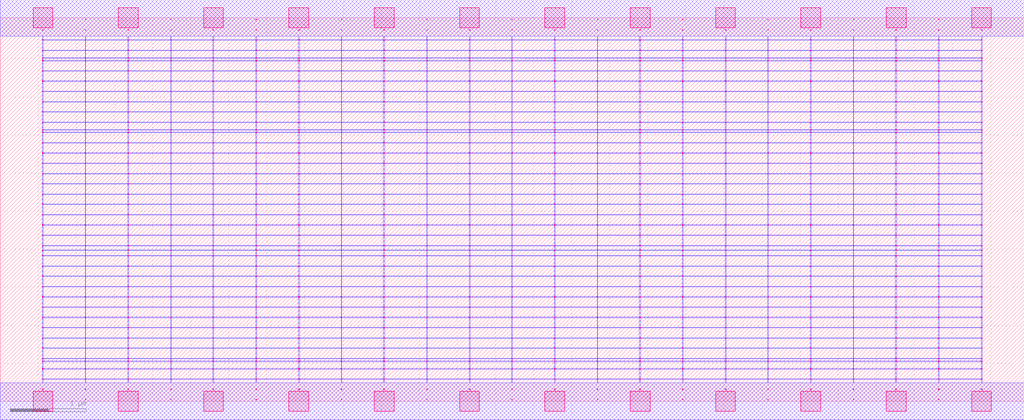
<source format=lef>
MACRO OAOOAI31121_DEBUG
 CLASS CORE ;
 FOREIGN OAOOAI31121_DEBUG 0 0 ;
 SIZE 13.44 BY 5.04 ;
 ORIGIN 0 0 ;
 SYMMETRY X Y R90 ;
 SITE unit ;

 OBS
    LAYER polycont ;
     RECT 6.71600000 2.58300000 6.72400000 2.59100000 ;
     RECT 6.71600000 2.71800000 6.72400000 2.72600000 ;
     RECT 6.71600000 2.85300000 6.72400000 2.86100000 ;
     RECT 6.71600000 2.98800000 6.72400000 2.99600000 ;
     RECT 6.71600000 3.12300000 6.72400000 3.13100000 ;
     RECT 6.71600000 3.25800000 6.72400000 3.26600000 ;
     RECT 6.71600000 3.39300000 6.72400000 3.40100000 ;
     RECT 6.71600000 3.52800000 6.72400000 3.53600000 ;
     RECT 6.71600000 3.56100000 6.72400000 3.56900000 ;
     RECT 6.71600000 3.66300000 6.72400000 3.67100000 ;
     RECT 6.71600000 3.79800000 6.72400000 3.80600000 ;
     RECT 6.71600000 3.93300000 6.72400000 3.94100000 ;
     RECT 6.71600000 4.06800000 6.72400000 4.07600000 ;
     RECT 6.71600000 4.20300000 6.72400000 4.21100000 ;
     RECT 6.71600000 4.33800000 6.72400000 4.34600000 ;
     RECT 6.71600000 4.47300000 6.72400000 4.48100000 ;
     RECT 6.71600000 4.51100000 6.72400000 4.51900000 ;
     RECT 6.71600000 4.60800000 6.72400000 4.61600000 ;
     RECT 6.71600000 4.74300000 6.72400000 4.75100000 ;
     RECT 6.71600000 4.87800000 6.72400000 4.88600000 ;
     RECT 11.19600000 2.71800000 11.20400000 2.72600000 ;
     RECT 11.75100000 2.71800000 11.76900000 2.72600000 ;
     RECT 12.31600000 2.71800000 12.32400000 2.72600000 ;
     RECT 12.87600000 2.71800000 12.88900000 2.72600000 ;
     RECT 7.83600000 2.58300000 7.84400000 2.59100000 ;
     RECT 7.27100000 2.85300000 7.28400000 2.86100000 ;
     RECT 7.83600000 2.85300000 7.84400000 2.86100000 ;
     RECT 8.39100000 2.85300000 8.40900000 2.86100000 ;
     RECT 8.95600000 2.85300000 8.96400000 2.86100000 ;
     RECT 9.51600000 2.85300000 9.52900000 2.86100000 ;
     RECT 10.07600000 2.85300000 10.08400000 2.86100000 ;
     RECT 10.63100000 2.85300000 10.64400000 2.86100000 ;
     RECT 11.19600000 2.85300000 11.20400000 2.86100000 ;
     RECT 11.75100000 2.85300000 11.76900000 2.86100000 ;
     RECT 12.31600000 2.85300000 12.32400000 2.86100000 ;
     RECT 12.87600000 2.85300000 12.88900000 2.86100000 ;
     RECT 8.39100000 2.58300000 8.40900000 2.59100000 ;
     RECT 7.27100000 2.98800000 7.28400000 2.99600000 ;
     RECT 7.83600000 2.98800000 7.84400000 2.99600000 ;
     RECT 8.39100000 2.98800000 8.40900000 2.99600000 ;
     RECT 8.95600000 2.98800000 8.96400000 2.99600000 ;
     RECT 9.51600000 2.98800000 9.52900000 2.99600000 ;
     RECT 10.07600000 2.98800000 10.08400000 2.99600000 ;
     RECT 10.63100000 2.98800000 10.64400000 2.99600000 ;
     RECT 11.19600000 2.98800000 11.20400000 2.99600000 ;
     RECT 11.75100000 2.98800000 11.76900000 2.99600000 ;
     RECT 12.31600000 2.98800000 12.32400000 2.99600000 ;
     RECT 12.87600000 2.98800000 12.88900000 2.99600000 ;
     RECT 8.95600000 2.58300000 8.96400000 2.59100000 ;
     RECT 10.07600000 3.12300000 10.08400000 3.13100000 ;
     RECT 9.51600000 2.58300000 9.52900000 2.59100000 ;
     RECT 10.07600000 3.25800000 10.08400000 3.26600000 ;
     RECT 10.07600000 2.58300000 10.08400000 2.59100000 ;
     RECT 10.07600000 3.39300000 10.08400000 3.40100000 ;
     RECT 10.63100000 2.58300000 10.64400000 2.59100000 ;
     RECT 10.07600000 3.52800000 10.08400000 3.53600000 ;
     RECT 11.19600000 2.58300000 11.20400000 2.59100000 ;
     RECT 10.07600000 3.56100000 10.08400000 3.56900000 ;
     RECT 11.75100000 2.58300000 11.76900000 2.59100000 ;
     RECT 10.07600000 3.66300000 10.08400000 3.67100000 ;
     RECT 12.31600000 2.58300000 12.32400000 2.59100000 ;
     RECT 10.07600000 3.79800000 10.08400000 3.80600000 ;
     RECT 12.87600000 2.58300000 12.88900000 2.59100000 ;
     RECT 10.07600000 3.93300000 10.08400000 3.94100000 ;
     RECT 7.27100000 2.58300000 7.28400000 2.59100000 ;
     RECT 10.07600000 4.06800000 10.08400000 4.07600000 ;
     RECT 7.27100000 2.71800000 7.28400000 2.72600000 ;
     RECT 10.07600000 4.20300000 10.08400000 4.21100000 ;
     RECT 7.83600000 2.71800000 7.84400000 2.72600000 ;
     RECT 10.07600000 4.33800000 10.08400000 4.34600000 ;
     RECT 8.39100000 2.71800000 8.40900000 2.72600000 ;
     RECT 10.07600000 4.47300000 10.08400000 4.48100000 ;
     RECT 8.95600000 2.71800000 8.96400000 2.72600000 ;
     RECT 10.07600000 4.51100000 10.08400000 4.51900000 ;
     RECT 9.51600000 2.71800000 9.52900000 2.72600000 ;
     RECT 10.07600000 4.60800000 10.08400000 4.61600000 ;
     RECT 10.07600000 2.71800000 10.08400000 2.72600000 ;
     RECT 10.07600000 4.74300000 10.08400000 4.75100000 ;
     RECT 10.63100000 2.71800000 10.64400000 2.72600000 ;
     RECT 10.07600000 4.87800000 10.08400000 4.88600000 ;
     RECT 2.23600000 2.58300000 2.24400000 2.59100000 ;
     RECT 2.79100000 2.58300000 2.80400000 2.59100000 ;
     RECT 3.35600000 2.58300000 3.36400000 2.59100000 ;
     RECT 3.91100000 2.58300000 3.92900000 2.59100000 ;
     RECT 4.47600000 2.58300000 4.48400000 2.59100000 ;
     RECT 5.03100000 2.58300000 5.04900000 2.59100000 ;
     RECT 5.59600000 2.58300000 5.60400000 2.59100000 ;
     RECT 6.15600000 2.58300000 6.16900000 2.59100000 ;
     RECT 0.55100000 2.58300000 0.56400000 2.59100000 ;
     RECT 0.55100000 2.71800000 0.56400000 2.72600000 ;
     RECT 0.55100000 2.85300000 0.56400000 2.86100000 ;
     RECT 1.11600000 2.85300000 1.12400000 2.86100000 ;
     RECT 2.23600000 3.12300000 2.24400000 3.13100000 ;
     RECT 1.67600000 2.85300000 1.68900000 2.86100000 ;
     RECT 2.23600000 2.85300000 2.24400000 2.86100000 ;
     RECT 2.23600000 3.25800000 2.24400000 3.26600000 ;
     RECT 2.79100000 2.85300000 2.80400000 2.86100000 ;
     RECT 3.35600000 2.85300000 3.36400000 2.86100000 ;
     RECT 2.23600000 3.39300000 2.24400000 3.40100000 ;
     RECT 3.91100000 2.85300000 3.92900000 2.86100000 ;
     RECT 4.47600000 2.85300000 4.48400000 2.86100000 ;
     RECT 2.23600000 3.52800000 2.24400000 3.53600000 ;
     RECT 5.03100000 2.85300000 5.04900000 2.86100000 ;
     RECT 5.59600000 2.85300000 5.60400000 2.86100000 ;
     RECT 2.23600000 3.56100000 2.24400000 3.56900000 ;
     RECT 6.15600000 2.85300000 6.16900000 2.86100000 ;
     RECT 1.11600000 2.71800000 1.12400000 2.72600000 ;
     RECT 2.23600000 3.66300000 2.24400000 3.67100000 ;
     RECT 1.67600000 2.71800000 1.68900000 2.72600000 ;
     RECT 2.23600000 2.71800000 2.24400000 2.72600000 ;
     RECT 2.23600000 3.79800000 2.24400000 3.80600000 ;
     RECT 2.79100000 2.71800000 2.80400000 2.72600000 ;
     RECT 3.35600000 2.71800000 3.36400000 2.72600000 ;
     RECT 2.23600000 3.93300000 2.24400000 3.94100000 ;
     RECT 3.91100000 2.71800000 3.92900000 2.72600000 ;
     RECT 4.47600000 2.71800000 4.48400000 2.72600000 ;
     RECT 2.23600000 4.06800000 2.24400000 4.07600000 ;
     RECT 5.03100000 2.71800000 5.04900000 2.72600000 ;
     RECT 5.59600000 2.71800000 5.60400000 2.72600000 ;
     RECT 2.23600000 4.20300000 2.24400000 4.21100000 ;
     RECT 6.15600000 2.71800000 6.16900000 2.72600000 ;
     RECT 1.11600000 2.58300000 1.12400000 2.59100000 ;
     RECT 2.23600000 4.33800000 2.24400000 4.34600000 ;
     RECT 1.67600000 2.58300000 1.68900000 2.59100000 ;
     RECT 0.55100000 2.98800000 0.56400000 2.99600000 ;
     RECT 2.23600000 4.47300000 2.24400000 4.48100000 ;
     RECT 1.11600000 2.98800000 1.12400000 2.99600000 ;
     RECT 1.67600000 2.98800000 1.68900000 2.99600000 ;
     RECT 2.23600000 4.51100000 2.24400000 4.51900000 ;
     RECT 2.23600000 2.98800000 2.24400000 2.99600000 ;
     RECT 2.79100000 2.98800000 2.80400000 2.99600000 ;
     RECT 2.23600000 4.60800000 2.24400000 4.61600000 ;
     RECT 3.35600000 2.98800000 3.36400000 2.99600000 ;
     RECT 3.91100000 2.98800000 3.92900000 2.99600000 ;
     RECT 2.23600000 4.74300000 2.24400000 4.75100000 ;
     RECT 4.47600000 2.98800000 4.48400000 2.99600000 ;
     RECT 5.03100000 2.98800000 5.04900000 2.99600000 ;
     RECT 2.23600000 4.87800000 2.24400000 4.88600000 ;
     RECT 5.59600000 2.98800000 5.60400000 2.99600000 ;
     RECT 6.15600000 2.98800000 6.16900000 2.99600000 ;
     RECT 2.23600000 0.15300000 2.24400000 0.16100000 ;
     RECT 2.23600000 0.28800000 2.24400000 0.29600000 ;
     RECT 2.23600000 0.42300000 2.24400000 0.43100000 ;
     RECT 2.23600000 0.52100000 2.24400000 0.52900000 ;
     RECT 2.23600000 0.55800000 2.24400000 0.56600000 ;
     RECT 2.23600000 0.69300000 2.24400000 0.70100000 ;
     RECT 2.23600000 0.82800000 2.24400000 0.83600000 ;
     RECT 2.23600000 0.96300000 2.24400000 0.97100000 ;
     RECT 2.23600000 1.09800000 2.24400000 1.10600000 ;
     RECT 2.23600000 1.23300000 2.24400000 1.24100000 ;
     RECT 2.23600000 1.36800000 2.24400000 1.37600000 ;
     RECT 2.23600000 1.50300000 2.24400000 1.51100000 ;
     RECT 2.23600000 1.63800000 2.24400000 1.64600000 ;
     RECT 2.23600000 1.77300000 2.24400000 1.78100000 ;
     RECT 2.23600000 1.90800000 2.24400000 1.91600000 ;
     RECT 2.23600000 1.98100000 2.24400000 1.98900000 ;
     RECT 2.23600000 2.04300000 2.24400000 2.05100000 ;
     RECT 2.23600000 2.17800000 2.24400000 2.18600000 ;
     RECT 2.23600000 2.31300000 2.24400000 2.32100000 ;
     RECT 2.23600000 2.44800000 2.24400000 2.45600000 ;
     RECT 11.19600000 0.52100000 11.20400000 0.52900000 ;
     RECT 11.19600000 2.04300000 11.20400000 2.05100000 ;
     RECT 11.75100000 2.04300000 11.76900000 2.05100000 ;
     RECT 12.31600000 2.04300000 12.32400000 2.05100000 ;
     RECT 12.87600000 2.04300000 12.88900000 2.05100000 ;
     RECT 11.75100000 0.52100000 11.76900000 0.52900000 ;
     RECT 11.19600000 2.17800000 11.20400000 2.18600000 ;
     RECT 11.75100000 2.17800000 11.76900000 2.18600000 ;
     RECT 12.31600000 2.17800000 12.32400000 2.18600000 ;
     RECT 12.87600000 2.17800000 12.88900000 2.18600000 ;
     RECT 12.31600000 0.52100000 12.32400000 0.52900000 ;
     RECT 11.19600000 2.31300000 11.20400000 2.32100000 ;
     RECT 11.75100000 2.31300000 11.76900000 2.32100000 ;
     RECT 12.31600000 2.31300000 12.32400000 2.32100000 ;
     RECT 12.87600000 2.31300000 12.88900000 2.32100000 ;
     RECT 12.87600000 0.52100000 12.88900000 0.52900000 ;
     RECT 11.19600000 2.44800000 11.20400000 2.45600000 ;
     RECT 11.75100000 2.44800000 11.76900000 2.45600000 ;
     RECT 12.31600000 2.44800000 12.32400000 2.45600000 ;
     RECT 12.87600000 2.44800000 12.88900000 2.45600000 ;
     RECT 12.87600000 0.15300000 12.88900000 0.16100000 ;
     RECT 11.19600000 0.55800000 11.20400000 0.56600000 ;
     RECT 11.75100000 0.55800000 11.76900000 0.56600000 ;
     RECT 12.31600000 0.55800000 12.32400000 0.56600000 ;
     RECT 12.87600000 0.55800000 12.88900000 0.56600000 ;
     RECT 11.19600000 0.15300000 11.20400000 0.16100000 ;
     RECT 11.19600000 0.69300000 11.20400000 0.70100000 ;
     RECT 11.75100000 0.69300000 11.76900000 0.70100000 ;
     RECT 12.31600000 0.69300000 12.32400000 0.70100000 ;
     RECT 12.87600000 0.69300000 12.88900000 0.70100000 ;
     RECT 11.19600000 0.28800000 11.20400000 0.29600000 ;
     RECT 11.19600000 0.82800000 11.20400000 0.83600000 ;
     RECT 11.75100000 0.82800000 11.76900000 0.83600000 ;
     RECT 12.31600000 0.82800000 12.32400000 0.83600000 ;
     RECT 12.87600000 0.82800000 12.88900000 0.83600000 ;
     RECT 11.75100000 0.28800000 11.76900000 0.29600000 ;
     RECT 11.19600000 0.96300000 11.20400000 0.97100000 ;
     RECT 11.75100000 0.96300000 11.76900000 0.97100000 ;
     RECT 12.31600000 0.96300000 12.32400000 0.97100000 ;
     RECT 12.87600000 0.96300000 12.88900000 0.97100000 ;
     RECT 12.31600000 0.28800000 12.32400000 0.29600000 ;
     RECT 11.19600000 1.09800000 11.20400000 1.10600000 ;
     RECT 11.75100000 1.09800000 11.76900000 1.10600000 ;
     RECT 12.31600000 1.09800000 12.32400000 1.10600000 ;
     RECT 12.87600000 1.09800000 12.88900000 1.10600000 ;
     RECT 12.87600000 0.28800000 12.88900000 0.29600000 ;
     RECT 11.19600000 1.23300000 11.20400000 1.24100000 ;
     RECT 11.75100000 1.23300000 11.76900000 1.24100000 ;
     RECT 12.31600000 1.23300000 12.32400000 1.24100000 ;
     RECT 12.87600000 1.23300000 12.88900000 1.24100000 ;
     RECT 11.75100000 0.15300000 11.76900000 0.16100000 ;
     RECT 11.19600000 1.36800000 11.20400000 1.37600000 ;
     RECT 11.75100000 1.36800000 11.76900000 1.37600000 ;
     RECT 12.31600000 1.36800000 12.32400000 1.37600000 ;
     RECT 12.87600000 1.36800000 12.88900000 1.37600000 ;
     RECT 11.19600000 0.42300000 11.20400000 0.43100000 ;
     RECT 11.19600000 1.50300000 11.20400000 1.51100000 ;
     RECT 11.75100000 1.50300000 11.76900000 1.51100000 ;
     RECT 12.31600000 1.50300000 12.32400000 1.51100000 ;
     RECT 12.87600000 1.50300000 12.88900000 1.51100000 ;
     RECT 11.75100000 0.42300000 11.76900000 0.43100000 ;
     RECT 11.19600000 1.63800000 11.20400000 1.64600000 ;
     RECT 11.75100000 1.63800000 11.76900000 1.64600000 ;
     RECT 12.31600000 1.63800000 12.32400000 1.64600000 ;
     RECT 12.87600000 1.63800000 12.88900000 1.64600000 ;
     RECT 12.31600000 0.42300000 12.32400000 0.43100000 ;
     RECT 11.19600000 1.77300000 11.20400000 1.78100000 ;
     RECT 11.75100000 1.77300000 11.76900000 1.78100000 ;
     RECT 12.31600000 1.77300000 12.32400000 1.78100000 ;
     RECT 12.87600000 1.77300000 12.88900000 1.78100000 ;
     RECT 12.87600000 0.42300000 12.88900000 0.43100000 ;
     RECT 11.19600000 1.90800000 11.20400000 1.91600000 ;
     RECT 11.75100000 1.90800000 11.76900000 1.91600000 ;
     RECT 12.31600000 1.90800000 12.32400000 1.91600000 ;
     RECT 12.87600000 1.90800000 12.88900000 1.91600000 ;
     RECT 12.31600000 0.15300000 12.32400000 0.16100000 ;
     RECT 11.19600000 1.98100000 11.20400000 1.98900000 ;
     RECT 11.75100000 1.98100000 11.76900000 1.98900000 ;
     RECT 12.31600000 1.98100000 12.32400000 1.98900000 ;
     RECT 12.87600000 1.98100000 12.88900000 1.98900000 ;

    LAYER pdiffc ;
     RECT 0.55100000 3.39300000 0.55900000 3.40100000 ;
     RECT 1.68100000 3.39300000 1.68900000 3.40100000 ;
     RECT 2.79100000 3.39300000 2.79900000 3.40100000 ;
     RECT 6.16100000 3.39300000 6.16900000 3.40100000 ;
     RECT 7.27100000 3.39300000 7.27900000 3.40100000 ;
     RECT 9.52100000 3.39300000 9.52900000 3.40100000 ;
     RECT 10.63100000 3.39300000 10.63900000 3.40100000 ;
     RECT 12.88100000 3.39300000 12.88900000 3.40100000 ;
     RECT 0.55100000 3.52800000 0.55900000 3.53600000 ;
     RECT 1.68100000 3.52800000 1.68900000 3.53600000 ;
     RECT 2.79100000 3.52800000 2.79900000 3.53600000 ;
     RECT 6.16100000 3.52800000 6.16900000 3.53600000 ;
     RECT 7.27100000 3.52800000 7.27900000 3.53600000 ;
     RECT 9.52100000 3.52800000 9.52900000 3.53600000 ;
     RECT 10.63100000 3.52800000 10.63900000 3.53600000 ;
     RECT 12.88100000 3.52800000 12.88900000 3.53600000 ;
     RECT 0.55100000 3.56100000 0.55900000 3.56900000 ;
     RECT 1.68100000 3.56100000 1.68900000 3.56900000 ;
     RECT 2.79100000 3.56100000 2.79900000 3.56900000 ;
     RECT 6.16100000 3.56100000 6.16900000 3.56900000 ;
     RECT 7.27100000 3.56100000 7.27900000 3.56900000 ;
     RECT 9.52100000 3.56100000 9.52900000 3.56900000 ;
     RECT 10.63100000 3.56100000 10.63900000 3.56900000 ;
     RECT 12.88100000 3.56100000 12.88900000 3.56900000 ;
     RECT 0.55100000 3.66300000 0.55900000 3.67100000 ;
     RECT 1.68100000 3.66300000 1.68900000 3.67100000 ;
     RECT 2.79100000 3.66300000 2.79900000 3.67100000 ;
     RECT 6.16100000 3.66300000 6.16900000 3.67100000 ;
     RECT 7.27100000 3.66300000 7.27900000 3.67100000 ;
     RECT 9.52100000 3.66300000 9.52900000 3.67100000 ;
     RECT 10.63100000 3.66300000 10.63900000 3.67100000 ;
     RECT 12.88100000 3.66300000 12.88900000 3.67100000 ;
     RECT 0.55100000 3.79800000 0.55900000 3.80600000 ;
     RECT 1.68100000 3.79800000 1.68900000 3.80600000 ;
     RECT 2.79100000 3.79800000 2.79900000 3.80600000 ;
     RECT 6.16100000 3.79800000 6.16900000 3.80600000 ;
     RECT 7.27100000 3.79800000 7.27900000 3.80600000 ;
     RECT 9.52100000 3.79800000 9.52900000 3.80600000 ;
     RECT 10.63100000 3.79800000 10.63900000 3.80600000 ;
     RECT 12.88100000 3.79800000 12.88900000 3.80600000 ;
     RECT 0.55100000 3.93300000 0.55900000 3.94100000 ;
     RECT 1.68100000 3.93300000 1.68900000 3.94100000 ;
     RECT 2.79100000 3.93300000 2.79900000 3.94100000 ;
     RECT 6.16100000 3.93300000 6.16900000 3.94100000 ;
     RECT 7.27100000 3.93300000 7.27900000 3.94100000 ;
     RECT 9.52100000 3.93300000 9.52900000 3.94100000 ;
     RECT 10.63100000 3.93300000 10.63900000 3.94100000 ;
     RECT 12.88100000 3.93300000 12.88900000 3.94100000 ;
     RECT 0.55100000 4.06800000 0.55900000 4.07600000 ;
     RECT 1.68100000 4.06800000 1.68900000 4.07600000 ;
     RECT 2.79100000 4.06800000 2.79900000 4.07600000 ;
     RECT 6.16100000 4.06800000 6.16900000 4.07600000 ;
     RECT 7.27100000 4.06800000 7.27900000 4.07600000 ;
     RECT 9.52100000 4.06800000 9.52900000 4.07600000 ;
     RECT 10.63100000 4.06800000 10.63900000 4.07600000 ;
     RECT 12.88100000 4.06800000 12.88900000 4.07600000 ;
     RECT 0.55100000 4.20300000 0.55900000 4.21100000 ;
     RECT 1.68100000 4.20300000 1.68900000 4.21100000 ;
     RECT 2.79100000 4.20300000 2.79900000 4.21100000 ;
     RECT 6.16100000 4.20300000 6.16900000 4.21100000 ;
     RECT 7.27100000 4.20300000 7.27900000 4.21100000 ;
     RECT 9.52100000 4.20300000 9.52900000 4.21100000 ;
     RECT 10.63100000 4.20300000 10.63900000 4.21100000 ;
     RECT 12.88100000 4.20300000 12.88900000 4.21100000 ;
     RECT 0.55100000 4.33800000 0.55900000 4.34600000 ;
     RECT 1.68100000 4.33800000 1.68900000 4.34600000 ;
     RECT 2.79100000 4.33800000 2.79900000 4.34600000 ;
     RECT 6.16100000 4.33800000 6.16900000 4.34600000 ;
     RECT 7.27100000 4.33800000 7.27900000 4.34600000 ;
     RECT 9.52100000 4.33800000 9.52900000 4.34600000 ;
     RECT 10.63100000 4.33800000 10.63900000 4.34600000 ;
     RECT 12.88100000 4.33800000 12.88900000 4.34600000 ;
     RECT 0.55100000 4.47300000 0.55900000 4.48100000 ;
     RECT 1.68100000 4.47300000 1.68900000 4.48100000 ;
     RECT 2.79100000 4.47300000 2.79900000 4.48100000 ;
     RECT 6.16100000 4.47300000 6.16900000 4.48100000 ;
     RECT 7.27100000 4.47300000 7.27900000 4.48100000 ;
     RECT 9.52100000 4.47300000 9.52900000 4.48100000 ;
     RECT 10.63100000 4.47300000 10.63900000 4.48100000 ;
     RECT 12.88100000 4.47300000 12.88900000 4.48100000 ;
     RECT 0.55100000 4.51100000 0.55900000 4.51900000 ;
     RECT 1.68100000 4.51100000 1.68900000 4.51900000 ;
     RECT 2.79100000 4.51100000 2.79900000 4.51900000 ;
     RECT 6.16100000 4.51100000 6.16900000 4.51900000 ;
     RECT 7.27100000 4.51100000 7.27900000 4.51900000 ;
     RECT 9.52100000 4.51100000 9.52900000 4.51900000 ;
     RECT 10.63100000 4.51100000 10.63900000 4.51900000 ;
     RECT 12.88100000 4.51100000 12.88900000 4.51900000 ;
     RECT 0.55100000 4.60800000 0.55900000 4.61600000 ;
     RECT 1.68100000 4.60800000 1.68900000 4.61600000 ;
     RECT 2.79100000 4.60800000 2.79900000 4.61600000 ;
     RECT 6.16100000 4.60800000 6.16900000 4.61600000 ;
     RECT 7.27100000 4.60800000 7.27900000 4.61600000 ;
     RECT 9.52100000 4.60800000 9.52900000 4.61600000 ;
     RECT 10.63100000 4.60800000 10.63900000 4.61600000 ;
     RECT 12.88100000 4.60800000 12.88900000 4.61600000 ;

    LAYER ndiffc ;
     RECT 6.15600000 0.42300000 6.16900000 0.43100000 ;
     RECT 7.27100000 0.42300000 7.28400000 0.43100000 ;
     RECT 8.39100000 0.42300000 8.40900000 0.43100000 ;
     RECT 9.51600000 0.42300000 9.52900000 0.43100000 ;
     RECT 10.63100000 0.42300000 10.64400000 0.43100000 ;
     RECT 6.15600000 0.52100000 6.16900000 0.52900000 ;
     RECT 7.27100000 0.52100000 7.28400000 0.52900000 ;
     RECT 8.39100000 0.52100000 8.40900000 0.52900000 ;
     RECT 9.51600000 0.52100000 9.52900000 0.52900000 ;
     RECT 10.63100000 0.52100000 10.64400000 0.52900000 ;
     RECT 6.15600000 0.55800000 6.16900000 0.56600000 ;
     RECT 7.27100000 0.55800000 7.28400000 0.56600000 ;
     RECT 8.39100000 0.55800000 8.40900000 0.56600000 ;
     RECT 9.51600000 0.55800000 9.52900000 0.56600000 ;
     RECT 10.63100000 0.55800000 10.64400000 0.56600000 ;
     RECT 6.15600000 0.69300000 6.16900000 0.70100000 ;
     RECT 7.27100000 0.69300000 7.28400000 0.70100000 ;
     RECT 8.39100000 0.69300000 8.40900000 0.70100000 ;
     RECT 9.51600000 0.69300000 9.52900000 0.70100000 ;
     RECT 10.63100000 0.69300000 10.64400000 0.70100000 ;
     RECT 6.15600000 0.82800000 6.16900000 0.83600000 ;
     RECT 7.27100000 0.82800000 7.28400000 0.83600000 ;
     RECT 8.39100000 0.82800000 8.40900000 0.83600000 ;
     RECT 9.51600000 0.82800000 9.52900000 0.83600000 ;
     RECT 10.63100000 0.82800000 10.64400000 0.83600000 ;
     RECT 6.15600000 0.96300000 6.16900000 0.97100000 ;
     RECT 7.27100000 0.96300000 7.28400000 0.97100000 ;
     RECT 8.39100000 0.96300000 8.40900000 0.97100000 ;
     RECT 9.51600000 0.96300000 9.52900000 0.97100000 ;
     RECT 10.63100000 0.96300000 10.64400000 0.97100000 ;
     RECT 6.15600000 1.09800000 6.16900000 1.10600000 ;
     RECT 7.27100000 1.09800000 7.28400000 1.10600000 ;
     RECT 8.39100000 1.09800000 8.40900000 1.10600000 ;
     RECT 9.51600000 1.09800000 9.52900000 1.10600000 ;
     RECT 10.63100000 1.09800000 10.64400000 1.10600000 ;
     RECT 6.15600000 1.23300000 6.16900000 1.24100000 ;
     RECT 7.27100000 1.23300000 7.28400000 1.24100000 ;
     RECT 8.39100000 1.23300000 8.40900000 1.24100000 ;
     RECT 9.51600000 1.23300000 9.52900000 1.24100000 ;
     RECT 10.63100000 1.23300000 10.64400000 1.24100000 ;
     RECT 6.15600000 1.36800000 6.16900000 1.37600000 ;
     RECT 7.27100000 1.36800000 7.28400000 1.37600000 ;
     RECT 8.39100000 1.36800000 8.40900000 1.37600000 ;
     RECT 9.51600000 1.36800000 9.52900000 1.37600000 ;
     RECT 10.63100000 1.36800000 10.64400000 1.37600000 ;
     RECT 6.15600000 1.50300000 6.16900000 1.51100000 ;
     RECT 7.27100000 1.50300000 7.28400000 1.51100000 ;
     RECT 8.39100000 1.50300000 8.40900000 1.51100000 ;
     RECT 9.51600000 1.50300000 9.52900000 1.51100000 ;
     RECT 10.63100000 1.50300000 10.64400000 1.51100000 ;
     RECT 6.15600000 1.63800000 6.16900000 1.64600000 ;
     RECT 7.27100000 1.63800000 7.28400000 1.64600000 ;
     RECT 8.39100000 1.63800000 8.40900000 1.64600000 ;
     RECT 9.51600000 1.63800000 9.52900000 1.64600000 ;
     RECT 10.63100000 1.63800000 10.64400000 1.64600000 ;
     RECT 6.15600000 1.77300000 6.16900000 1.78100000 ;
     RECT 7.27100000 1.77300000 7.28400000 1.78100000 ;
     RECT 8.39100000 1.77300000 8.40900000 1.78100000 ;
     RECT 9.51600000 1.77300000 9.52900000 1.78100000 ;
     RECT 10.63100000 1.77300000 10.64400000 1.78100000 ;
     RECT 6.15600000 1.90800000 6.16900000 1.91600000 ;
     RECT 7.27100000 1.90800000 7.28400000 1.91600000 ;
     RECT 8.39100000 1.90800000 8.40900000 1.91600000 ;
     RECT 9.51600000 1.90800000 9.52900000 1.91600000 ;
     RECT 10.63100000 1.90800000 10.64400000 1.91600000 ;
     RECT 6.15600000 1.98100000 6.16900000 1.98900000 ;
     RECT 7.27100000 1.98100000 7.28400000 1.98900000 ;
     RECT 8.39100000 1.98100000 8.40900000 1.98900000 ;
     RECT 9.51600000 1.98100000 9.52900000 1.98900000 ;
     RECT 10.63100000 1.98100000 10.64400000 1.98900000 ;
     RECT 6.15600000 2.04300000 6.16900000 2.05100000 ;
     RECT 7.27100000 2.04300000 7.28400000 2.05100000 ;
     RECT 8.39100000 2.04300000 8.40900000 2.05100000 ;
     RECT 9.51600000 2.04300000 9.52900000 2.05100000 ;
     RECT 10.63100000 2.04300000 10.64400000 2.05100000 ;
     RECT 0.55100000 0.42300000 0.56400000 0.43100000 ;
     RECT 1.67600000 0.42300000 1.68900000 0.43100000 ;
     RECT 2.79100000 0.42300000 2.80400000 0.43100000 ;
     RECT 3.91100000 0.42300000 3.92900000 0.43100000 ;
     RECT 5.03100000 0.42300000 5.04900000 0.43100000 ;
     RECT 0.55100000 1.36800000 0.56400000 1.37600000 ;
     RECT 1.67600000 1.36800000 1.68900000 1.37600000 ;
     RECT 2.79100000 1.36800000 2.80400000 1.37600000 ;
     RECT 3.91100000 1.36800000 3.92900000 1.37600000 ;
     RECT 5.03100000 1.36800000 5.04900000 1.37600000 ;
     RECT 0.55100000 0.82800000 0.56400000 0.83600000 ;
     RECT 1.67600000 0.82800000 1.68900000 0.83600000 ;
     RECT 2.79100000 0.82800000 2.80400000 0.83600000 ;
     RECT 3.91100000 0.82800000 3.92900000 0.83600000 ;
     RECT 5.03100000 0.82800000 5.04900000 0.83600000 ;
     RECT 0.55100000 1.50300000 0.56400000 1.51100000 ;
     RECT 1.67600000 1.50300000 1.68900000 1.51100000 ;
     RECT 2.79100000 1.50300000 2.80400000 1.51100000 ;
     RECT 3.91100000 1.50300000 3.92900000 1.51100000 ;
     RECT 5.03100000 1.50300000 5.04900000 1.51100000 ;
     RECT 0.55100000 0.55800000 0.56400000 0.56600000 ;
     RECT 1.67600000 0.55800000 1.68900000 0.56600000 ;
     RECT 2.79100000 0.55800000 2.80400000 0.56600000 ;
     RECT 3.91100000 0.55800000 3.92900000 0.56600000 ;
     RECT 5.03100000 0.55800000 5.04900000 0.56600000 ;
     RECT 0.55100000 1.63800000 0.56400000 1.64600000 ;
     RECT 1.67600000 1.63800000 1.68900000 1.64600000 ;
     RECT 2.79100000 1.63800000 2.80400000 1.64600000 ;
     RECT 3.91100000 1.63800000 3.92900000 1.64600000 ;
     RECT 5.03100000 1.63800000 5.04900000 1.64600000 ;
     RECT 0.55100000 0.96300000 0.56400000 0.97100000 ;
     RECT 1.67600000 0.96300000 1.68900000 0.97100000 ;
     RECT 2.79100000 0.96300000 2.80400000 0.97100000 ;
     RECT 3.91100000 0.96300000 3.92900000 0.97100000 ;
     RECT 5.03100000 0.96300000 5.04900000 0.97100000 ;
     RECT 0.55100000 1.77300000 0.56400000 1.78100000 ;
     RECT 1.67600000 1.77300000 1.68900000 1.78100000 ;
     RECT 2.79100000 1.77300000 2.80400000 1.78100000 ;
     RECT 3.91100000 1.77300000 3.92900000 1.78100000 ;
     RECT 5.03100000 1.77300000 5.04900000 1.78100000 ;
     RECT 0.55100000 0.52100000 0.56400000 0.52900000 ;
     RECT 1.67600000 0.52100000 1.68900000 0.52900000 ;
     RECT 2.79100000 0.52100000 2.80400000 0.52900000 ;
     RECT 3.91100000 0.52100000 3.92900000 0.52900000 ;
     RECT 5.03100000 0.52100000 5.04900000 0.52900000 ;
     RECT 0.55100000 1.90800000 0.56400000 1.91600000 ;
     RECT 1.67600000 1.90800000 1.68900000 1.91600000 ;
     RECT 2.79100000 1.90800000 2.80400000 1.91600000 ;
     RECT 3.91100000 1.90800000 3.92900000 1.91600000 ;
     RECT 5.03100000 1.90800000 5.04900000 1.91600000 ;
     RECT 0.55100000 1.09800000 0.56400000 1.10600000 ;
     RECT 1.67600000 1.09800000 1.68900000 1.10600000 ;
     RECT 2.79100000 1.09800000 2.80400000 1.10600000 ;
     RECT 3.91100000 1.09800000 3.92900000 1.10600000 ;
     RECT 5.03100000 1.09800000 5.04900000 1.10600000 ;
     RECT 0.55100000 1.98100000 0.56400000 1.98900000 ;
     RECT 1.67600000 1.98100000 1.68900000 1.98900000 ;
     RECT 2.79100000 1.98100000 2.80400000 1.98900000 ;
     RECT 3.91100000 1.98100000 3.92900000 1.98900000 ;
     RECT 5.03100000 1.98100000 5.04900000 1.98900000 ;
     RECT 0.55100000 0.69300000 0.56400000 0.70100000 ;
     RECT 1.67600000 0.69300000 1.68900000 0.70100000 ;
     RECT 2.79100000 0.69300000 2.80400000 0.70100000 ;
     RECT 3.91100000 0.69300000 3.92900000 0.70100000 ;
     RECT 5.03100000 0.69300000 5.04900000 0.70100000 ;
     RECT 0.55100000 2.04300000 0.56400000 2.05100000 ;
     RECT 1.67600000 2.04300000 1.68900000 2.05100000 ;
     RECT 2.79100000 2.04300000 2.80400000 2.05100000 ;
     RECT 3.91100000 2.04300000 3.92900000 2.05100000 ;
     RECT 5.03100000 2.04300000 5.04900000 2.05100000 ;
     RECT 0.55100000 1.23300000 0.56400000 1.24100000 ;
     RECT 1.67600000 1.23300000 1.68900000 1.24100000 ;
     RECT 2.79100000 1.23300000 2.80400000 1.24100000 ;
     RECT 3.91100000 1.23300000 3.92900000 1.24100000 ;
     RECT 5.03100000 1.23300000 5.04900000 1.24100000 ;

    LAYER met1 ;
     RECT 0.00000000 -0.24000000 13.44000000 0.24000000 ;
     RECT 6.71600000 0.24000000 6.72400000 0.28800000 ;
     RECT 0.55100000 0.28800000 12.88900000 0.29600000 ;
     RECT 6.71600000 0.29600000 6.72400000 0.42300000 ;
     RECT 0.55100000 0.42300000 12.88900000 0.43100000 ;
     RECT 6.71600000 0.43100000 6.72400000 0.52100000 ;
     RECT 0.55100000 0.52100000 12.88900000 0.52900000 ;
     RECT 6.71600000 0.52900000 6.72400000 0.55800000 ;
     RECT 0.55100000 0.55800000 12.88900000 0.56600000 ;
     RECT 6.71600000 0.56600000 6.72400000 0.69300000 ;
     RECT 0.55100000 0.69300000 12.88900000 0.70100000 ;
     RECT 6.71600000 0.70100000 6.72400000 0.82800000 ;
     RECT 0.55100000 0.82800000 12.88900000 0.83600000 ;
     RECT 6.71600000 0.83600000 6.72400000 0.96300000 ;
     RECT 0.55100000 0.96300000 12.88900000 0.97100000 ;
     RECT 6.71600000 0.97100000 6.72400000 1.09800000 ;
     RECT 0.55100000 1.09800000 12.88900000 1.10600000 ;
     RECT 6.71600000 1.10600000 6.72400000 1.23300000 ;
     RECT 0.55100000 1.23300000 12.88900000 1.24100000 ;
     RECT 6.71600000 1.24100000 6.72400000 1.36800000 ;
     RECT 0.55100000 1.36800000 12.88900000 1.37600000 ;
     RECT 6.71600000 1.37600000 6.72400000 1.50300000 ;
     RECT 0.55100000 1.50300000 12.88900000 1.51100000 ;
     RECT 6.71600000 1.51100000 6.72400000 1.63800000 ;
     RECT 0.55100000 1.63800000 12.88900000 1.64600000 ;
     RECT 6.71600000 1.64600000 6.72400000 1.77300000 ;
     RECT 0.55100000 1.77300000 12.88900000 1.78100000 ;
     RECT 6.71600000 1.78100000 6.72400000 1.90800000 ;
     RECT 0.55100000 1.90800000 12.88900000 1.91600000 ;
     RECT 6.71600000 1.91600000 6.72400000 1.98100000 ;
     RECT 0.55100000 1.98100000 12.88900000 1.98900000 ;
     RECT 6.71600000 1.98900000 6.72400000 2.04300000 ;
     RECT 0.55100000 2.04300000 12.88900000 2.05100000 ;
     RECT 6.71600000 2.05100000 6.72400000 2.17800000 ;
     RECT 0.55100000 2.17800000 12.88900000 2.18600000 ;
     RECT 6.71600000 2.18600000 6.72400000 2.31300000 ;
     RECT 0.55100000 2.31300000 12.88900000 2.32100000 ;
     RECT 6.71600000 2.32100000 6.72400000 2.44800000 ;
     RECT 0.55100000 2.44800000 12.88900000 2.45600000 ;
     RECT 0.55100000 2.45600000 0.56400000 2.58300000 ;
     RECT 1.11600000 2.45600000 1.12400000 2.58300000 ;
     RECT 1.67600000 2.45600000 1.68900000 2.58300000 ;
     RECT 2.23600000 2.45600000 2.24400000 2.58300000 ;
     RECT 2.79100000 2.45600000 2.80400000 2.58300000 ;
     RECT 3.35600000 2.45600000 3.36400000 2.58300000 ;
     RECT 3.91100000 2.45600000 3.92900000 2.58300000 ;
     RECT 4.47600000 2.45600000 4.48400000 2.58300000 ;
     RECT 5.03100000 2.45600000 5.04900000 2.58300000 ;
     RECT 5.59600000 2.45600000 5.60400000 2.58300000 ;
     RECT 6.15600000 2.45600000 6.16900000 2.58300000 ;
     RECT 6.71600000 2.45600000 6.72400000 2.58300000 ;
     RECT 7.27100000 2.45600000 7.28400000 2.58300000 ;
     RECT 7.83600000 2.45600000 7.84400000 2.58300000 ;
     RECT 8.39100000 2.45600000 8.40900000 2.58300000 ;
     RECT 8.95600000 2.45600000 8.96400000 2.58300000 ;
     RECT 9.51600000 2.45600000 9.52900000 2.58300000 ;
     RECT 10.07600000 2.45600000 10.08400000 2.58300000 ;
     RECT 10.63100000 2.45600000 10.64400000 2.58300000 ;
     RECT 11.19600000 2.45600000 11.20400000 2.58300000 ;
     RECT 11.75100000 2.45600000 11.76900000 2.58300000 ;
     RECT 12.31600000 2.45600000 12.32400000 2.58300000 ;
     RECT 12.87600000 2.45600000 12.88900000 2.58300000 ;
     RECT 0.55100000 2.58300000 12.88900000 2.59100000 ;
     RECT 6.71600000 2.59100000 6.72400000 2.71800000 ;
     RECT 0.55100000 2.71800000 12.88900000 2.72600000 ;
     RECT 6.71600000 2.72600000 6.72400000 2.85300000 ;
     RECT 0.55100000 2.85300000 12.88900000 2.86100000 ;
     RECT 6.71600000 2.86100000 6.72400000 2.98800000 ;
     RECT 0.55100000 2.98800000 12.88900000 2.99600000 ;
     RECT 6.71600000 2.99600000 6.72400000 3.12300000 ;
     RECT 0.55100000 3.12300000 12.88900000 3.13100000 ;
     RECT 6.71600000 3.13100000 6.72400000 3.25800000 ;
     RECT 0.55100000 3.25800000 12.88900000 3.26600000 ;
     RECT 6.71600000 3.26600000 6.72400000 3.39300000 ;
     RECT 0.55100000 3.39300000 12.88900000 3.40100000 ;
     RECT 6.71600000 3.40100000 6.72400000 3.52800000 ;
     RECT 0.55100000 3.52800000 12.88900000 3.53600000 ;
     RECT 6.71600000 3.53600000 6.72400000 3.56100000 ;
     RECT 0.55100000 3.56100000 12.88900000 3.56900000 ;
     RECT 6.71600000 3.56900000 6.72400000 3.66300000 ;
     RECT 0.55100000 3.66300000 12.88900000 3.67100000 ;
     RECT 6.71600000 3.67100000 6.72400000 3.79800000 ;
     RECT 0.55100000 3.79800000 12.88900000 3.80600000 ;
     RECT 6.71600000 3.80600000 6.72400000 3.93300000 ;
     RECT 0.55100000 3.93300000 12.88900000 3.94100000 ;
     RECT 6.71600000 3.94100000 6.72400000 4.06800000 ;
     RECT 0.55100000 4.06800000 12.88900000 4.07600000 ;
     RECT 6.71600000 4.07600000 6.72400000 4.20300000 ;
     RECT 0.55100000 4.20300000 12.88900000 4.21100000 ;
     RECT 6.71600000 4.21100000 6.72400000 4.33800000 ;
     RECT 0.55100000 4.33800000 12.88900000 4.34600000 ;
     RECT 6.71600000 4.34600000 6.72400000 4.47300000 ;
     RECT 0.55100000 4.47300000 12.88900000 4.48100000 ;
     RECT 6.71600000 4.48100000 6.72400000 4.51100000 ;
     RECT 0.55100000 4.51100000 12.88900000 4.51900000 ;
     RECT 6.71600000 4.51900000 6.72400000 4.60800000 ;
     RECT 0.55100000 4.60800000 12.88900000 4.61600000 ;
     RECT 6.71600000 4.61600000 6.72400000 4.74300000 ;
     RECT 0.55100000 4.74300000 12.88900000 4.75100000 ;
     RECT 6.71600000 4.75100000 6.72400000 4.80000000 ;
     RECT 0.00000000 4.80000000 13.44000000 5.28000000 ;
     RECT 10.07600000 2.59100000 10.08400000 2.71800000 ;
     RECT 10.07600000 2.99600000 10.08400000 3.12300000 ;
     RECT 10.07600000 3.13100000 10.08400000 3.25800000 ;
     RECT 10.07600000 3.26600000 10.08400000 3.39300000 ;
     RECT 10.07600000 3.40100000 10.08400000 3.52800000 ;
     RECT 10.07600000 3.53600000 10.08400000 3.56100000 ;
     RECT 10.07600000 3.56900000 10.08400000 3.66300000 ;
     RECT 10.07600000 3.67100000 10.08400000 3.79800000 ;
     RECT 10.07600000 2.72600000 10.08400000 2.85300000 ;
     RECT 7.27100000 3.80600000 7.28400000 3.93300000 ;
     RECT 7.83600000 3.80600000 7.84400000 3.93300000 ;
     RECT 8.39100000 3.80600000 8.40900000 3.93300000 ;
     RECT 8.95600000 3.80600000 8.96400000 3.93300000 ;
     RECT 9.51600000 3.80600000 9.52900000 3.93300000 ;
     RECT 10.07600000 3.80600000 10.08400000 3.93300000 ;
     RECT 10.63100000 3.80600000 10.64400000 3.93300000 ;
     RECT 11.19600000 3.80600000 11.20400000 3.93300000 ;
     RECT 11.75100000 3.80600000 11.76900000 3.93300000 ;
     RECT 12.31600000 3.80600000 12.32400000 3.93300000 ;
     RECT 12.87600000 3.80600000 12.88900000 3.93300000 ;
     RECT 10.07600000 3.94100000 10.08400000 4.06800000 ;
     RECT 10.07600000 4.07600000 10.08400000 4.20300000 ;
     RECT 10.07600000 4.21100000 10.08400000 4.33800000 ;
     RECT 10.07600000 4.34600000 10.08400000 4.47300000 ;
     RECT 10.07600000 4.48100000 10.08400000 4.51100000 ;
     RECT 10.07600000 2.86100000 10.08400000 2.98800000 ;
     RECT 10.07600000 4.51900000 10.08400000 4.60800000 ;
     RECT 10.07600000 4.61600000 10.08400000 4.74300000 ;
     RECT 10.07600000 4.75100000 10.08400000 4.80000000 ;
     RECT 11.75100000 4.07600000 11.76900000 4.20300000 ;
     RECT 12.31600000 4.07600000 12.32400000 4.20300000 ;
     RECT 12.87600000 4.07600000 12.88900000 4.20300000 ;
     RECT 11.19600000 3.94100000 11.20400000 4.06800000 ;
     RECT 10.63100000 4.21100000 10.64400000 4.33800000 ;
     RECT 11.19600000 4.21100000 11.20400000 4.33800000 ;
     RECT 11.75100000 4.21100000 11.76900000 4.33800000 ;
     RECT 12.31600000 4.21100000 12.32400000 4.33800000 ;
     RECT 12.87600000 4.21100000 12.88900000 4.33800000 ;
     RECT 11.75100000 3.94100000 11.76900000 4.06800000 ;
     RECT 10.63100000 4.34600000 10.64400000 4.47300000 ;
     RECT 11.19600000 4.34600000 11.20400000 4.47300000 ;
     RECT 11.75100000 4.34600000 11.76900000 4.47300000 ;
     RECT 12.31600000 4.34600000 12.32400000 4.47300000 ;
     RECT 12.87600000 4.34600000 12.88900000 4.47300000 ;
     RECT 12.31600000 3.94100000 12.32400000 4.06800000 ;
     RECT 10.63100000 4.48100000 10.64400000 4.51100000 ;
     RECT 11.19600000 4.48100000 11.20400000 4.51100000 ;
     RECT 11.75100000 4.48100000 11.76900000 4.51100000 ;
     RECT 12.31600000 4.48100000 12.32400000 4.51100000 ;
     RECT 12.87600000 4.48100000 12.88900000 4.51100000 ;
     RECT 12.87600000 3.94100000 12.88900000 4.06800000 ;
     RECT 10.63100000 3.94100000 10.64400000 4.06800000 ;
     RECT 10.63100000 4.51900000 10.64400000 4.60800000 ;
     RECT 11.19600000 4.51900000 11.20400000 4.60800000 ;
     RECT 11.75100000 4.51900000 11.76900000 4.60800000 ;
     RECT 12.31600000 4.51900000 12.32400000 4.60800000 ;
     RECT 12.87600000 4.51900000 12.88900000 4.60800000 ;
     RECT 10.63100000 4.07600000 10.64400000 4.20300000 ;
     RECT 10.63100000 4.61600000 10.64400000 4.74300000 ;
     RECT 11.19600000 4.61600000 11.20400000 4.74300000 ;
     RECT 11.75100000 4.61600000 11.76900000 4.74300000 ;
     RECT 12.31600000 4.61600000 12.32400000 4.74300000 ;
     RECT 12.87600000 4.61600000 12.88900000 4.74300000 ;
     RECT 11.19600000 4.07600000 11.20400000 4.20300000 ;
     RECT 10.63100000 4.75100000 10.64400000 4.80000000 ;
     RECT 11.19600000 4.75100000 11.20400000 4.80000000 ;
     RECT 11.75100000 4.75100000 11.76900000 4.80000000 ;
     RECT 12.31600000 4.75100000 12.32400000 4.80000000 ;
     RECT 12.87600000 4.75100000 12.88900000 4.80000000 ;
     RECT 8.39100000 4.21100000 8.40900000 4.33800000 ;
     RECT 8.95600000 4.21100000 8.96400000 4.33800000 ;
     RECT 9.51600000 4.21100000 9.52900000 4.33800000 ;
     RECT 7.83600000 4.07600000 7.84400000 4.20300000 ;
     RECT 8.39100000 4.07600000 8.40900000 4.20300000 ;
     RECT 8.95600000 4.07600000 8.96400000 4.20300000 ;
     RECT 9.51600000 4.07600000 9.52900000 4.20300000 ;
     RECT 7.27100000 4.51900000 7.28400000 4.60800000 ;
     RECT 7.83600000 4.51900000 7.84400000 4.60800000 ;
     RECT 8.39100000 4.51900000 8.40900000 4.60800000 ;
     RECT 8.95600000 4.51900000 8.96400000 4.60800000 ;
     RECT 9.51600000 4.51900000 9.52900000 4.60800000 ;
     RECT 7.83600000 3.94100000 7.84400000 4.06800000 ;
     RECT 8.39100000 3.94100000 8.40900000 4.06800000 ;
     RECT 7.27100000 4.34600000 7.28400000 4.47300000 ;
     RECT 7.83600000 4.34600000 7.84400000 4.47300000 ;
     RECT 8.39100000 4.34600000 8.40900000 4.47300000 ;
     RECT 8.95600000 4.34600000 8.96400000 4.47300000 ;
     RECT 7.27100000 4.61600000 7.28400000 4.74300000 ;
     RECT 7.83600000 4.61600000 7.84400000 4.74300000 ;
     RECT 8.39100000 4.61600000 8.40900000 4.74300000 ;
     RECT 8.95600000 4.61600000 8.96400000 4.74300000 ;
     RECT 9.51600000 4.61600000 9.52900000 4.74300000 ;
     RECT 9.51600000 4.34600000 9.52900000 4.47300000 ;
     RECT 8.95600000 3.94100000 8.96400000 4.06800000 ;
     RECT 9.51600000 3.94100000 9.52900000 4.06800000 ;
     RECT 7.27100000 3.94100000 7.28400000 4.06800000 ;
     RECT 7.27100000 4.07600000 7.28400000 4.20300000 ;
     RECT 7.27100000 4.21100000 7.28400000 4.33800000 ;
     RECT 7.27100000 4.75100000 7.28400000 4.80000000 ;
     RECT 7.83600000 4.75100000 7.84400000 4.80000000 ;
     RECT 8.39100000 4.75100000 8.40900000 4.80000000 ;
     RECT 8.95600000 4.75100000 8.96400000 4.80000000 ;
     RECT 9.51600000 4.75100000 9.52900000 4.80000000 ;
     RECT 7.83600000 4.21100000 7.84400000 4.33800000 ;
     RECT 7.27100000 4.48100000 7.28400000 4.51100000 ;
     RECT 7.83600000 4.48100000 7.84400000 4.51100000 ;
     RECT 8.39100000 4.48100000 8.40900000 4.51100000 ;
     RECT 8.95600000 4.48100000 8.96400000 4.51100000 ;
     RECT 9.51600000 4.48100000 9.52900000 4.51100000 ;
     RECT 7.83600000 2.99600000 7.84400000 3.12300000 ;
     RECT 7.27100000 2.59100000 7.28400000 2.71800000 ;
     RECT 8.39100000 2.86100000 8.40900000 2.98800000 ;
     RECT 8.95600000 2.86100000 8.96400000 2.98800000 ;
     RECT 7.27100000 3.40100000 7.28400000 3.52800000 ;
     RECT 7.83600000 3.40100000 7.84400000 3.52800000 ;
     RECT 8.39100000 3.40100000 8.40900000 3.52800000 ;
     RECT 8.95600000 3.40100000 8.96400000 3.52800000 ;
     RECT 9.51600000 3.40100000 9.52900000 3.52800000 ;
     RECT 8.39100000 2.99600000 8.40900000 3.12300000 ;
     RECT 7.83600000 2.59100000 7.84400000 2.71800000 ;
     RECT 7.27100000 2.72600000 7.28400000 2.85300000 ;
     RECT 7.27100000 3.53600000 7.28400000 3.56100000 ;
     RECT 7.83600000 3.53600000 7.84400000 3.56100000 ;
     RECT 8.39100000 3.53600000 8.40900000 3.56100000 ;
     RECT 9.51600000 2.86100000 9.52900000 2.98800000 ;
     RECT 8.95600000 3.53600000 8.96400000 3.56100000 ;
     RECT 9.51600000 3.53600000 9.52900000 3.56100000 ;
     RECT 8.95600000 2.99600000 8.96400000 3.12300000 ;
     RECT 7.83600000 2.72600000 7.84400000 2.85300000 ;
     RECT 8.39100000 2.72600000 8.40900000 2.85300000 ;
     RECT 7.27100000 3.56900000 7.28400000 3.66300000 ;
     RECT 7.83600000 3.56900000 7.84400000 3.66300000 ;
     RECT 8.39100000 3.56900000 8.40900000 3.66300000 ;
     RECT 8.95600000 3.56900000 8.96400000 3.66300000 ;
     RECT 9.51600000 3.56900000 9.52900000 3.66300000 ;
     RECT 8.39100000 2.59100000 8.40900000 2.71800000 ;
     RECT 8.95600000 2.59100000 8.96400000 2.71800000 ;
     RECT 9.51600000 2.99600000 9.52900000 3.12300000 ;
     RECT 8.95600000 2.72600000 8.96400000 2.85300000 ;
     RECT 9.51600000 2.72600000 9.52900000 2.85300000 ;
     RECT 7.27100000 3.67100000 7.28400000 3.79800000 ;
     RECT 7.83600000 3.67100000 7.84400000 3.79800000 ;
     RECT 8.39100000 3.67100000 8.40900000 3.79800000 ;
     RECT 8.95600000 3.67100000 8.96400000 3.79800000 ;
     RECT 9.51600000 3.67100000 9.52900000 3.79800000 ;
     RECT 9.51600000 2.59100000 9.52900000 2.71800000 ;
     RECT 7.27100000 3.13100000 7.28400000 3.25800000 ;
     RECT 7.83600000 3.13100000 7.84400000 3.25800000 ;
     RECT 7.27100000 2.86100000 7.28400000 2.98800000 ;
     RECT 7.83600000 2.86100000 7.84400000 2.98800000 ;
     RECT 8.39100000 3.13100000 8.40900000 3.25800000 ;
     RECT 8.95600000 3.13100000 8.96400000 3.25800000 ;
     RECT 9.51600000 3.13100000 9.52900000 3.25800000 ;
     RECT 7.27100000 2.99600000 7.28400000 3.12300000 ;
     RECT 7.27100000 3.26600000 7.28400000 3.39300000 ;
     RECT 7.83600000 3.26600000 7.84400000 3.39300000 ;
     RECT 8.39100000 3.26600000 8.40900000 3.39300000 ;
     RECT 8.95600000 3.26600000 8.96400000 3.39300000 ;
     RECT 9.51600000 3.26600000 9.52900000 3.39300000 ;
     RECT 10.63100000 3.13100000 10.64400000 3.25800000 ;
     RECT 11.19600000 3.13100000 11.20400000 3.25800000 ;
     RECT 10.63100000 3.56900000 10.64400000 3.66300000 ;
     RECT 12.31600000 2.72600000 12.32400000 2.85300000 ;
     RECT 12.87600000 2.72600000 12.88900000 2.85300000 ;
     RECT 11.19600000 3.56900000 11.20400000 3.66300000 ;
     RECT 11.75100000 3.56900000 11.76900000 3.66300000 ;
     RECT 12.31600000 3.56900000 12.32400000 3.66300000 ;
     RECT 12.87600000 3.56900000 12.88900000 3.66300000 ;
     RECT 11.75100000 3.13100000 11.76900000 3.25800000 ;
     RECT 12.31600000 3.13100000 12.32400000 3.25800000 ;
     RECT 12.87600000 3.13100000 12.88900000 3.25800000 ;
     RECT 11.75100000 2.59100000 11.76900000 2.71800000 ;
     RECT 10.63100000 3.40100000 10.64400000 3.52800000 ;
     RECT 11.19600000 3.40100000 11.20400000 3.52800000 ;
     RECT 11.75100000 3.40100000 11.76900000 3.52800000 ;
     RECT 12.31600000 3.40100000 12.32400000 3.52800000 ;
     RECT 10.63100000 3.67100000 10.64400000 3.79800000 ;
     RECT 11.19600000 3.67100000 11.20400000 3.79800000 ;
     RECT 11.75100000 3.67100000 11.76900000 3.79800000 ;
     RECT 12.31600000 3.67100000 12.32400000 3.79800000 ;
     RECT 12.87600000 3.67100000 12.88900000 3.79800000 ;
     RECT 12.87600000 3.40100000 12.88900000 3.52800000 ;
     RECT 10.63100000 2.86100000 10.64400000 2.98800000 ;
     RECT 11.19600000 2.86100000 11.20400000 2.98800000 ;
     RECT 10.63100000 2.72600000 10.64400000 2.85300000 ;
     RECT 12.31600000 2.59100000 12.32400000 2.71800000 ;
     RECT 11.19600000 2.59100000 11.20400000 2.71800000 ;
     RECT 10.63100000 2.99600000 10.64400000 3.12300000 ;
     RECT 11.19600000 2.99600000 11.20400000 3.12300000 ;
     RECT 11.75100000 2.99600000 11.76900000 3.12300000 ;
     RECT 12.31600000 2.99600000 12.32400000 3.12300000 ;
     RECT 12.87600000 2.99600000 12.88900000 3.12300000 ;
     RECT 10.63100000 3.26600000 10.64400000 3.39300000 ;
     RECT 10.63100000 3.53600000 10.64400000 3.56100000 ;
     RECT 11.19600000 3.53600000 11.20400000 3.56100000 ;
     RECT 11.75100000 2.86100000 11.76900000 2.98800000 ;
     RECT 12.31600000 2.86100000 12.32400000 2.98800000 ;
     RECT 11.75100000 3.53600000 11.76900000 3.56100000 ;
     RECT 11.19600000 2.72600000 11.20400000 2.85300000 ;
     RECT 11.75100000 2.72600000 11.76900000 2.85300000 ;
     RECT 12.31600000 3.53600000 12.32400000 3.56100000 ;
     RECT 12.87600000 3.53600000 12.88900000 3.56100000 ;
     RECT 11.19600000 3.26600000 11.20400000 3.39300000 ;
     RECT 11.75100000 3.26600000 11.76900000 3.39300000 ;
     RECT 12.31600000 3.26600000 12.32400000 3.39300000 ;
     RECT 12.87600000 3.26600000 12.88900000 3.39300000 ;
     RECT 12.87600000 2.59100000 12.88900000 2.71800000 ;
     RECT 10.63100000 2.59100000 10.64400000 2.71800000 ;
     RECT 12.87600000 2.86100000 12.88900000 2.98800000 ;
     RECT 4.47600000 3.80600000 4.48400000 3.93300000 ;
     RECT 5.03100000 3.80600000 5.04900000 3.93300000 ;
     RECT 5.59600000 3.80600000 5.60400000 3.93300000 ;
     RECT 6.15600000 3.80600000 6.16900000 3.93300000 ;
     RECT 3.35600000 2.59100000 3.36400000 2.71800000 ;
     RECT 3.35600000 3.94100000 3.36400000 4.06800000 ;
     RECT 3.35600000 2.99600000 3.36400000 3.12300000 ;
     RECT 3.35600000 3.40100000 3.36400000 3.52800000 ;
     RECT 3.35600000 4.07600000 3.36400000 4.20300000 ;
     RECT 3.35600000 4.21100000 3.36400000 4.33800000 ;
     RECT 3.35600000 3.53600000 3.36400000 3.56100000 ;
     RECT 3.35600000 4.34600000 3.36400000 4.47300000 ;
     RECT 3.35600000 3.13100000 3.36400000 3.25800000 ;
     RECT 3.35600000 4.48100000 3.36400000 4.51100000 ;
     RECT 3.35600000 3.56900000 3.36400000 3.66300000 ;
     RECT 3.35600000 2.86100000 3.36400000 2.98800000 ;
     RECT 3.35600000 4.51900000 3.36400000 4.60800000 ;
     RECT 3.35600000 4.61600000 3.36400000 4.74300000 ;
     RECT 3.35600000 3.67100000 3.36400000 3.79800000 ;
     RECT 3.35600000 2.72600000 3.36400000 2.85300000 ;
     RECT 3.35600000 4.75100000 3.36400000 4.80000000 ;
     RECT 3.35600000 3.26600000 3.36400000 3.39300000 ;
     RECT 0.55100000 3.80600000 0.56400000 3.93300000 ;
     RECT 1.11600000 3.80600000 1.12400000 3.93300000 ;
     RECT 1.67600000 3.80600000 1.68900000 3.93300000 ;
     RECT 2.23600000 3.80600000 2.24400000 3.93300000 ;
     RECT 2.79100000 3.80600000 2.80400000 3.93300000 ;
     RECT 3.35600000 3.80600000 3.36400000 3.93300000 ;
     RECT 3.91100000 3.80600000 3.92900000 3.93300000 ;
     RECT 5.03100000 4.34600000 5.04900000 4.47300000 ;
     RECT 5.59600000 4.34600000 5.60400000 4.47300000 ;
     RECT 6.15600000 4.34600000 6.16900000 4.47300000 ;
     RECT 4.47600000 3.94100000 4.48400000 4.06800000 ;
     RECT 5.03100000 3.94100000 5.04900000 4.06800000 ;
     RECT 3.91100000 4.48100000 3.92900000 4.51100000 ;
     RECT 4.47600000 4.48100000 4.48400000 4.51100000 ;
     RECT 5.03100000 4.48100000 5.04900000 4.51100000 ;
     RECT 5.59600000 4.48100000 5.60400000 4.51100000 ;
     RECT 6.15600000 4.48100000 6.16900000 4.51100000 ;
     RECT 3.91100000 4.07600000 3.92900000 4.20300000 ;
     RECT 4.47600000 4.07600000 4.48400000 4.20300000 ;
     RECT 5.03100000 4.07600000 5.04900000 4.20300000 ;
     RECT 3.91100000 4.51900000 3.92900000 4.60800000 ;
     RECT 4.47600000 4.51900000 4.48400000 4.60800000 ;
     RECT 5.03100000 4.51900000 5.04900000 4.60800000 ;
     RECT 5.59600000 4.51900000 5.60400000 4.60800000 ;
     RECT 6.15600000 4.51900000 6.16900000 4.60800000 ;
     RECT 5.59600000 4.07600000 5.60400000 4.20300000 ;
     RECT 3.91100000 4.61600000 3.92900000 4.74300000 ;
     RECT 4.47600000 4.61600000 4.48400000 4.74300000 ;
     RECT 5.03100000 4.61600000 5.04900000 4.74300000 ;
     RECT 5.59600000 4.61600000 5.60400000 4.74300000 ;
     RECT 6.15600000 4.61600000 6.16900000 4.74300000 ;
     RECT 6.15600000 4.07600000 6.16900000 4.20300000 ;
     RECT 5.59600000 3.94100000 5.60400000 4.06800000 ;
     RECT 3.91100000 4.21100000 3.92900000 4.33800000 ;
     RECT 3.91100000 4.75100000 3.92900000 4.80000000 ;
     RECT 4.47600000 4.75100000 4.48400000 4.80000000 ;
     RECT 5.03100000 4.75100000 5.04900000 4.80000000 ;
     RECT 5.59600000 4.75100000 5.60400000 4.80000000 ;
     RECT 6.15600000 4.75100000 6.16900000 4.80000000 ;
     RECT 4.47600000 4.21100000 4.48400000 4.33800000 ;
     RECT 5.03100000 4.21100000 5.04900000 4.33800000 ;
     RECT 5.59600000 4.21100000 5.60400000 4.33800000 ;
     RECT 6.15600000 4.21100000 6.16900000 4.33800000 ;
     RECT 6.15600000 3.94100000 6.16900000 4.06800000 ;
     RECT 3.91100000 3.94100000 3.92900000 4.06800000 ;
     RECT 3.91100000 4.34600000 3.92900000 4.47300000 ;
     RECT 4.47600000 4.34600000 4.48400000 4.47300000 ;
     RECT 2.23600000 4.51900000 2.24400000 4.60800000 ;
     RECT 2.79100000 4.51900000 2.80400000 4.60800000 ;
     RECT 0.55100000 4.34600000 0.56400000 4.47300000 ;
     RECT 1.11600000 4.34600000 1.12400000 4.47300000 ;
     RECT 1.67600000 4.34600000 1.68900000 4.47300000 ;
     RECT 2.23600000 4.34600000 2.24400000 4.47300000 ;
     RECT 2.79100000 4.34600000 2.80400000 4.47300000 ;
     RECT 1.11600000 3.94100000 1.12400000 4.06800000 ;
     RECT 0.55100000 4.61600000 0.56400000 4.74300000 ;
     RECT 1.11600000 4.61600000 1.12400000 4.74300000 ;
     RECT 1.67600000 4.61600000 1.68900000 4.74300000 ;
     RECT 2.23600000 4.61600000 2.24400000 4.74300000 ;
     RECT 2.79100000 4.61600000 2.80400000 4.74300000 ;
     RECT 1.67600000 3.94100000 1.68900000 4.06800000 ;
     RECT 0.55100000 4.07600000 0.56400000 4.20300000 ;
     RECT 0.55100000 4.21100000 0.56400000 4.33800000 ;
     RECT 1.11600000 4.21100000 1.12400000 4.33800000 ;
     RECT 1.67600000 4.21100000 1.68900000 4.33800000 ;
     RECT 2.23600000 4.21100000 2.24400000 4.33800000 ;
     RECT 0.55100000 4.48100000 0.56400000 4.51100000 ;
     RECT 1.11600000 4.48100000 1.12400000 4.51100000 ;
     RECT 0.55100000 4.75100000 0.56400000 4.80000000 ;
     RECT 1.11600000 4.75100000 1.12400000 4.80000000 ;
     RECT 1.67600000 4.75100000 1.68900000 4.80000000 ;
     RECT 2.23600000 4.75100000 2.24400000 4.80000000 ;
     RECT 2.79100000 4.75100000 2.80400000 4.80000000 ;
     RECT 1.67600000 4.48100000 1.68900000 4.51100000 ;
     RECT 2.23600000 4.48100000 2.24400000 4.51100000 ;
     RECT 2.79100000 4.48100000 2.80400000 4.51100000 ;
     RECT 2.79100000 4.21100000 2.80400000 4.33800000 ;
     RECT 1.11600000 4.07600000 1.12400000 4.20300000 ;
     RECT 1.67600000 4.07600000 1.68900000 4.20300000 ;
     RECT 2.23600000 4.07600000 2.24400000 4.20300000 ;
     RECT 2.79100000 4.07600000 2.80400000 4.20300000 ;
     RECT 2.23600000 3.94100000 2.24400000 4.06800000 ;
     RECT 2.79100000 3.94100000 2.80400000 4.06800000 ;
     RECT 0.55100000 3.94100000 0.56400000 4.06800000 ;
     RECT 0.55100000 4.51900000 0.56400000 4.60800000 ;
     RECT 1.11600000 4.51900000 1.12400000 4.60800000 ;
     RECT 1.67600000 4.51900000 1.68900000 4.60800000 ;
     RECT 1.67600000 2.99600000 1.68900000 3.12300000 ;
     RECT 2.23600000 2.99600000 2.24400000 3.12300000 ;
     RECT 2.79100000 2.99600000 2.80400000 3.12300000 ;
     RECT 2.23600000 2.59100000 2.24400000 2.71800000 ;
     RECT 1.67600000 2.86100000 1.68900000 2.98800000 ;
     RECT 1.67600000 2.72600000 1.68900000 2.85300000 ;
     RECT 2.23600000 2.72600000 2.24400000 2.85300000 ;
     RECT 2.79100000 2.72600000 2.80400000 2.85300000 ;
     RECT 0.55100000 3.67100000 0.56400000 3.79800000 ;
     RECT 1.11600000 3.67100000 1.12400000 3.79800000 ;
     RECT 1.67600000 3.67100000 1.68900000 3.79800000 ;
     RECT 2.23600000 3.67100000 2.24400000 3.79800000 ;
     RECT 2.79100000 3.67100000 2.80400000 3.79800000 ;
     RECT 2.23600000 2.86100000 2.24400000 2.98800000 ;
     RECT 0.55100000 3.13100000 0.56400000 3.25800000 ;
     RECT 1.11600000 3.13100000 1.12400000 3.25800000 ;
     RECT 1.67600000 3.13100000 1.68900000 3.25800000 ;
     RECT 2.23600000 3.13100000 2.24400000 3.25800000 ;
     RECT 2.79100000 3.13100000 2.80400000 3.25800000 ;
     RECT 2.79100000 2.59100000 2.80400000 2.71800000 ;
     RECT 0.55100000 3.56900000 0.56400000 3.66300000 ;
     RECT 1.11600000 3.56900000 1.12400000 3.66300000 ;
     RECT 1.67600000 3.56900000 1.68900000 3.66300000 ;
     RECT 1.67600000 2.59100000 1.68900000 2.71800000 ;
     RECT 0.55100000 2.99600000 0.56400000 3.12300000 ;
     RECT 0.55100000 3.40100000 0.56400000 3.52800000 ;
     RECT 0.55100000 3.26600000 0.56400000 3.39300000 ;
     RECT 1.11600000 3.26600000 1.12400000 3.39300000 ;
     RECT 1.67600000 3.26600000 1.68900000 3.39300000 ;
     RECT 2.23600000 3.26600000 2.24400000 3.39300000 ;
     RECT 1.11600000 3.40100000 1.12400000 3.52800000 ;
     RECT 1.11600000 3.53600000 1.12400000 3.56100000 ;
     RECT 1.67600000 3.53600000 1.68900000 3.56100000 ;
     RECT 2.23600000 3.53600000 2.24400000 3.56100000 ;
     RECT 2.79100000 3.53600000 2.80400000 3.56100000 ;
     RECT 1.67600000 3.40100000 1.68900000 3.52800000 ;
     RECT 1.11600000 2.72600000 1.12400000 2.85300000 ;
     RECT 0.55100000 2.86100000 0.56400000 2.98800000 ;
     RECT 2.23600000 3.56900000 2.24400000 3.66300000 ;
     RECT 2.79100000 3.56900000 2.80400000 3.66300000 ;
     RECT 1.11600000 2.86100000 1.12400000 2.98800000 ;
     RECT 2.79100000 3.26600000 2.80400000 3.39300000 ;
     RECT 2.79100000 2.86100000 2.80400000 2.98800000 ;
     RECT 2.23600000 3.40100000 2.24400000 3.52800000 ;
     RECT 0.55100000 2.59100000 0.56400000 2.71800000 ;
     RECT 1.11600000 2.59100000 1.12400000 2.71800000 ;
     RECT 0.55100000 2.72600000 0.56400000 2.85300000 ;
     RECT 0.55100000 3.53600000 0.56400000 3.56100000 ;
     RECT 2.79100000 3.40100000 2.80400000 3.52800000 ;
     RECT 1.11600000 2.99600000 1.12400000 3.12300000 ;
     RECT 6.15600000 2.72600000 6.16900000 2.85300000 ;
     RECT 4.47600000 2.99600000 4.48400000 3.12300000 ;
     RECT 5.03100000 2.99600000 5.04900000 3.12300000 ;
     RECT 5.59600000 2.99600000 5.60400000 3.12300000 ;
     RECT 6.15600000 2.99600000 6.16900000 3.12300000 ;
     RECT 3.91100000 2.59100000 3.92900000 2.71800000 ;
     RECT 4.47600000 2.59100000 4.48400000 2.71800000 ;
     RECT 3.91100000 3.56900000 3.92900000 3.66300000 ;
     RECT 4.47600000 3.56900000 4.48400000 3.66300000 ;
     RECT 5.03100000 3.56900000 5.04900000 3.66300000 ;
     RECT 5.59600000 3.56900000 5.60400000 3.66300000 ;
     RECT 6.15600000 3.56900000 6.16900000 3.66300000 ;
     RECT 5.03100000 3.13100000 5.04900000 3.25800000 ;
     RECT 5.59600000 3.13100000 5.60400000 3.25800000 ;
     RECT 3.91100000 3.67100000 3.92900000 3.79800000 ;
     RECT 4.47600000 3.67100000 4.48400000 3.79800000 ;
     RECT 5.03100000 3.67100000 5.04900000 3.79800000 ;
     RECT 5.59600000 3.67100000 5.60400000 3.79800000 ;
     RECT 6.15600000 3.67100000 6.16900000 3.79800000 ;
     RECT 6.15600000 3.13100000 6.16900000 3.25800000 ;
     RECT 3.91100000 2.72600000 3.92900000 2.85300000 ;
     RECT 4.47600000 2.72600000 4.48400000 2.85300000 ;
     RECT 5.03100000 2.59100000 5.04900000 2.71800000 ;
     RECT 5.59600000 2.59100000 5.60400000 2.71800000 ;
     RECT 6.15600000 2.59100000 6.16900000 2.71800000 ;
     RECT 6.15600000 3.26600000 6.16900000 3.39300000 ;
     RECT 3.91100000 3.53600000 3.92900000 3.56100000 ;
     RECT 4.47600000 3.53600000 4.48400000 3.56100000 ;
     RECT 5.03100000 3.53600000 5.04900000 3.56100000 ;
     RECT 3.91100000 3.13100000 3.92900000 3.25800000 ;
     RECT 4.47600000 3.13100000 4.48400000 3.25800000 ;
     RECT 5.59600000 3.53600000 5.60400000 3.56100000 ;
     RECT 6.15600000 3.53600000 6.16900000 3.56100000 ;
     RECT 5.03100000 2.72600000 5.04900000 2.85300000 ;
     RECT 5.59600000 2.72600000 5.60400000 2.85300000 ;
     RECT 3.91100000 2.86100000 3.92900000 2.98800000 ;
     RECT 4.47600000 2.86100000 4.48400000 2.98800000 ;
     RECT 5.03100000 2.86100000 5.04900000 2.98800000 ;
     RECT 5.59600000 2.86100000 5.60400000 2.98800000 ;
     RECT 3.91100000 3.26600000 3.92900000 3.39300000 ;
     RECT 4.47600000 3.26600000 4.48400000 3.39300000 ;
     RECT 5.03100000 3.26600000 5.04900000 3.39300000 ;
     RECT 5.59600000 3.26600000 5.60400000 3.39300000 ;
     RECT 6.15600000 2.86100000 6.16900000 2.98800000 ;
     RECT 3.91100000 3.40100000 3.92900000 3.52800000 ;
     RECT 4.47600000 3.40100000 4.48400000 3.52800000 ;
     RECT 5.03100000 3.40100000 5.04900000 3.52800000 ;
     RECT 5.59600000 3.40100000 5.60400000 3.52800000 ;
     RECT 6.15600000 3.40100000 6.16900000 3.52800000 ;
     RECT 3.91100000 2.99600000 3.92900000 3.12300000 ;
     RECT 0.55100000 1.10600000 0.56400000 1.23300000 ;
     RECT 1.11600000 1.10600000 1.12400000 1.23300000 ;
     RECT 1.67600000 1.10600000 1.68900000 1.23300000 ;
     RECT 2.23600000 1.10600000 2.24400000 1.23300000 ;
     RECT 2.79100000 1.10600000 2.80400000 1.23300000 ;
     RECT 3.35600000 1.10600000 3.36400000 1.23300000 ;
     RECT 3.91100000 1.10600000 3.92900000 1.23300000 ;
     RECT 4.47600000 1.10600000 4.48400000 1.23300000 ;
     RECT 5.03100000 1.10600000 5.04900000 1.23300000 ;
     RECT 5.59600000 1.10600000 5.60400000 1.23300000 ;
     RECT 6.15600000 1.10600000 6.16900000 1.23300000 ;
     RECT 3.35600000 1.24100000 3.36400000 1.36800000 ;
     RECT 3.35600000 0.29600000 3.36400000 0.42300000 ;
     RECT 3.35600000 1.37600000 3.36400000 1.50300000 ;
     RECT 3.35600000 1.51100000 3.36400000 1.63800000 ;
     RECT 3.35600000 1.64600000 3.36400000 1.77300000 ;
     RECT 3.35600000 1.78100000 3.36400000 1.90800000 ;
     RECT 3.35600000 1.91600000 3.36400000 1.98100000 ;
     RECT 3.35600000 1.98900000 3.36400000 2.04300000 ;
     RECT 3.35600000 0.43100000 3.36400000 0.52100000 ;
     RECT 3.35600000 2.05100000 3.36400000 2.17800000 ;
     RECT 3.35600000 2.18600000 3.36400000 2.31300000 ;
     RECT 3.35600000 2.32100000 3.36400000 2.44800000 ;
     RECT 3.35600000 0.24000000 3.36400000 0.28800000 ;
     RECT 3.35600000 0.52900000 3.36400000 0.55800000 ;
     RECT 3.35600000 0.56600000 3.36400000 0.69300000 ;
     RECT 3.35600000 0.70100000 3.36400000 0.82800000 ;
     RECT 3.35600000 0.83600000 3.36400000 0.96300000 ;
     RECT 3.35600000 0.97100000 3.36400000 1.09800000 ;
     RECT 6.15600000 1.51100000 6.16900000 1.63800000 ;
     RECT 5.59600000 1.24100000 5.60400000 1.36800000 ;
     RECT 3.91100000 1.64600000 3.92900000 1.77300000 ;
     RECT 4.47600000 1.64600000 4.48400000 1.77300000 ;
     RECT 5.03100000 1.64600000 5.04900000 1.77300000 ;
     RECT 5.59600000 1.64600000 5.60400000 1.77300000 ;
     RECT 6.15600000 1.64600000 6.16900000 1.77300000 ;
     RECT 6.15600000 1.24100000 6.16900000 1.36800000 ;
     RECT 3.91100000 1.78100000 3.92900000 1.90800000 ;
     RECT 4.47600000 1.78100000 4.48400000 1.90800000 ;
     RECT 5.03100000 1.78100000 5.04900000 1.90800000 ;
     RECT 5.59600000 1.78100000 5.60400000 1.90800000 ;
     RECT 6.15600000 1.78100000 6.16900000 1.90800000 ;
     RECT 3.91100000 1.24100000 3.92900000 1.36800000 ;
     RECT 3.91100000 1.91600000 3.92900000 1.98100000 ;
     RECT 4.47600000 1.91600000 4.48400000 1.98100000 ;
     RECT 5.03100000 1.91600000 5.04900000 1.98100000 ;
     RECT 5.59600000 1.91600000 5.60400000 1.98100000 ;
     RECT 6.15600000 1.91600000 6.16900000 1.98100000 ;
     RECT 4.47600000 1.24100000 4.48400000 1.36800000 ;
     RECT 3.91100000 1.98900000 3.92900000 2.04300000 ;
     RECT 4.47600000 1.98900000 4.48400000 2.04300000 ;
     RECT 5.03100000 1.98900000 5.04900000 2.04300000 ;
     RECT 5.59600000 1.98900000 5.60400000 2.04300000 ;
     RECT 6.15600000 1.98900000 6.16900000 2.04300000 ;
     RECT 3.91100000 1.37600000 3.92900000 1.50300000 ;
     RECT 4.47600000 1.37600000 4.48400000 1.50300000 ;
     RECT 3.91100000 2.05100000 3.92900000 2.17800000 ;
     RECT 4.47600000 2.05100000 4.48400000 2.17800000 ;
     RECT 5.03100000 2.05100000 5.04900000 2.17800000 ;
     RECT 5.59600000 2.05100000 5.60400000 2.17800000 ;
     RECT 6.15600000 2.05100000 6.16900000 2.17800000 ;
     RECT 5.03100000 1.37600000 5.04900000 1.50300000 ;
     RECT 3.91100000 2.18600000 3.92900000 2.31300000 ;
     RECT 4.47600000 2.18600000 4.48400000 2.31300000 ;
     RECT 5.03100000 2.18600000 5.04900000 2.31300000 ;
     RECT 5.59600000 2.18600000 5.60400000 2.31300000 ;
     RECT 6.15600000 2.18600000 6.16900000 2.31300000 ;
     RECT 5.59600000 1.37600000 5.60400000 1.50300000 ;
     RECT 3.91100000 2.32100000 3.92900000 2.44800000 ;
     RECT 4.47600000 2.32100000 4.48400000 2.44800000 ;
     RECT 5.03100000 2.32100000 5.04900000 2.44800000 ;
     RECT 5.59600000 2.32100000 5.60400000 2.44800000 ;
     RECT 6.15600000 2.32100000 6.16900000 2.44800000 ;
     RECT 6.15600000 1.37600000 6.16900000 1.50300000 ;
     RECT 5.03100000 1.24100000 5.04900000 1.36800000 ;
     RECT 3.91100000 1.51100000 3.92900000 1.63800000 ;
     RECT 4.47600000 1.51100000 4.48400000 1.63800000 ;
     RECT 5.03100000 1.51100000 5.04900000 1.63800000 ;
     RECT 5.59600000 1.51100000 5.60400000 1.63800000 ;
     RECT 1.11600000 1.98900000 1.12400000 2.04300000 ;
     RECT 1.67600000 1.98900000 1.68900000 2.04300000 ;
     RECT 2.23600000 1.98900000 2.24400000 2.04300000 ;
     RECT 2.79100000 1.98900000 2.80400000 2.04300000 ;
     RECT 2.23600000 1.64600000 2.24400000 1.77300000 ;
     RECT 2.79100000 1.64600000 2.80400000 1.77300000 ;
     RECT 2.79100000 1.24100000 2.80400000 1.36800000 ;
     RECT 0.55100000 1.24100000 0.56400000 1.36800000 ;
     RECT 1.11600000 1.24100000 1.12400000 1.36800000 ;
     RECT 0.55100000 1.37600000 0.56400000 1.50300000 ;
     RECT 0.55100000 1.51100000 0.56400000 1.63800000 ;
     RECT 0.55100000 2.05100000 0.56400000 2.17800000 ;
     RECT 1.11600000 2.05100000 1.12400000 2.17800000 ;
     RECT 1.67600000 2.05100000 1.68900000 2.17800000 ;
     RECT 2.23600000 2.05100000 2.24400000 2.17800000 ;
     RECT 2.79100000 2.05100000 2.80400000 2.17800000 ;
     RECT 1.11600000 1.51100000 1.12400000 1.63800000 ;
     RECT 0.55100000 1.78100000 0.56400000 1.90800000 ;
     RECT 1.11600000 1.78100000 1.12400000 1.90800000 ;
     RECT 1.67600000 1.78100000 1.68900000 1.90800000 ;
     RECT 2.23600000 1.78100000 2.24400000 1.90800000 ;
     RECT 2.79100000 1.78100000 2.80400000 1.90800000 ;
     RECT 0.55100000 2.18600000 0.56400000 2.31300000 ;
     RECT 1.11600000 2.18600000 1.12400000 2.31300000 ;
     RECT 1.67600000 2.18600000 1.68900000 2.31300000 ;
     RECT 2.23600000 2.18600000 2.24400000 2.31300000 ;
     RECT 2.79100000 2.18600000 2.80400000 2.31300000 ;
     RECT 1.67600000 1.51100000 1.68900000 1.63800000 ;
     RECT 2.23600000 1.51100000 2.24400000 1.63800000 ;
     RECT 2.79100000 1.51100000 2.80400000 1.63800000 ;
     RECT 1.11600000 1.37600000 1.12400000 1.50300000 ;
     RECT 1.67600000 1.37600000 1.68900000 1.50300000 ;
     RECT 2.23600000 1.37600000 2.24400000 1.50300000 ;
     RECT 0.55100000 2.32100000 0.56400000 2.44800000 ;
     RECT 1.11600000 2.32100000 1.12400000 2.44800000 ;
     RECT 1.67600000 2.32100000 1.68900000 2.44800000 ;
     RECT 2.23600000 2.32100000 2.24400000 2.44800000 ;
     RECT 2.79100000 2.32100000 2.80400000 2.44800000 ;
     RECT 0.55100000 1.91600000 0.56400000 1.98100000 ;
     RECT 1.11600000 1.91600000 1.12400000 1.98100000 ;
     RECT 1.67600000 1.91600000 1.68900000 1.98100000 ;
     RECT 2.23600000 1.91600000 2.24400000 1.98100000 ;
     RECT 2.79100000 1.91600000 2.80400000 1.98100000 ;
     RECT 2.79100000 1.37600000 2.80400000 1.50300000 ;
     RECT 1.67600000 1.24100000 1.68900000 1.36800000 ;
     RECT 2.23600000 1.24100000 2.24400000 1.36800000 ;
     RECT 0.55100000 1.64600000 0.56400000 1.77300000 ;
     RECT 1.11600000 1.64600000 1.12400000 1.77300000 ;
     RECT 1.67600000 1.64600000 1.68900000 1.77300000 ;
     RECT 0.55100000 1.98900000 0.56400000 2.04300000 ;
     RECT 1.67600000 0.43100000 1.68900000 0.52100000 ;
     RECT 2.23600000 0.43100000 2.24400000 0.52100000 ;
     RECT 2.79100000 0.29600000 2.80400000 0.42300000 ;
     RECT 2.79100000 0.43100000 2.80400000 0.52100000 ;
     RECT 1.67600000 0.29600000 1.68900000 0.42300000 ;
     RECT 2.79100000 0.24000000 2.80400000 0.28800000 ;
     RECT 1.67600000 0.24000000 1.68900000 0.28800000 ;
     RECT 0.55100000 0.52900000 0.56400000 0.55800000 ;
     RECT 1.11600000 0.52900000 1.12400000 0.55800000 ;
     RECT 1.67600000 0.52900000 1.68900000 0.55800000 ;
     RECT 2.23600000 0.52900000 2.24400000 0.55800000 ;
     RECT 2.79100000 0.52900000 2.80400000 0.55800000 ;
     RECT 0.55100000 0.43100000 0.56400000 0.52100000 ;
     RECT 0.55100000 0.56600000 0.56400000 0.69300000 ;
     RECT 1.11600000 0.56600000 1.12400000 0.69300000 ;
     RECT 1.67600000 0.56600000 1.68900000 0.69300000 ;
     RECT 2.23600000 0.56600000 2.24400000 0.69300000 ;
     RECT 2.79100000 0.56600000 2.80400000 0.69300000 ;
     RECT 1.11600000 0.43100000 1.12400000 0.52100000 ;
     RECT 0.55100000 0.70100000 0.56400000 0.82800000 ;
     RECT 1.11600000 0.70100000 1.12400000 0.82800000 ;
     RECT 1.67600000 0.70100000 1.68900000 0.82800000 ;
     RECT 2.23600000 0.70100000 2.24400000 0.82800000 ;
     RECT 2.79100000 0.70100000 2.80400000 0.82800000 ;
     RECT 2.23600000 0.24000000 2.24400000 0.28800000 ;
     RECT 0.55100000 0.24000000 0.56400000 0.28800000 ;
     RECT 0.55100000 0.83600000 0.56400000 0.96300000 ;
     RECT 1.11600000 0.83600000 1.12400000 0.96300000 ;
     RECT 1.67600000 0.83600000 1.68900000 0.96300000 ;
     RECT 2.23600000 0.83600000 2.24400000 0.96300000 ;
     RECT 2.79100000 0.83600000 2.80400000 0.96300000 ;
     RECT 1.11600000 0.29600000 1.12400000 0.42300000 ;
     RECT 1.11600000 0.24000000 1.12400000 0.28800000 ;
     RECT 0.55100000 0.29600000 0.56400000 0.42300000 ;
     RECT 0.55100000 0.97100000 0.56400000 1.09800000 ;
     RECT 1.11600000 0.97100000 1.12400000 1.09800000 ;
     RECT 1.67600000 0.97100000 1.68900000 1.09800000 ;
     RECT 2.23600000 0.97100000 2.24400000 1.09800000 ;
     RECT 2.79100000 0.97100000 2.80400000 1.09800000 ;
     RECT 2.23600000 0.29600000 2.24400000 0.42300000 ;
     RECT 5.03100000 0.56600000 5.04900000 0.69300000 ;
     RECT 5.59600000 0.56600000 5.60400000 0.69300000 ;
     RECT 6.15600000 0.56600000 6.16900000 0.69300000 ;
     RECT 5.03100000 0.24000000 5.04900000 0.28800000 ;
     RECT 5.59600000 0.24000000 5.60400000 0.28800000 ;
     RECT 3.91100000 0.29600000 3.92900000 0.42300000 ;
     RECT 5.59600000 0.29600000 5.60400000 0.42300000 ;
     RECT 6.15600000 0.29600000 6.16900000 0.42300000 ;
     RECT 3.91100000 0.43100000 3.92900000 0.52100000 ;
     RECT 4.47600000 0.43100000 4.48400000 0.52100000 ;
     RECT 6.15600000 0.97100000 6.16900000 1.09800000 ;
     RECT 3.91100000 0.70100000 3.92900000 0.82800000 ;
     RECT 4.47600000 0.70100000 4.48400000 0.82800000 ;
     RECT 5.03100000 0.70100000 5.04900000 0.82800000 ;
     RECT 5.59600000 0.70100000 5.60400000 0.82800000 ;
     RECT 6.15600000 0.70100000 6.16900000 0.82800000 ;
     RECT 6.15600000 0.24000000 6.16900000 0.28800000 ;
     RECT 3.91100000 0.52900000 3.92900000 0.55800000 ;
     RECT 4.47600000 0.52900000 4.48400000 0.55800000 ;
     RECT 5.03100000 0.52900000 5.04900000 0.55800000 ;
     RECT 5.59600000 0.52900000 5.60400000 0.55800000 ;
     RECT 6.15600000 0.52900000 6.16900000 0.55800000 ;
     RECT 3.91100000 0.24000000 3.92900000 0.28800000 ;
     RECT 4.47600000 0.24000000 4.48400000 0.28800000 ;
     RECT 3.91100000 0.83600000 3.92900000 0.96300000 ;
     RECT 4.47600000 0.83600000 4.48400000 0.96300000 ;
     RECT 5.03100000 0.83600000 5.04900000 0.96300000 ;
     RECT 5.59600000 0.83600000 5.60400000 0.96300000 ;
     RECT 6.15600000 0.83600000 6.16900000 0.96300000 ;
     RECT 5.59600000 0.97100000 5.60400000 1.09800000 ;
     RECT 5.03100000 0.43100000 5.04900000 0.52100000 ;
     RECT 5.59600000 0.43100000 5.60400000 0.52100000 ;
     RECT 6.15600000 0.43100000 6.16900000 0.52100000 ;
     RECT 4.47600000 0.29600000 4.48400000 0.42300000 ;
     RECT 5.03100000 0.29600000 5.04900000 0.42300000 ;
     RECT 3.91100000 0.56600000 3.92900000 0.69300000 ;
     RECT 4.47600000 0.56600000 4.48400000 0.69300000 ;
     RECT 3.91100000 0.97100000 3.92900000 1.09800000 ;
     RECT 4.47600000 0.97100000 4.48400000 1.09800000 ;
     RECT 5.03100000 0.97100000 5.04900000 1.09800000 ;
     RECT 10.07600000 1.78100000 10.08400000 1.90800000 ;
     RECT 10.07600000 0.97100000 10.08400000 1.09800000 ;
     RECT 10.07600000 1.91600000 10.08400000 1.98100000 ;
     RECT 10.07600000 0.56600000 10.08400000 0.69300000 ;
     RECT 7.27100000 1.10600000 7.28400000 1.23300000 ;
     RECT 7.83600000 1.10600000 7.84400000 1.23300000 ;
     RECT 8.39100000 1.10600000 8.40900000 1.23300000 ;
     RECT 10.07600000 1.98900000 10.08400000 2.04300000 ;
     RECT 8.95600000 1.10600000 8.96400000 1.23300000 ;
     RECT 9.51600000 1.10600000 9.52900000 1.23300000 ;
     RECT 10.07600000 1.10600000 10.08400000 1.23300000 ;
     RECT 10.63100000 1.10600000 10.64400000 1.23300000 ;
     RECT 11.19600000 1.10600000 11.20400000 1.23300000 ;
     RECT 11.75100000 1.10600000 11.76900000 1.23300000 ;
     RECT 12.31600000 1.10600000 12.32400000 1.23300000 ;
     RECT 12.87600000 1.10600000 12.88900000 1.23300000 ;
     RECT 10.07600000 0.43100000 10.08400000 0.52100000 ;
     RECT 10.07600000 2.05100000 10.08400000 2.17800000 ;
     RECT 10.07600000 2.18600000 10.08400000 2.31300000 ;
     RECT 10.07600000 1.24100000 10.08400000 1.36800000 ;
     RECT 10.07600000 0.29600000 10.08400000 0.42300000 ;
     RECT 10.07600000 2.32100000 10.08400000 2.44800000 ;
     RECT 10.07600000 0.70100000 10.08400000 0.82800000 ;
     RECT 10.07600000 1.37600000 10.08400000 1.50300000 ;
     RECT 10.07600000 0.24000000 10.08400000 0.28800000 ;
     RECT 10.07600000 1.51100000 10.08400000 1.63800000 ;
     RECT 10.07600000 0.52900000 10.08400000 0.55800000 ;
     RECT 10.07600000 0.83600000 10.08400000 0.96300000 ;
     RECT 10.07600000 1.64600000 10.08400000 1.77300000 ;
     RECT 11.75100000 1.91600000 11.76900000 1.98100000 ;
     RECT 12.31600000 1.91600000 12.32400000 1.98100000 ;
     RECT 12.87600000 1.91600000 12.88900000 1.98100000 ;
     RECT 10.63100000 1.78100000 10.64400000 1.90800000 ;
     RECT 11.19600000 1.78100000 11.20400000 1.90800000 ;
     RECT 11.75100000 1.78100000 11.76900000 1.90800000 ;
     RECT 10.63100000 2.05100000 10.64400000 2.17800000 ;
     RECT 11.19600000 2.05100000 11.20400000 2.17800000 ;
     RECT 11.75100000 2.05100000 11.76900000 2.17800000 ;
     RECT 12.31600000 2.05100000 12.32400000 2.17800000 ;
     RECT 12.87600000 2.05100000 12.88900000 2.17800000 ;
     RECT 12.31600000 1.78100000 12.32400000 1.90800000 ;
     RECT 10.63100000 2.18600000 10.64400000 2.31300000 ;
     RECT 11.19600000 2.18600000 11.20400000 2.31300000 ;
     RECT 11.75100000 2.18600000 11.76900000 2.31300000 ;
     RECT 12.31600000 2.18600000 12.32400000 2.31300000 ;
     RECT 12.87600000 2.18600000 12.88900000 2.31300000 ;
     RECT 12.87600000 1.78100000 12.88900000 1.90800000 ;
     RECT 10.63100000 1.24100000 10.64400000 1.36800000 ;
     RECT 11.19600000 1.24100000 11.20400000 1.36800000 ;
     RECT 11.75100000 1.24100000 11.76900000 1.36800000 ;
     RECT 12.31600000 1.24100000 12.32400000 1.36800000 ;
     RECT 12.87600000 1.24100000 12.88900000 1.36800000 ;
     RECT 10.63100000 1.98900000 10.64400000 2.04300000 ;
     RECT 11.19600000 1.98900000 11.20400000 2.04300000 ;
     RECT 10.63100000 2.32100000 10.64400000 2.44800000 ;
     RECT 11.19600000 2.32100000 11.20400000 2.44800000 ;
     RECT 11.75100000 2.32100000 11.76900000 2.44800000 ;
     RECT 12.31600000 2.32100000 12.32400000 2.44800000 ;
     RECT 12.87600000 2.32100000 12.88900000 2.44800000 ;
     RECT 11.75100000 1.98900000 11.76900000 2.04300000 ;
     RECT 12.31600000 1.98900000 12.32400000 2.04300000 ;
     RECT 10.63100000 1.37600000 10.64400000 1.50300000 ;
     RECT 11.19600000 1.37600000 11.20400000 1.50300000 ;
     RECT 11.75100000 1.37600000 11.76900000 1.50300000 ;
     RECT 12.31600000 1.37600000 12.32400000 1.50300000 ;
     RECT 12.87600000 1.37600000 12.88900000 1.50300000 ;
     RECT 12.87600000 1.98900000 12.88900000 2.04300000 ;
     RECT 12.87600000 1.64600000 12.88900000 1.77300000 ;
     RECT 10.63100000 1.51100000 10.64400000 1.63800000 ;
     RECT 11.19600000 1.51100000 11.20400000 1.63800000 ;
     RECT 11.75100000 1.51100000 11.76900000 1.63800000 ;
     RECT 12.31600000 1.51100000 12.32400000 1.63800000 ;
     RECT 12.87600000 1.51100000 12.88900000 1.63800000 ;
     RECT 12.31600000 1.64600000 12.32400000 1.77300000 ;
     RECT 10.63100000 1.91600000 10.64400000 1.98100000 ;
     RECT 11.19600000 1.91600000 11.20400000 1.98100000 ;
     RECT 10.63100000 1.64600000 10.64400000 1.77300000 ;
     RECT 11.19600000 1.64600000 11.20400000 1.77300000 ;
     RECT 11.75100000 1.64600000 11.76900000 1.77300000 ;
     RECT 7.27100000 2.05100000 7.28400000 2.17800000 ;
     RECT 7.83600000 2.05100000 7.84400000 2.17800000 ;
     RECT 8.39100000 2.05100000 8.40900000 2.17800000 ;
     RECT 8.95600000 2.05100000 8.96400000 2.17800000 ;
     RECT 7.27100000 2.32100000 7.28400000 2.44800000 ;
     RECT 7.83600000 2.32100000 7.84400000 2.44800000 ;
     RECT 8.39100000 2.32100000 8.40900000 2.44800000 ;
     RECT 8.95600000 2.32100000 8.96400000 2.44800000 ;
     RECT 9.51600000 2.32100000 9.52900000 2.44800000 ;
     RECT 9.51600000 2.05100000 9.52900000 2.17800000 ;
     RECT 8.39100000 1.78100000 8.40900000 1.90800000 ;
     RECT 8.95600000 1.78100000 8.96400000 1.90800000 ;
     RECT 9.51600000 1.78100000 9.52900000 1.90800000 ;
     RECT 7.27100000 1.78100000 7.28400000 1.90800000 ;
     RECT 7.83600000 1.78100000 7.84400000 1.90800000 ;
     RECT 7.27100000 1.91600000 7.28400000 1.98100000 ;
     RECT 7.27100000 1.37600000 7.28400000 1.50300000 ;
     RECT 7.83600000 1.37600000 7.84400000 1.50300000 ;
     RECT 8.39100000 1.37600000 8.40900000 1.50300000 ;
     RECT 8.95600000 1.37600000 8.96400000 1.50300000 ;
     RECT 9.51600000 1.37600000 9.52900000 1.50300000 ;
     RECT 7.27100000 1.24100000 7.28400000 1.36800000 ;
     RECT 7.83600000 1.24100000 7.84400000 1.36800000 ;
     RECT 8.39100000 1.24100000 8.40900000 1.36800000 ;
     RECT 8.95600000 1.24100000 8.96400000 1.36800000 ;
     RECT 9.51600000 1.24100000 9.52900000 1.36800000 ;
     RECT 7.27100000 2.18600000 7.28400000 2.31300000 ;
     RECT 7.83600000 2.18600000 7.84400000 2.31300000 ;
     RECT 7.27100000 1.51100000 7.28400000 1.63800000 ;
     RECT 7.83600000 1.51100000 7.84400000 1.63800000 ;
     RECT 8.39100000 1.51100000 8.40900000 1.63800000 ;
     RECT 8.95600000 1.51100000 8.96400000 1.63800000 ;
     RECT 9.51600000 1.51100000 9.52900000 1.63800000 ;
     RECT 8.39100000 2.18600000 8.40900000 2.31300000 ;
     RECT 8.95600000 2.18600000 8.96400000 2.31300000 ;
     RECT 9.51600000 2.18600000 9.52900000 2.31300000 ;
     RECT 7.83600000 1.91600000 7.84400000 1.98100000 ;
     RECT 8.39100000 1.91600000 8.40900000 1.98100000 ;
     RECT 8.95600000 1.91600000 8.96400000 1.98100000 ;
     RECT 9.51600000 1.91600000 9.52900000 1.98100000 ;
     RECT 7.27100000 1.98900000 7.28400000 2.04300000 ;
     RECT 7.27100000 1.64600000 7.28400000 1.77300000 ;
     RECT 7.83600000 1.64600000 7.84400000 1.77300000 ;
     RECT 8.39100000 1.64600000 8.40900000 1.77300000 ;
     RECT 8.95600000 1.64600000 8.96400000 1.77300000 ;
     RECT 9.51600000 1.64600000 9.52900000 1.77300000 ;
     RECT 7.83600000 1.98900000 7.84400000 2.04300000 ;
     RECT 8.39100000 1.98900000 8.40900000 2.04300000 ;
     RECT 8.95600000 1.98900000 8.96400000 2.04300000 ;
     RECT 9.51600000 1.98900000 9.52900000 2.04300000 ;
     RECT 8.95600000 0.29600000 8.96400000 0.42300000 ;
     RECT 9.51600000 0.29600000 9.52900000 0.42300000 ;
     RECT 9.51600000 0.56600000 9.52900000 0.69300000 ;
     RECT 7.27100000 0.70100000 7.28400000 0.82800000 ;
     RECT 8.39100000 0.24000000 8.40900000 0.28800000 ;
     RECT 8.95600000 0.24000000 8.96400000 0.28800000 ;
     RECT 9.51600000 0.24000000 9.52900000 0.28800000 ;
     RECT 7.83600000 0.70100000 7.84400000 0.82800000 ;
     RECT 7.27100000 0.52900000 7.28400000 0.55800000 ;
     RECT 7.83600000 0.52900000 7.84400000 0.55800000 ;
     RECT 8.39100000 0.52900000 8.40900000 0.55800000 ;
     RECT 8.95600000 0.52900000 8.96400000 0.55800000 ;
     RECT 9.51600000 0.52900000 9.52900000 0.55800000 ;
     RECT 8.39100000 0.70100000 8.40900000 0.82800000 ;
     RECT 8.95600000 0.70100000 8.96400000 0.82800000 ;
     RECT 7.27100000 0.24000000 7.28400000 0.28800000 ;
     RECT 7.83600000 0.24000000 7.84400000 0.28800000 ;
     RECT 7.27100000 0.29600000 7.28400000 0.42300000 ;
     RECT 7.83600000 0.97100000 7.84400000 1.09800000 ;
     RECT 8.39100000 0.97100000 8.40900000 1.09800000 ;
     RECT 9.51600000 0.43100000 9.52900000 0.52100000 ;
     RECT 8.95600000 0.97100000 8.96400000 1.09800000 ;
     RECT 9.51600000 0.97100000 9.52900000 1.09800000 ;
     RECT 7.27100000 0.97100000 7.28400000 1.09800000 ;
     RECT 7.83600000 0.29600000 7.84400000 0.42300000 ;
     RECT 7.27100000 0.83600000 7.28400000 0.96300000 ;
     RECT 7.83600000 0.83600000 7.84400000 0.96300000 ;
     RECT 8.39100000 0.83600000 8.40900000 0.96300000 ;
     RECT 8.95600000 0.83600000 8.96400000 0.96300000 ;
     RECT 9.51600000 0.83600000 9.52900000 0.96300000 ;
     RECT 7.27100000 0.43100000 7.28400000 0.52100000 ;
     RECT 9.51600000 0.70100000 9.52900000 0.82800000 ;
     RECT 7.83600000 0.43100000 7.84400000 0.52100000 ;
     RECT 8.39100000 0.43100000 8.40900000 0.52100000 ;
     RECT 8.95600000 0.43100000 8.96400000 0.52100000 ;
     RECT 7.27100000 0.56600000 7.28400000 0.69300000 ;
     RECT 7.83600000 0.56600000 7.84400000 0.69300000 ;
     RECT 8.39100000 0.56600000 8.40900000 0.69300000 ;
     RECT 8.95600000 0.56600000 8.96400000 0.69300000 ;
     RECT 8.39100000 0.29600000 8.40900000 0.42300000 ;
     RECT 12.31600000 0.52900000 12.32400000 0.55800000 ;
     RECT 12.87600000 0.52900000 12.88900000 0.55800000 ;
     RECT 10.63100000 0.24000000 10.64400000 0.28800000 ;
     RECT 11.19600000 0.24000000 11.20400000 0.28800000 ;
     RECT 11.75100000 0.24000000 11.76900000 0.28800000 ;
     RECT 12.31600000 0.24000000 12.32400000 0.28800000 ;
     RECT 12.87600000 0.24000000 12.88900000 0.28800000 ;
     RECT 11.19600000 0.52900000 11.20400000 0.55800000 ;
     RECT 10.63100000 0.56600000 10.64400000 0.69300000 ;
     RECT 11.19600000 0.56600000 11.20400000 0.69300000 ;
     RECT 11.75100000 0.52900000 11.76900000 0.55800000 ;
     RECT 10.63100000 0.97100000 10.64400000 1.09800000 ;
     RECT 11.19600000 0.97100000 11.20400000 1.09800000 ;
     RECT 10.63100000 0.70100000 10.64400000 0.82800000 ;
     RECT 11.19600000 0.70100000 11.20400000 0.82800000 ;
     RECT 11.75100000 0.70100000 11.76900000 0.82800000 ;
     RECT 12.31600000 0.70100000 12.32400000 0.82800000 ;
     RECT 10.63100000 0.43100000 10.64400000 0.52100000 ;
     RECT 11.19600000 0.43100000 11.20400000 0.52100000 ;
     RECT 11.75100000 0.43100000 11.76900000 0.52100000 ;
     RECT 12.31600000 0.43100000 12.32400000 0.52100000 ;
     RECT 12.87600000 0.43100000 12.88900000 0.52100000 ;
     RECT 11.75100000 0.97100000 11.76900000 1.09800000 ;
     RECT 12.31600000 0.97100000 12.32400000 1.09800000 ;
     RECT 10.63100000 0.29600000 10.64400000 0.42300000 ;
     RECT 10.63100000 0.83600000 10.64400000 0.96300000 ;
     RECT 11.19600000 0.83600000 11.20400000 0.96300000 ;
     RECT 11.75100000 0.83600000 11.76900000 0.96300000 ;
     RECT 12.31600000 0.83600000 12.32400000 0.96300000 ;
     RECT 12.87600000 0.83600000 12.88900000 0.96300000 ;
     RECT 10.63100000 0.52900000 10.64400000 0.55800000 ;
     RECT 11.19600000 0.29600000 11.20400000 0.42300000 ;
     RECT 12.87600000 0.97100000 12.88900000 1.09800000 ;
     RECT 11.75100000 0.56600000 11.76900000 0.69300000 ;
     RECT 12.87600000 0.70100000 12.88900000 0.82800000 ;
     RECT 11.75100000 0.29600000 11.76900000 0.42300000 ;
     RECT 12.31600000 0.29600000 12.32400000 0.42300000 ;
     RECT 12.87600000 0.29600000 12.88900000 0.42300000 ;
     RECT 12.31600000 0.56600000 12.32400000 0.69300000 ;
     RECT 12.87600000 0.56600000 12.88900000 0.69300000 ;

    LAYER via1 ;
     RECT 6.71600000 0.01800000 6.72400000 0.02600000 ;
     RECT 6.71600000 0.15300000 6.72400000 0.16100000 ;
     RECT 6.71600000 0.28800000 6.72400000 0.29600000 ;
     RECT 6.71600000 0.42300000 6.72400000 0.43100000 ;
     RECT 6.71600000 0.52100000 6.72400000 0.52900000 ;
     RECT 6.71600000 0.55800000 6.72400000 0.56600000 ;
     RECT 6.71600000 0.69300000 6.72400000 0.70100000 ;
     RECT 6.71600000 0.82800000 6.72400000 0.83600000 ;
     RECT 6.71600000 0.96300000 6.72400000 0.97100000 ;
     RECT 6.71600000 1.09800000 6.72400000 1.10600000 ;
     RECT 6.71600000 1.23300000 6.72400000 1.24100000 ;
     RECT 6.71600000 1.36800000 6.72400000 1.37600000 ;
     RECT 6.71600000 1.50300000 6.72400000 1.51100000 ;
     RECT 6.71600000 1.63800000 6.72400000 1.64600000 ;
     RECT 6.71600000 1.77300000 6.72400000 1.78100000 ;
     RECT 6.71600000 1.90800000 6.72400000 1.91600000 ;
     RECT 6.71600000 1.98100000 6.72400000 1.98900000 ;
     RECT 6.71600000 2.04300000 6.72400000 2.05100000 ;
     RECT 6.71600000 2.17800000 6.72400000 2.18600000 ;
     RECT 6.71600000 2.31300000 6.72400000 2.32100000 ;
     RECT 6.71600000 2.44800000 6.72400000 2.45600000 ;
     RECT 6.71600000 2.58300000 6.72400000 2.59100000 ;
     RECT 6.71600000 2.71800000 6.72400000 2.72600000 ;
     RECT 6.71600000 2.85300000 6.72400000 2.86100000 ;
     RECT 6.71600000 2.98800000 6.72400000 2.99600000 ;
     RECT 6.71600000 3.12300000 6.72400000 3.13100000 ;
     RECT 6.71600000 3.25800000 6.72400000 3.26600000 ;
     RECT 6.71600000 3.39300000 6.72400000 3.40100000 ;
     RECT 6.71600000 3.52800000 6.72400000 3.53600000 ;
     RECT 6.71600000 3.56100000 6.72400000 3.56900000 ;
     RECT 6.71600000 3.66300000 6.72400000 3.67100000 ;
     RECT 6.71600000 3.79800000 6.72400000 3.80600000 ;
     RECT 6.71600000 3.93300000 6.72400000 3.94100000 ;
     RECT 6.71600000 4.06800000 6.72400000 4.07600000 ;
     RECT 6.71600000 4.20300000 6.72400000 4.21100000 ;
     RECT 6.71600000 4.33800000 6.72400000 4.34600000 ;
     RECT 6.71600000 4.47300000 6.72400000 4.48100000 ;
     RECT 6.71600000 4.51100000 6.72400000 4.51900000 ;
     RECT 6.71600000 4.60800000 6.72400000 4.61600000 ;
     RECT 6.71600000 4.74300000 6.72400000 4.75100000 ;
     RECT 6.71600000 4.87800000 6.72400000 4.88600000 ;
     RECT 6.71600000 5.01300000 6.72400000 5.02100000 ;
     RECT 10.07600000 3.93300000 10.08400000 3.94100000 ;
     RECT 10.63100000 3.93300000 10.64400000 3.94100000 ;
     RECT 11.19600000 3.93300000 11.20400000 3.94100000 ;
     RECT 11.75100000 3.93300000 11.76900000 3.94100000 ;
     RECT 12.31600000 3.93300000 12.32400000 3.94100000 ;
     RECT 12.87600000 3.93300000 12.88900000 3.94100000 ;
     RECT 10.07600000 4.06800000 10.08400000 4.07600000 ;
     RECT 10.63100000 4.06800000 10.64400000 4.07600000 ;
     RECT 11.19600000 4.06800000 11.20400000 4.07600000 ;
     RECT 11.75100000 4.06800000 11.76900000 4.07600000 ;
     RECT 12.31600000 4.06800000 12.32400000 4.07600000 ;
     RECT 12.87600000 4.06800000 12.88900000 4.07600000 ;
     RECT 10.07600000 4.20300000 10.08400000 4.21100000 ;
     RECT 10.63100000 4.20300000 10.64400000 4.21100000 ;
     RECT 11.19600000 4.20300000 11.20400000 4.21100000 ;
     RECT 11.75100000 4.20300000 11.76900000 4.21100000 ;
     RECT 12.31600000 4.20300000 12.32400000 4.21100000 ;
     RECT 12.87600000 4.20300000 12.88900000 4.21100000 ;
     RECT 10.07600000 4.33800000 10.08400000 4.34600000 ;
     RECT 10.63100000 4.33800000 10.64400000 4.34600000 ;
     RECT 11.19600000 4.33800000 11.20400000 4.34600000 ;
     RECT 11.75100000 4.33800000 11.76900000 4.34600000 ;
     RECT 12.31600000 4.33800000 12.32400000 4.34600000 ;
     RECT 12.87600000 4.33800000 12.88900000 4.34600000 ;
     RECT 10.07600000 4.47300000 10.08400000 4.48100000 ;
     RECT 10.63100000 4.47300000 10.64400000 4.48100000 ;
     RECT 11.19600000 4.47300000 11.20400000 4.48100000 ;
     RECT 11.75100000 4.47300000 11.76900000 4.48100000 ;
     RECT 12.31600000 4.47300000 12.32400000 4.48100000 ;
     RECT 12.87600000 4.47300000 12.88900000 4.48100000 ;
     RECT 10.07600000 4.51100000 10.08400000 4.51900000 ;
     RECT 10.63100000 4.51100000 10.64400000 4.51900000 ;
     RECT 11.19600000 4.51100000 11.20400000 4.51900000 ;
     RECT 11.75100000 4.51100000 11.76900000 4.51900000 ;
     RECT 12.31600000 4.51100000 12.32400000 4.51900000 ;
     RECT 12.87600000 4.51100000 12.88900000 4.51900000 ;
     RECT 10.07600000 4.60800000 10.08400000 4.61600000 ;
     RECT 10.63100000 4.60800000 10.64400000 4.61600000 ;
     RECT 11.19600000 4.60800000 11.20400000 4.61600000 ;
     RECT 11.75100000 4.60800000 11.76900000 4.61600000 ;
     RECT 12.31600000 4.60800000 12.32400000 4.61600000 ;
     RECT 12.87600000 4.60800000 12.88900000 4.61600000 ;
     RECT 10.07600000 4.74300000 10.08400000 4.75100000 ;
     RECT 10.63100000 4.74300000 10.64400000 4.75100000 ;
     RECT 11.19600000 4.74300000 11.20400000 4.75100000 ;
     RECT 11.75100000 4.74300000 11.76900000 4.75100000 ;
     RECT 12.31600000 4.74300000 12.32400000 4.75100000 ;
     RECT 12.87600000 4.74300000 12.88900000 4.75100000 ;
     RECT 10.07600000 4.87800000 10.08400000 4.88600000 ;
     RECT 10.63100000 4.87800000 10.64400000 4.88600000 ;
     RECT 11.19600000 4.87800000 11.20400000 4.88600000 ;
     RECT 11.75100000 4.87800000 11.76900000 4.88600000 ;
     RECT 12.31600000 4.87800000 12.32400000 4.88600000 ;
     RECT 12.87600000 4.87800000 12.88900000 4.88600000 ;
     RECT 10.07600000 5.01300000 10.08400000 5.02100000 ;
     RECT 11.19600000 5.01300000 11.20400000 5.02100000 ;
     RECT 12.31600000 5.01300000 12.32400000 5.02100000 ;
     RECT 10.51000000 4.91000000 10.77000000 5.17000000 ;
     RECT 11.63000000 4.91000000 11.89000000 5.17000000 ;
     RECT 12.75000000 4.91000000 13.01000000 5.17000000 ;
     RECT 9.51600000 4.06800000 9.52900000 4.07600000 ;
     RECT 7.83600000 3.93300000 7.84400000 3.94100000 ;
     RECT 8.39100000 3.93300000 8.40900000 3.94100000 ;
     RECT 7.27100000 4.33800000 7.28400000 4.34600000 ;
     RECT 7.83600000 4.33800000 7.84400000 4.34600000 ;
     RECT 8.39100000 4.33800000 8.40900000 4.34600000 ;
     RECT 7.27100000 4.60800000 7.28400000 4.61600000 ;
     RECT 7.83600000 4.60800000 7.84400000 4.61600000 ;
     RECT 8.39100000 4.60800000 8.40900000 4.61600000 ;
     RECT 8.95600000 4.60800000 8.96400000 4.61600000 ;
     RECT 9.51600000 4.60800000 9.52900000 4.61600000 ;
     RECT 8.95600000 4.33800000 8.96400000 4.34600000 ;
     RECT 9.51600000 4.33800000 9.52900000 4.34600000 ;
     RECT 8.95600000 3.93300000 8.96400000 3.94100000 ;
     RECT 9.51600000 3.93300000 9.52900000 3.94100000 ;
     RECT 7.27100000 3.93300000 7.28400000 3.94100000 ;
     RECT 7.27100000 4.06800000 7.28400000 4.07600000 ;
     RECT 7.27100000 4.74300000 7.28400000 4.75100000 ;
     RECT 7.83600000 4.74300000 7.84400000 4.75100000 ;
     RECT 8.39100000 4.74300000 8.40900000 4.75100000 ;
     RECT 8.95600000 4.74300000 8.96400000 4.75100000 ;
     RECT 9.51600000 4.74300000 9.52900000 4.75100000 ;
     RECT 7.27100000 4.20300000 7.28400000 4.21100000 ;
     RECT 7.83600000 4.20300000 7.84400000 4.21100000 ;
     RECT 7.27100000 4.47300000 7.28400000 4.48100000 ;
     RECT 7.83600000 4.47300000 7.84400000 4.48100000 ;
     RECT 8.39100000 4.47300000 8.40900000 4.48100000 ;
     RECT 8.95600000 4.47300000 8.96400000 4.48100000 ;
     RECT 7.27100000 4.87800000 7.28400000 4.88600000 ;
     RECT 7.83600000 4.87800000 7.84400000 4.88600000 ;
     RECT 8.39100000 4.87800000 8.40900000 4.88600000 ;
     RECT 8.95600000 4.87800000 8.96400000 4.88600000 ;
     RECT 9.51600000 4.87800000 9.52900000 4.88600000 ;
     RECT 9.51600000 4.47300000 9.52900000 4.48100000 ;
     RECT 8.39100000 4.20300000 8.40900000 4.21100000 ;
     RECT 8.95600000 4.20300000 8.96400000 4.21100000 ;
     RECT 9.51600000 4.20300000 9.52900000 4.21100000 ;
     RECT 7.83600000 4.06800000 7.84400000 4.07600000 ;
     RECT 8.39100000 4.06800000 8.40900000 4.07600000 ;
     RECT 7.83600000 5.01300000 7.84400000 5.02100000 ;
     RECT 8.95600000 5.01300000 8.96400000 5.02100000 ;
     RECT 8.95600000 4.06800000 8.96400000 4.07600000 ;
     RECT 7.27100000 4.51100000 7.28400000 4.51900000 ;
     RECT 7.83600000 4.51100000 7.84400000 4.51900000 ;
     RECT 7.15000000 4.91000000 7.41000000 5.17000000 ;
     RECT 8.27000000 4.91000000 8.53000000 5.17000000 ;
     RECT 9.39000000 4.91000000 9.65000000 5.17000000 ;
     RECT 8.39100000 4.51100000 8.40900000 4.51900000 ;
     RECT 8.95600000 4.51100000 8.96400000 4.51900000 ;
     RECT 9.51600000 4.51100000 9.52900000 4.51900000 ;
     RECT 7.27100000 2.98800000 7.28400000 2.99600000 ;
     RECT 7.83600000 2.98800000 7.84400000 2.99600000 ;
     RECT 8.39100000 2.98800000 8.40900000 2.99600000 ;
     RECT 8.95600000 2.98800000 8.96400000 2.99600000 ;
     RECT 7.27100000 2.58300000 7.28400000 2.59100000 ;
     RECT 9.51600000 2.98800000 9.52900000 2.99600000 ;
     RECT 8.95600000 2.58300000 8.96400000 2.59100000 ;
     RECT 7.27100000 3.12300000 7.28400000 3.13100000 ;
     RECT 7.83600000 3.12300000 7.84400000 3.13100000 ;
     RECT 8.39100000 3.12300000 8.40900000 3.13100000 ;
     RECT 9.51600000 2.71800000 9.52900000 2.72600000 ;
     RECT 8.95600000 3.12300000 8.96400000 3.13100000 ;
     RECT 9.51600000 3.12300000 9.52900000 3.13100000 ;
     RECT 9.51600000 2.58300000 9.52900000 2.59100000 ;
     RECT 7.27100000 3.25800000 7.28400000 3.26600000 ;
     RECT 7.83600000 3.25800000 7.84400000 3.26600000 ;
     RECT 8.39100000 3.25800000 8.40900000 3.26600000 ;
     RECT 7.27100000 2.71800000 7.28400000 2.72600000 ;
     RECT 8.95600000 3.25800000 8.96400000 3.26600000 ;
     RECT 9.51600000 3.25800000 9.52900000 3.26600000 ;
     RECT 7.27100000 3.39300000 7.28400000 3.40100000 ;
     RECT 7.83600000 3.39300000 7.84400000 3.40100000 ;
     RECT 8.39100000 3.39300000 8.40900000 3.40100000 ;
     RECT 8.95600000 3.39300000 8.96400000 3.40100000 ;
     RECT 9.51600000 3.39300000 9.52900000 3.40100000 ;
     RECT 7.27100000 3.52800000 7.28400000 3.53600000 ;
     RECT 7.83600000 3.52800000 7.84400000 3.53600000 ;
     RECT 8.39100000 3.52800000 8.40900000 3.53600000 ;
     RECT 8.95600000 3.52800000 8.96400000 3.53600000 ;
     RECT 7.83600000 2.71800000 7.84400000 2.72600000 ;
     RECT 9.51600000 3.52800000 9.52900000 3.53600000 ;
     RECT 7.27100000 3.56100000 7.28400000 3.56900000 ;
     RECT 7.83600000 3.56100000 7.84400000 3.56900000 ;
     RECT 8.39100000 3.56100000 8.40900000 3.56900000 ;
     RECT 8.95600000 3.56100000 8.96400000 3.56900000 ;
     RECT 9.51600000 3.56100000 9.52900000 3.56900000 ;
     RECT 7.27100000 3.66300000 7.28400000 3.67100000 ;
     RECT 7.83600000 3.66300000 7.84400000 3.67100000 ;
     RECT 8.39100000 3.66300000 8.40900000 3.67100000 ;
     RECT 8.95600000 3.66300000 8.96400000 3.67100000 ;
     RECT 9.51600000 3.66300000 9.52900000 3.67100000 ;
     RECT 8.39100000 2.71800000 8.40900000 2.72600000 ;
     RECT 7.27100000 3.79800000 7.28400000 3.80600000 ;
     RECT 7.83600000 3.79800000 7.84400000 3.80600000 ;
     RECT 8.39100000 3.79800000 8.40900000 3.80600000 ;
     RECT 8.95600000 3.79800000 8.96400000 3.80600000 ;
     RECT 9.51600000 3.79800000 9.52900000 3.80600000 ;
     RECT 7.83600000 2.58300000 7.84400000 2.59100000 ;
     RECT 7.27100000 2.85300000 7.28400000 2.86100000 ;
     RECT 7.83600000 2.85300000 7.84400000 2.86100000 ;
     RECT 8.39100000 2.85300000 8.40900000 2.86100000 ;
     RECT 8.95600000 2.85300000 8.96400000 2.86100000 ;
     RECT 9.51600000 2.85300000 9.52900000 2.86100000 ;
     RECT 8.95600000 2.71800000 8.96400000 2.72600000 ;
     RECT 8.39100000 2.58300000 8.40900000 2.59100000 ;
     RECT 10.63100000 3.25800000 10.64400000 3.26600000 ;
     RECT 11.19600000 3.25800000 11.20400000 3.26600000 ;
     RECT 11.75100000 3.25800000 11.76900000 3.26600000 ;
     RECT 10.07600000 3.79800000 10.08400000 3.80600000 ;
     RECT 10.63100000 3.79800000 10.64400000 3.80600000 ;
     RECT 11.19600000 3.79800000 11.20400000 3.80600000 ;
     RECT 11.75100000 3.79800000 11.76900000 3.80600000 ;
     RECT 12.31600000 3.79800000 12.32400000 3.80600000 ;
     RECT 12.87600000 3.79800000 12.88900000 3.80600000 ;
     RECT 12.87600000 2.58300000 12.88900000 2.59100000 ;
     RECT 12.31600000 3.25800000 12.32400000 3.26600000 ;
     RECT 12.87600000 3.25800000 12.88900000 3.26600000 ;
     RECT 10.07600000 2.58300000 10.08400000 2.59100000 ;
     RECT 11.75100000 2.98800000 11.76900000 2.99600000 ;
     RECT 12.31600000 2.98800000 12.32400000 2.99600000 ;
     RECT 12.87600000 2.98800000 12.88900000 2.99600000 ;
     RECT 11.75100000 2.85300000 11.76900000 2.86100000 ;
     RECT 12.31600000 2.85300000 12.32400000 2.86100000 ;
     RECT 10.07600000 3.39300000 10.08400000 3.40100000 ;
     RECT 10.63100000 3.39300000 10.64400000 3.40100000 ;
     RECT 11.19600000 3.39300000 11.20400000 3.40100000 ;
     RECT 11.75100000 3.39300000 11.76900000 3.40100000 ;
     RECT 12.31600000 3.39300000 12.32400000 3.40100000 ;
     RECT 12.87600000 3.39300000 12.88900000 3.40100000 ;
     RECT 10.63100000 2.58300000 10.64400000 2.59100000 ;
     RECT 12.87600000 2.85300000 12.88900000 2.86100000 ;
     RECT 11.75100000 2.71800000 11.76900000 2.72600000 ;
     RECT 12.31600000 2.71800000 12.32400000 2.72600000 ;
     RECT 12.87600000 2.71800000 12.88900000 2.72600000 ;
     RECT 10.07600000 3.12300000 10.08400000 3.13100000 ;
     RECT 10.07600000 2.71800000 10.08400000 2.72600000 ;
     RECT 10.07600000 3.52800000 10.08400000 3.53600000 ;
     RECT 10.63100000 3.52800000 10.64400000 3.53600000 ;
     RECT 11.19600000 3.52800000 11.20400000 3.53600000 ;
     RECT 11.75100000 3.52800000 11.76900000 3.53600000 ;
     RECT 12.31600000 3.52800000 12.32400000 3.53600000 ;
     RECT 12.87600000 3.52800000 12.88900000 3.53600000 ;
     RECT 11.19600000 2.58300000 11.20400000 2.59100000 ;
     RECT 10.63100000 3.12300000 10.64400000 3.13100000 ;
     RECT 11.19600000 3.12300000 11.20400000 3.13100000 ;
     RECT 11.75100000 3.12300000 11.76900000 3.13100000 ;
     RECT 12.31600000 3.12300000 12.32400000 3.13100000 ;
     RECT 10.63100000 2.71800000 10.64400000 2.72600000 ;
     RECT 12.87600000 3.12300000 12.88900000 3.13100000 ;
     RECT 10.07600000 3.56100000 10.08400000 3.56900000 ;
     RECT 10.63100000 3.56100000 10.64400000 3.56900000 ;
     RECT 11.19600000 3.56100000 11.20400000 3.56900000 ;
     RECT 11.75100000 3.56100000 11.76900000 3.56900000 ;
     RECT 12.31600000 3.56100000 12.32400000 3.56900000 ;
     RECT 12.87600000 3.56100000 12.88900000 3.56900000 ;
     RECT 11.75100000 2.58300000 11.76900000 2.59100000 ;
     RECT 10.07600000 2.85300000 10.08400000 2.86100000 ;
     RECT 10.63100000 2.85300000 10.64400000 2.86100000 ;
     RECT 11.19600000 2.85300000 11.20400000 2.86100000 ;
     RECT 11.19600000 2.71800000 11.20400000 2.72600000 ;
     RECT 10.07600000 2.98800000 10.08400000 2.99600000 ;
     RECT 10.63100000 2.98800000 10.64400000 2.99600000 ;
     RECT 10.07600000 3.66300000 10.08400000 3.67100000 ;
     RECT 10.63100000 3.66300000 10.64400000 3.67100000 ;
     RECT 11.19600000 3.66300000 11.20400000 3.67100000 ;
     RECT 11.75100000 3.66300000 11.76900000 3.67100000 ;
     RECT 12.31600000 3.66300000 12.32400000 3.67100000 ;
     RECT 12.87600000 3.66300000 12.88900000 3.67100000 ;
     RECT 12.31600000 2.58300000 12.32400000 2.59100000 ;
     RECT 11.19600000 2.98800000 11.20400000 2.99600000 ;
     RECT 10.07600000 3.25800000 10.08400000 3.26600000 ;
     RECT 3.91100000 3.93300000 3.92900000 3.94100000 ;
     RECT 4.47600000 3.93300000 4.48400000 3.94100000 ;
     RECT 5.03100000 3.93300000 5.04900000 3.94100000 ;
     RECT 5.59600000 3.93300000 5.60400000 3.94100000 ;
     RECT 6.15600000 3.93300000 6.16900000 3.94100000 ;
     RECT 3.91100000 4.06800000 3.92900000 4.07600000 ;
     RECT 4.47600000 4.06800000 4.48400000 4.07600000 ;
     RECT 5.03100000 4.06800000 5.04900000 4.07600000 ;
     RECT 5.59600000 4.06800000 5.60400000 4.07600000 ;
     RECT 6.15600000 4.06800000 6.16900000 4.07600000 ;
     RECT 3.91100000 4.20300000 3.92900000 4.21100000 ;
     RECT 4.47600000 4.20300000 4.48400000 4.21100000 ;
     RECT 5.03100000 4.20300000 5.04900000 4.21100000 ;
     RECT 5.59600000 4.20300000 5.60400000 4.21100000 ;
     RECT 6.15600000 4.20300000 6.16900000 4.21100000 ;
     RECT 3.91100000 4.33800000 3.92900000 4.34600000 ;
     RECT 4.47600000 4.33800000 4.48400000 4.34600000 ;
     RECT 5.03100000 4.33800000 5.04900000 4.34600000 ;
     RECT 5.59600000 4.33800000 5.60400000 4.34600000 ;
     RECT 6.15600000 4.33800000 6.16900000 4.34600000 ;
     RECT 3.91100000 4.47300000 3.92900000 4.48100000 ;
     RECT 4.47600000 4.47300000 4.48400000 4.48100000 ;
     RECT 5.03100000 4.47300000 5.04900000 4.48100000 ;
     RECT 5.59600000 4.47300000 5.60400000 4.48100000 ;
     RECT 6.15600000 4.47300000 6.16900000 4.48100000 ;
     RECT 3.91100000 4.51100000 3.92900000 4.51900000 ;
     RECT 4.47600000 4.51100000 4.48400000 4.51900000 ;
     RECT 5.03100000 4.51100000 5.04900000 4.51900000 ;
     RECT 5.59600000 4.51100000 5.60400000 4.51900000 ;
     RECT 6.15600000 4.51100000 6.16900000 4.51900000 ;
     RECT 3.91100000 4.60800000 3.92900000 4.61600000 ;
     RECT 4.47600000 4.60800000 4.48400000 4.61600000 ;
     RECT 5.03100000 4.60800000 5.04900000 4.61600000 ;
     RECT 5.59600000 4.60800000 5.60400000 4.61600000 ;
     RECT 6.15600000 4.60800000 6.16900000 4.61600000 ;
     RECT 3.91100000 4.74300000 3.92900000 4.75100000 ;
     RECT 4.47600000 4.74300000 4.48400000 4.75100000 ;
     RECT 5.03100000 4.74300000 5.04900000 4.75100000 ;
     RECT 5.59600000 4.74300000 5.60400000 4.75100000 ;
     RECT 6.15600000 4.74300000 6.16900000 4.75100000 ;
     RECT 3.91100000 4.87800000 3.92900000 4.88600000 ;
     RECT 4.47600000 4.87800000 4.48400000 4.88600000 ;
     RECT 5.03100000 4.87800000 5.04900000 4.88600000 ;
     RECT 5.59600000 4.87800000 5.60400000 4.88600000 ;
     RECT 6.15600000 4.87800000 6.16900000 4.88600000 ;
     RECT 4.47600000 5.01300000 4.48400000 5.02100000 ;
     RECT 5.59600000 5.01300000 5.60400000 5.02100000 ;
     RECT 3.79000000 4.91000000 4.05000000 5.17000000 ;
     RECT 4.91000000 4.91000000 5.17000000 5.17000000 ;
     RECT 6.03000000 4.91000000 6.29000000 5.17000000 ;
     RECT 1.67600000 3.93300000 1.68900000 3.94100000 ;
     RECT 2.23600000 3.93300000 2.24400000 3.94100000 ;
     RECT 0.55100000 4.20300000 0.56400000 4.21100000 ;
     RECT 1.11600000 4.20300000 1.12400000 4.21100000 ;
     RECT 1.67600000 4.20300000 1.68900000 4.21100000 ;
     RECT 0.55100000 4.51100000 0.56400000 4.51900000 ;
     RECT 1.11600000 4.51100000 1.12400000 4.51900000 ;
     RECT 1.67600000 4.51100000 1.68900000 4.51900000 ;
     RECT 2.23600000 4.51100000 2.24400000 4.51900000 ;
     RECT 2.79100000 4.51100000 2.80400000 4.51900000 ;
     RECT 3.35600000 4.51100000 3.36400000 4.51900000 ;
     RECT 2.23600000 4.20300000 2.24400000 4.21100000 ;
     RECT 2.79100000 4.20300000 2.80400000 4.21100000 ;
     RECT 3.35600000 4.20300000 3.36400000 4.21100000 ;
     RECT 2.79100000 3.93300000 2.80400000 3.94100000 ;
     RECT 0.55100000 4.06800000 0.56400000 4.07600000 ;
     RECT 0.55100000 4.60800000 0.56400000 4.61600000 ;
     RECT 1.11600000 4.60800000 1.12400000 4.61600000 ;
     RECT 1.67600000 4.60800000 1.68900000 4.61600000 ;
     RECT 2.23600000 4.60800000 2.24400000 4.61600000 ;
     RECT 2.79100000 4.60800000 2.80400000 4.61600000 ;
     RECT 3.35600000 4.60800000 3.36400000 4.61600000 ;
     RECT 1.11600000 4.06800000 1.12400000 4.07600000 ;
     RECT 1.67600000 4.06800000 1.68900000 4.07600000 ;
     RECT 2.23600000 4.06800000 2.24400000 4.07600000 ;
     RECT 0.55100000 4.33800000 0.56400000 4.34600000 ;
     RECT 1.11600000 4.33800000 1.12400000 4.34600000 ;
     RECT 0.55100000 4.74300000 0.56400000 4.75100000 ;
     RECT 1.11600000 4.74300000 1.12400000 4.75100000 ;
     RECT 1.67600000 4.74300000 1.68900000 4.75100000 ;
     RECT 2.23600000 4.74300000 2.24400000 4.75100000 ;
     RECT 2.79100000 4.74300000 2.80400000 4.75100000 ;
     RECT 3.35600000 4.74300000 3.36400000 4.75100000 ;
     RECT 1.67600000 4.33800000 1.68900000 4.34600000 ;
     RECT 2.23600000 4.33800000 2.24400000 4.34600000 ;
     RECT 2.79100000 4.33800000 2.80400000 4.34600000 ;
     RECT 3.35600000 4.33800000 3.36400000 4.34600000 ;
     RECT 2.79100000 4.06800000 2.80400000 4.07600000 ;
     RECT 0.55100000 4.87800000 0.56400000 4.88600000 ;
     RECT 1.11600000 4.87800000 1.12400000 4.88600000 ;
     RECT 1.67600000 4.87800000 1.68900000 4.88600000 ;
     RECT 2.23600000 4.87800000 2.24400000 4.88600000 ;
     RECT 2.79100000 4.87800000 2.80400000 4.88600000 ;
     RECT 3.35600000 4.87800000 3.36400000 4.88600000 ;
     RECT 3.35600000 4.06800000 3.36400000 4.07600000 ;
     RECT 3.35600000 3.93300000 3.36400000 3.94100000 ;
     RECT 0.55100000 3.93300000 0.56400000 3.94100000 ;
     RECT 1.11600000 3.93300000 1.12400000 3.94100000 ;
     RECT 0.55100000 4.47300000 0.56400000 4.48100000 ;
     RECT 1.11600000 5.01300000 1.12400000 5.02100000 ;
     RECT 2.23600000 5.01300000 2.24400000 5.02100000 ;
     RECT 3.35600000 5.01300000 3.36400000 5.02100000 ;
     RECT 1.11600000 4.47300000 1.12400000 4.48100000 ;
     RECT 1.67600000 4.47300000 1.68900000 4.48100000 ;
     RECT 0.43000000 4.91000000 0.69000000 5.17000000 ;
     RECT 1.55000000 4.91000000 1.81000000 5.17000000 ;
     RECT 2.67000000 4.91000000 2.93000000 5.17000000 ;
     RECT 2.23600000 4.47300000 2.24400000 4.48100000 ;
     RECT 2.79100000 4.47300000 2.80400000 4.48100000 ;
     RECT 3.35600000 4.47300000 3.36400000 4.48100000 ;
     RECT 0.55100000 2.85300000 0.56400000 2.86100000 ;
     RECT 1.11600000 2.85300000 1.12400000 2.86100000 ;
     RECT 2.23600000 3.39300000 2.24400000 3.40100000 ;
     RECT 2.79100000 3.39300000 2.80400000 3.40100000 ;
     RECT 3.35600000 3.39300000 3.36400000 3.40100000 ;
     RECT 2.23600000 2.58300000 2.24400000 2.59100000 ;
     RECT 2.79100000 2.58300000 2.80400000 2.59100000 ;
     RECT 3.35600000 2.58300000 3.36400000 2.59100000 ;
     RECT 2.79100000 2.85300000 2.80400000 2.86100000 ;
     RECT 3.35600000 2.85300000 3.36400000 2.86100000 ;
     RECT 0.55100000 3.66300000 0.56400000 3.67100000 ;
     RECT 1.11600000 3.66300000 1.12400000 3.67100000 ;
     RECT 1.67600000 3.66300000 1.68900000 3.67100000 ;
     RECT 2.23600000 3.66300000 2.24400000 3.67100000 ;
     RECT 2.79100000 3.66300000 2.80400000 3.67100000 ;
     RECT 3.35600000 3.66300000 3.36400000 3.67100000 ;
     RECT 0.55100000 3.52800000 0.56400000 3.53600000 ;
     RECT 1.11600000 3.52800000 1.12400000 3.53600000 ;
     RECT 1.67600000 3.52800000 1.68900000 3.53600000 ;
     RECT 2.23600000 3.52800000 2.24400000 3.53600000 ;
     RECT 2.79100000 3.52800000 2.80400000 3.53600000 ;
     RECT 0.55100000 3.12300000 0.56400000 3.13100000 ;
     RECT 1.11600000 3.12300000 1.12400000 3.13100000 ;
     RECT 1.67600000 3.12300000 1.68900000 3.13100000 ;
     RECT 2.23600000 3.12300000 2.24400000 3.13100000 ;
     RECT 0.55100000 3.56100000 0.56400000 3.56900000 ;
     RECT 1.11600000 3.56100000 1.12400000 3.56900000 ;
     RECT 1.11600000 2.71800000 1.12400000 2.72600000 ;
     RECT 1.67600000 2.71800000 1.68900000 2.72600000 ;
     RECT 2.23600000 2.71800000 2.24400000 2.72600000 ;
     RECT 0.55100000 3.25800000 0.56400000 3.26600000 ;
     RECT 1.11600000 3.25800000 1.12400000 3.26600000 ;
     RECT 1.67600000 3.25800000 1.68900000 3.26600000 ;
     RECT 1.67600000 3.56100000 1.68900000 3.56900000 ;
     RECT 2.23600000 3.56100000 2.24400000 3.56900000 ;
     RECT 2.79100000 3.56100000 2.80400000 3.56900000 ;
     RECT 3.35600000 3.56100000 3.36400000 3.56900000 ;
     RECT 3.35600000 3.52800000 3.36400000 3.53600000 ;
     RECT 2.23600000 2.98800000 2.24400000 2.99600000 ;
     RECT 2.79100000 2.98800000 2.80400000 2.99600000 ;
     RECT 3.35600000 2.98800000 3.36400000 2.99600000 ;
     RECT 1.11600000 2.58300000 1.12400000 2.59100000 ;
     RECT 1.67600000 2.58300000 1.68900000 2.59100000 ;
     RECT 0.55100000 2.98800000 0.56400000 2.99600000 ;
     RECT 2.23600000 3.25800000 2.24400000 3.26600000 ;
     RECT 2.79100000 3.25800000 2.80400000 3.26600000 ;
     RECT 0.55100000 3.79800000 0.56400000 3.80600000 ;
     RECT 1.11600000 3.79800000 1.12400000 3.80600000 ;
     RECT 1.67600000 3.79800000 1.68900000 3.80600000 ;
     RECT 2.23600000 3.79800000 2.24400000 3.80600000 ;
     RECT 2.79100000 3.79800000 2.80400000 3.80600000 ;
     RECT 3.35600000 3.79800000 3.36400000 3.80600000 ;
     RECT 1.11600000 2.98800000 1.12400000 2.99600000 ;
     RECT 1.67600000 2.98800000 1.68900000 2.99600000 ;
     RECT 0.55100000 3.39300000 0.56400000 3.40100000 ;
     RECT 1.11600000 3.39300000 1.12400000 3.40100000 ;
     RECT 2.79100000 3.12300000 2.80400000 3.13100000 ;
     RECT 3.35600000 3.25800000 3.36400000 3.26600000 ;
     RECT 3.35600000 3.12300000 3.36400000 3.13100000 ;
     RECT 1.67600000 2.85300000 1.68900000 2.86100000 ;
     RECT 2.23600000 2.85300000 2.24400000 2.86100000 ;
     RECT 1.67600000 3.39300000 1.68900000 3.40100000 ;
     RECT 0.55100000 2.58300000 0.56400000 2.59100000 ;
     RECT 0.55100000 2.71800000 0.56400000 2.72600000 ;
     RECT 2.79100000 2.71800000 2.80400000 2.72600000 ;
     RECT 3.35600000 2.71800000 3.36400000 2.72600000 ;
     RECT 5.03100000 2.85300000 5.04900000 2.86100000 ;
     RECT 5.59600000 2.85300000 5.60400000 2.86100000 ;
     RECT 6.15600000 2.85300000 6.16900000 2.86100000 ;
     RECT 5.59600000 3.52800000 5.60400000 3.53600000 ;
     RECT 6.15600000 3.52800000 6.16900000 3.53600000 ;
     RECT 4.47600000 2.58300000 4.48400000 2.59100000 ;
     RECT 5.03100000 2.58300000 5.04900000 2.59100000 ;
     RECT 5.59600000 2.58300000 5.60400000 2.59100000 ;
     RECT 6.15600000 2.58300000 6.16900000 2.59100000 ;
     RECT 3.91100000 2.98800000 3.92900000 2.99600000 ;
     RECT 4.47600000 2.98800000 4.48400000 2.99600000 ;
     RECT 3.91100000 3.52800000 3.92900000 3.53600000 ;
     RECT 3.91100000 3.56100000 3.92900000 3.56900000 ;
     RECT 4.47600000 3.56100000 4.48400000 3.56900000 ;
     RECT 5.03100000 2.98800000 5.04900000 2.99600000 ;
     RECT 5.59600000 2.98800000 5.60400000 2.99600000 ;
     RECT 6.15600000 2.98800000 6.16900000 2.99600000 ;
     RECT 4.47600000 3.39300000 4.48400000 3.40100000 ;
     RECT 3.91100000 2.85300000 3.92900000 2.86100000 ;
     RECT 5.03100000 3.39300000 5.04900000 3.40100000 ;
     RECT 5.59600000 3.39300000 5.60400000 3.40100000 ;
     RECT 3.91100000 2.58300000 3.92900000 2.59100000 ;
     RECT 6.15600000 3.39300000 6.16900000 3.40100000 ;
     RECT 5.59600000 2.71800000 5.60400000 2.72600000 ;
     RECT 6.15600000 2.71800000 6.16900000 2.72600000 ;
     RECT 3.91100000 3.66300000 3.92900000 3.67100000 ;
     RECT 4.47600000 3.66300000 4.48400000 3.67100000 ;
     RECT 5.03100000 3.66300000 5.04900000 3.67100000 ;
     RECT 3.91100000 3.79800000 3.92900000 3.80600000 ;
     RECT 4.47600000 3.79800000 4.48400000 3.80600000 ;
     RECT 5.03100000 3.79800000 5.04900000 3.80600000 ;
     RECT 5.59600000 3.79800000 5.60400000 3.80600000 ;
     RECT 3.91100000 3.39300000 3.92900000 3.40100000 ;
     RECT 5.03100000 3.56100000 5.04900000 3.56900000 ;
     RECT 5.59600000 3.56100000 5.60400000 3.56900000 ;
     RECT 6.15600000 3.56100000 6.16900000 3.56900000 ;
     RECT 4.47600000 3.52800000 4.48400000 3.53600000 ;
     RECT 6.15600000 3.79800000 6.16900000 3.80600000 ;
     RECT 5.03100000 3.52800000 5.04900000 3.53600000 ;
     RECT 3.91100000 3.25800000 3.92900000 3.26600000 ;
     RECT 4.47600000 3.25800000 4.48400000 3.26600000 ;
     RECT 5.03100000 3.25800000 5.04900000 3.26600000 ;
     RECT 5.59600000 3.25800000 5.60400000 3.26600000 ;
     RECT 3.91100000 3.12300000 3.92900000 3.13100000 ;
     RECT 4.47600000 3.12300000 4.48400000 3.13100000 ;
     RECT 5.03100000 3.12300000 5.04900000 3.13100000 ;
     RECT 5.59600000 3.12300000 5.60400000 3.13100000 ;
     RECT 6.15600000 3.12300000 6.16900000 3.13100000 ;
     RECT 5.59600000 3.66300000 5.60400000 3.67100000 ;
     RECT 6.15600000 3.25800000 6.16900000 3.26600000 ;
     RECT 6.15600000 3.66300000 6.16900000 3.67100000 ;
     RECT 4.47600000 2.85300000 4.48400000 2.86100000 ;
     RECT 3.91100000 2.71800000 3.92900000 2.72600000 ;
     RECT 4.47600000 2.71800000 4.48400000 2.72600000 ;
     RECT 5.03100000 2.71800000 5.04900000 2.72600000 ;
     RECT 3.91100000 1.23300000 3.92900000 1.24100000 ;
     RECT 4.47600000 1.23300000 4.48400000 1.24100000 ;
     RECT 5.03100000 1.23300000 5.04900000 1.24100000 ;
     RECT 5.59600000 1.23300000 5.60400000 1.24100000 ;
     RECT 6.15600000 1.23300000 6.16900000 1.24100000 ;
     RECT 3.91100000 1.36800000 3.92900000 1.37600000 ;
     RECT 4.47600000 1.36800000 4.48400000 1.37600000 ;
     RECT 5.03100000 1.36800000 5.04900000 1.37600000 ;
     RECT 5.59600000 1.36800000 5.60400000 1.37600000 ;
     RECT 6.15600000 1.36800000 6.16900000 1.37600000 ;
     RECT 3.91100000 1.50300000 3.92900000 1.51100000 ;
     RECT 4.47600000 1.50300000 4.48400000 1.51100000 ;
     RECT 5.03100000 1.50300000 5.04900000 1.51100000 ;
     RECT 5.59600000 1.50300000 5.60400000 1.51100000 ;
     RECT 6.15600000 1.50300000 6.16900000 1.51100000 ;
     RECT 3.91100000 1.63800000 3.92900000 1.64600000 ;
     RECT 4.47600000 1.63800000 4.48400000 1.64600000 ;
     RECT 5.03100000 1.63800000 5.04900000 1.64600000 ;
     RECT 5.59600000 1.63800000 5.60400000 1.64600000 ;
     RECT 6.15600000 1.63800000 6.16900000 1.64600000 ;
     RECT 3.91100000 1.77300000 3.92900000 1.78100000 ;
     RECT 4.47600000 1.77300000 4.48400000 1.78100000 ;
     RECT 5.03100000 1.77300000 5.04900000 1.78100000 ;
     RECT 5.59600000 1.77300000 5.60400000 1.78100000 ;
     RECT 6.15600000 1.77300000 6.16900000 1.78100000 ;
     RECT 3.91100000 1.90800000 3.92900000 1.91600000 ;
     RECT 4.47600000 1.90800000 4.48400000 1.91600000 ;
     RECT 5.03100000 1.90800000 5.04900000 1.91600000 ;
     RECT 5.59600000 1.90800000 5.60400000 1.91600000 ;
     RECT 6.15600000 1.90800000 6.16900000 1.91600000 ;
     RECT 3.91100000 1.98100000 3.92900000 1.98900000 ;
     RECT 4.47600000 1.98100000 4.48400000 1.98900000 ;
     RECT 5.03100000 1.98100000 5.04900000 1.98900000 ;
     RECT 5.59600000 1.98100000 5.60400000 1.98900000 ;
     RECT 6.15600000 1.98100000 6.16900000 1.98900000 ;
     RECT 3.91100000 2.04300000 3.92900000 2.05100000 ;
     RECT 4.47600000 2.04300000 4.48400000 2.05100000 ;
     RECT 5.03100000 2.04300000 5.04900000 2.05100000 ;
     RECT 5.59600000 2.04300000 5.60400000 2.05100000 ;
     RECT 6.15600000 2.04300000 6.16900000 2.05100000 ;
     RECT 3.91100000 2.17800000 3.92900000 2.18600000 ;
     RECT 4.47600000 2.17800000 4.48400000 2.18600000 ;
     RECT 5.03100000 2.17800000 5.04900000 2.18600000 ;
     RECT 5.59600000 2.17800000 5.60400000 2.18600000 ;
     RECT 6.15600000 2.17800000 6.16900000 2.18600000 ;
     RECT 3.91100000 2.31300000 3.92900000 2.32100000 ;
     RECT 4.47600000 2.31300000 4.48400000 2.32100000 ;
     RECT 5.03100000 2.31300000 5.04900000 2.32100000 ;
     RECT 5.59600000 2.31300000 5.60400000 2.32100000 ;
     RECT 6.15600000 2.31300000 6.16900000 2.32100000 ;
     RECT 3.91100000 2.44800000 3.92900000 2.45600000 ;
     RECT 4.47600000 2.44800000 4.48400000 2.45600000 ;
     RECT 5.03100000 2.44800000 5.04900000 2.45600000 ;
     RECT 5.59600000 2.44800000 5.60400000 2.45600000 ;
     RECT 6.15600000 2.44800000 6.16900000 2.45600000 ;
     RECT 0.55100000 1.90800000 0.56400000 1.91600000 ;
     RECT 1.11600000 1.90800000 1.12400000 1.91600000 ;
     RECT 1.67600000 1.90800000 1.68900000 1.91600000 ;
     RECT 2.23600000 1.90800000 2.24400000 1.91600000 ;
     RECT 2.79100000 1.90800000 2.80400000 1.91600000 ;
     RECT 3.35600000 1.90800000 3.36400000 1.91600000 ;
     RECT 2.23600000 1.50300000 2.24400000 1.51100000 ;
     RECT 2.79100000 1.50300000 2.80400000 1.51100000 ;
     RECT 3.35600000 1.50300000 3.36400000 1.51100000 ;
     RECT 2.79100000 1.23300000 2.80400000 1.24100000 ;
     RECT 0.55100000 1.36800000 0.56400000 1.37600000 ;
     RECT 0.55100000 1.98100000 0.56400000 1.98900000 ;
     RECT 1.11600000 1.98100000 1.12400000 1.98900000 ;
     RECT 1.67600000 1.98100000 1.68900000 1.98900000 ;
     RECT 2.23600000 1.98100000 2.24400000 1.98900000 ;
     RECT 2.79100000 1.98100000 2.80400000 1.98900000 ;
     RECT 3.35600000 1.98100000 3.36400000 1.98900000 ;
     RECT 1.11600000 1.36800000 1.12400000 1.37600000 ;
     RECT 1.67600000 1.36800000 1.68900000 1.37600000 ;
     RECT 2.23600000 1.36800000 2.24400000 1.37600000 ;
     RECT 0.55100000 1.63800000 0.56400000 1.64600000 ;
     RECT 1.11600000 1.63800000 1.12400000 1.64600000 ;
     RECT 0.55100000 2.04300000 0.56400000 2.05100000 ;
     RECT 1.11600000 2.04300000 1.12400000 2.05100000 ;
     RECT 1.67600000 2.04300000 1.68900000 2.05100000 ;
     RECT 2.23600000 2.04300000 2.24400000 2.05100000 ;
     RECT 2.79100000 2.04300000 2.80400000 2.05100000 ;
     RECT 3.35600000 2.04300000 3.36400000 2.05100000 ;
     RECT 1.67600000 1.63800000 1.68900000 1.64600000 ;
     RECT 2.23600000 1.63800000 2.24400000 1.64600000 ;
     RECT 2.79100000 1.63800000 2.80400000 1.64600000 ;
     RECT 3.35600000 1.63800000 3.36400000 1.64600000 ;
     RECT 2.79100000 1.36800000 2.80400000 1.37600000 ;
     RECT 0.55100000 2.17800000 0.56400000 2.18600000 ;
     RECT 1.11600000 2.17800000 1.12400000 2.18600000 ;
     RECT 1.67600000 2.17800000 1.68900000 2.18600000 ;
     RECT 2.23600000 2.17800000 2.24400000 2.18600000 ;
     RECT 2.79100000 2.17800000 2.80400000 2.18600000 ;
     RECT 3.35600000 2.17800000 3.36400000 2.18600000 ;
     RECT 3.35600000 1.36800000 3.36400000 1.37600000 ;
     RECT 3.35600000 1.23300000 3.36400000 1.24100000 ;
     RECT 0.55100000 1.23300000 0.56400000 1.24100000 ;
     RECT 1.11600000 1.23300000 1.12400000 1.24100000 ;
     RECT 0.55100000 1.77300000 0.56400000 1.78100000 ;
     RECT 0.55100000 2.31300000 0.56400000 2.32100000 ;
     RECT 1.11600000 2.31300000 1.12400000 2.32100000 ;
     RECT 1.67600000 2.31300000 1.68900000 2.32100000 ;
     RECT 2.23600000 2.31300000 2.24400000 2.32100000 ;
     RECT 2.79100000 2.31300000 2.80400000 2.32100000 ;
     RECT 3.35600000 2.31300000 3.36400000 2.32100000 ;
     RECT 1.11600000 1.77300000 1.12400000 1.78100000 ;
     RECT 1.67600000 1.77300000 1.68900000 1.78100000 ;
     RECT 2.23600000 1.77300000 2.24400000 1.78100000 ;
     RECT 2.79100000 1.77300000 2.80400000 1.78100000 ;
     RECT 3.35600000 1.77300000 3.36400000 1.78100000 ;
     RECT 0.55100000 2.44800000 0.56400000 2.45600000 ;
     RECT 1.11600000 2.44800000 1.12400000 2.45600000 ;
     RECT 1.67600000 2.44800000 1.68900000 2.45600000 ;
     RECT 2.23600000 2.44800000 2.24400000 2.45600000 ;
     RECT 2.79100000 2.44800000 2.80400000 2.45600000 ;
     RECT 3.35600000 2.44800000 3.36400000 2.45600000 ;
     RECT 1.67600000 1.23300000 1.68900000 1.24100000 ;
     RECT 2.23600000 1.23300000 2.24400000 1.24100000 ;
     RECT 0.55100000 1.50300000 0.56400000 1.51100000 ;
     RECT 1.11600000 1.50300000 1.12400000 1.51100000 ;
     RECT 1.67600000 1.50300000 1.68900000 1.51100000 ;
     RECT 2.79100000 0.15300000 2.80400000 0.16100000 ;
     RECT 1.67600000 1.09800000 1.68900000 1.10600000 ;
     RECT 2.23600000 1.09800000 2.24400000 1.10600000 ;
     RECT 2.79100000 1.09800000 2.80400000 1.10600000 ;
     RECT 3.35600000 1.09800000 3.36400000 1.10600000 ;
     RECT 0.55100000 0.52100000 0.56400000 0.52900000 ;
     RECT 1.11600000 0.52100000 1.12400000 0.52900000 ;
     RECT 1.67600000 0.52100000 1.68900000 0.52900000 ;
     RECT 2.23600000 0.52100000 2.24400000 0.52900000 ;
     RECT 1.11600000 0.15300000 1.12400000 0.16100000 ;
     RECT 2.79100000 0.52100000 2.80400000 0.52900000 ;
     RECT 3.35600000 0.52100000 3.36400000 0.52900000 ;
     RECT 3.35600000 0.15300000 3.36400000 0.16100000 ;
     RECT 0.55100000 0.55800000 0.56400000 0.56600000 ;
     RECT 1.11600000 0.55800000 1.12400000 0.56600000 ;
     RECT 1.67600000 0.55800000 1.68900000 0.56600000 ;
     RECT 2.23600000 0.55800000 2.24400000 0.56600000 ;
     RECT 2.79100000 0.55800000 2.80400000 0.56600000 ;
     RECT 3.35600000 0.55800000 3.36400000 0.56600000 ;
     RECT 1.11600000 0.01800000 1.12400000 0.02600000 ;
     RECT 0.55100000 0.69300000 0.56400000 0.70100000 ;
     RECT 1.11600000 0.69300000 1.12400000 0.70100000 ;
     RECT 1.67600000 0.15300000 1.68900000 0.16100000 ;
     RECT 1.67600000 0.69300000 1.68900000 0.70100000 ;
     RECT 2.23600000 0.69300000 2.24400000 0.70100000 ;
     RECT 2.79100000 0.69300000 2.80400000 0.70100000 ;
     RECT 3.35600000 0.69300000 3.36400000 0.70100000 ;
     RECT 0.43000000 -0.13000000 0.69000000 0.13000000 ;
     RECT 0.55100000 0.82800000 0.56400000 0.83600000 ;
     RECT 1.11600000 0.82800000 1.12400000 0.83600000 ;
     RECT 1.67600000 0.82800000 1.68900000 0.83600000 ;
     RECT 2.23600000 0.82800000 2.24400000 0.83600000 ;
     RECT 2.79100000 0.82800000 2.80400000 0.83600000 ;
     RECT 3.35600000 0.82800000 3.36400000 0.83600000 ;
     RECT 2.23600000 0.15300000 2.24400000 0.16100000 ;
     RECT 1.55000000 -0.13000000 1.81000000 0.13000000 ;
     RECT 0.55100000 0.96300000 0.56400000 0.97100000 ;
     RECT 1.11600000 0.96300000 1.12400000 0.97100000 ;
     RECT 1.67600000 0.96300000 1.68900000 0.97100000 ;
     RECT 2.23600000 0.96300000 2.24400000 0.97100000 ;
     RECT 2.79100000 0.96300000 2.80400000 0.97100000 ;
     RECT 3.35600000 0.96300000 3.36400000 0.97100000 ;
     RECT 0.55100000 0.15300000 0.56400000 0.16100000 ;
     RECT 2.67000000 -0.13000000 2.93000000 0.13000000 ;
     RECT 0.55100000 1.09800000 0.56400000 1.10600000 ;
     RECT 1.11600000 1.09800000 1.12400000 1.10600000 ;
     RECT 2.23600000 0.01800000 2.24400000 0.02600000 ;
     RECT 0.55100000 0.28800000 0.56400000 0.29600000 ;
     RECT 1.11600000 0.28800000 1.12400000 0.29600000 ;
     RECT 1.67600000 0.28800000 1.68900000 0.29600000 ;
     RECT 2.23600000 0.28800000 2.24400000 0.29600000 ;
     RECT 2.79100000 0.28800000 2.80400000 0.29600000 ;
     RECT 3.35600000 0.28800000 3.36400000 0.29600000 ;
     RECT 3.35600000 0.01800000 3.36400000 0.02600000 ;
     RECT 0.55100000 0.42300000 0.56400000 0.43100000 ;
     RECT 1.11600000 0.42300000 1.12400000 0.43100000 ;
     RECT 1.67600000 0.42300000 1.68900000 0.43100000 ;
     RECT 2.23600000 0.42300000 2.24400000 0.43100000 ;
     RECT 2.79100000 0.42300000 2.80400000 0.43100000 ;
     RECT 3.35600000 0.42300000 3.36400000 0.43100000 ;
     RECT 6.03000000 -0.13000000 6.29000000 0.13000000 ;
     RECT 5.03100000 0.96300000 5.04900000 0.97100000 ;
     RECT 5.59600000 0.96300000 5.60400000 0.97100000 ;
     RECT 6.15600000 0.96300000 6.16900000 0.97100000 ;
     RECT 3.91100000 0.15300000 3.92900000 0.16100000 ;
     RECT 6.15600000 0.52100000 6.16900000 0.52900000 ;
     RECT 5.59600000 0.01800000 5.60400000 0.02600000 ;
     RECT 3.91100000 0.42300000 3.92900000 0.43100000 ;
     RECT 3.91100000 0.69300000 3.92900000 0.70100000 ;
     RECT 4.47600000 0.69300000 4.48400000 0.70100000 ;
     RECT 5.03100000 0.69300000 5.04900000 0.70100000 ;
     RECT 5.59600000 0.69300000 5.60400000 0.70100000 ;
     RECT 3.91100000 1.09800000 3.92900000 1.10600000 ;
     RECT 4.47600000 1.09800000 4.48400000 1.10600000 ;
     RECT 5.03100000 1.09800000 5.04900000 1.10600000 ;
     RECT 5.59600000 1.09800000 5.60400000 1.10600000 ;
     RECT 4.47600000 0.15300000 4.48400000 0.16100000 ;
     RECT 6.15600000 1.09800000 6.16900000 1.10600000 ;
     RECT 3.79000000 -0.13000000 4.05000000 0.13000000 ;
     RECT 6.15600000 0.69300000 6.16900000 0.70100000 ;
     RECT 4.47600000 0.42300000 4.48400000 0.43100000 ;
     RECT 5.03100000 0.42300000 5.04900000 0.43100000 ;
     RECT 5.59600000 0.42300000 5.60400000 0.43100000 ;
     RECT 6.15600000 0.42300000 6.16900000 0.43100000 ;
     RECT 4.47600000 0.01800000 4.48400000 0.02600000 ;
     RECT 3.91100000 0.55800000 3.92900000 0.56600000 ;
     RECT 4.47600000 0.55800000 4.48400000 0.56600000 ;
     RECT 3.91100000 0.82800000 3.92900000 0.83600000 ;
     RECT 5.03100000 0.15300000 5.04900000 0.16100000 ;
     RECT 5.59600000 0.15300000 5.60400000 0.16100000 ;
     RECT 6.15600000 0.15300000 6.16900000 0.16100000 ;
     RECT 4.47600000 0.82800000 4.48400000 0.83600000 ;
     RECT 5.03100000 0.82800000 5.04900000 0.83600000 ;
     RECT 4.91000000 -0.13000000 5.17000000 0.13000000 ;
     RECT 5.59600000 0.82800000 5.60400000 0.83600000 ;
     RECT 6.15600000 0.82800000 6.16900000 0.83600000 ;
     RECT 5.03100000 0.55800000 5.04900000 0.56600000 ;
     RECT 5.59600000 0.55800000 5.60400000 0.56600000 ;
     RECT 3.91100000 0.28800000 3.92900000 0.29600000 ;
     RECT 4.47600000 0.28800000 4.48400000 0.29600000 ;
     RECT 5.03100000 0.28800000 5.04900000 0.29600000 ;
     RECT 5.59600000 0.28800000 5.60400000 0.29600000 ;
     RECT 6.15600000 0.28800000 6.16900000 0.29600000 ;
     RECT 6.15600000 0.55800000 6.16900000 0.56600000 ;
     RECT 3.91100000 0.52100000 3.92900000 0.52900000 ;
     RECT 4.47600000 0.52100000 4.48400000 0.52900000 ;
     RECT 5.03100000 0.52100000 5.04900000 0.52900000 ;
     RECT 5.59600000 0.52100000 5.60400000 0.52900000 ;
     RECT 3.91100000 0.96300000 3.92900000 0.97100000 ;
     RECT 4.47600000 0.96300000 4.48400000 0.97100000 ;
     RECT 11.75100000 1.36800000 11.76900000 1.37600000 ;
     RECT 12.31600000 1.36800000 12.32400000 1.37600000 ;
     RECT 12.87600000 1.36800000 12.88900000 1.37600000 ;
     RECT 10.07600000 1.50300000 10.08400000 1.51100000 ;
     RECT 10.63100000 1.50300000 10.64400000 1.51100000 ;
     RECT 11.19600000 1.50300000 11.20400000 1.51100000 ;
     RECT 11.75100000 1.50300000 11.76900000 1.51100000 ;
     RECT 12.31600000 1.50300000 12.32400000 1.51100000 ;
     RECT 12.87600000 1.50300000 12.88900000 1.51100000 ;
     RECT 10.07600000 1.63800000 10.08400000 1.64600000 ;
     RECT 10.63100000 1.63800000 10.64400000 1.64600000 ;
     RECT 11.19600000 1.63800000 11.20400000 1.64600000 ;
     RECT 11.75100000 1.63800000 11.76900000 1.64600000 ;
     RECT 12.31600000 1.63800000 12.32400000 1.64600000 ;
     RECT 12.87600000 1.63800000 12.88900000 1.64600000 ;
     RECT 10.07600000 1.77300000 10.08400000 1.78100000 ;
     RECT 10.63100000 1.77300000 10.64400000 1.78100000 ;
     RECT 11.19600000 1.77300000 11.20400000 1.78100000 ;
     RECT 11.75100000 1.77300000 11.76900000 1.78100000 ;
     RECT 12.31600000 1.77300000 12.32400000 1.78100000 ;
     RECT 12.87600000 1.77300000 12.88900000 1.78100000 ;
     RECT 10.07600000 1.90800000 10.08400000 1.91600000 ;
     RECT 10.63100000 1.90800000 10.64400000 1.91600000 ;
     RECT 11.19600000 1.90800000 11.20400000 1.91600000 ;
     RECT 11.75100000 1.90800000 11.76900000 1.91600000 ;
     RECT 12.31600000 1.90800000 12.32400000 1.91600000 ;
     RECT 12.87600000 1.90800000 12.88900000 1.91600000 ;
     RECT 10.07600000 1.98100000 10.08400000 1.98900000 ;
     RECT 10.63100000 1.98100000 10.64400000 1.98900000 ;
     RECT 11.19600000 1.98100000 11.20400000 1.98900000 ;
     RECT 11.75100000 1.98100000 11.76900000 1.98900000 ;
     RECT 12.31600000 1.98100000 12.32400000 1.98900000 ;
     RECT 12.87600000 1.98100000 12.88900000 1.98900000 ;
     RECT 10.07600000 2.04300000 10.08400000 2.05100000 ;
     RECT 10.63100000 2.04300000 10.64400000 2.05100000 ;
     RECT 11.19600000 2.04300000 11.20400000 2.05100000 ;
     RECT 11.75100000 2.04300000 11.76900000 2.05100000 ;
     RECT 12.31600000 2.04300000 12.32400000 2.05100000 ;
     RECT 12.87600000 2.04300000 12.88900000 2.05100000 ;
     RECT 10.07600000 2.17800000 10.08400000 2.18600000 ;
     RECT 10.63100000 2.17800000 10.64400000 2.18600000 ;
     RECT 11.19600000 2.17800000 11.20400000 2.18600000 ;
     RECT 11.75100000 2.17800000 11.76900000 2.18600000 ;
     RECT 12.31600000 2.17800000 12.32400000 2.18600000 ;
     RECT 12.87600000 2.17800000 12.88900000 2.18600000 ;
     RECT 10.07600000 2.31300000 10.08400000 2.32100000 ;
     RECT 10.63100000 2.31300000 10.64400000 2.32100000 ;
     RECT 11.19600000 2.31300000 11.20400000 2.32100000 ;
     RECT 11.75100000 2.31300000 11.76900000 2.32100000 ;
     RECT 12.31600000 2.31300000 12.32400000 2.32100000 ;
     RECT 12.87600000 2.31300000 12.88900000 2.32100000 ;
     RECT 10.07600000 1.23300000 10.08400000 1.24100000 ;
     RECT 10.63100000 1.23300000 10.64400000 1.24100000 ;
     RECT 11.19600000 1.23300000 11.20400000 1.24100000 ;
     RECT 11.75100000 1.23300000 11.76900000 1.24100000 ;
     RECT 12.31600000 1.23300000 12.32400000 1.24100000 ;
     RECT 10.07600000 2.44800000 10.08400000 2.45600000 ;
     RECT 10.63100000 2.44800000 10.64400000 2.45600000 ;
     RECT 11.19600000 2.44800000 11.20400000 2.45600000 ;
     RECT 11.75100000 2.44800000 11.76900000 2.45600000 ;
     RECT 12.31600000 2.44800000 12.32400000 2.45600000 ;
     RECT 12.87600000 2.44800000 12.88900000 2.45600000 ;
     RECT 12.87600000 1.23300000 12.88900000 1.24100000 ;
     RECT 10.07600000 1.36800000 10.08400000 1.37600000 ;
     RECT 10.63100000 1.36800000 10.64400000 1.37600000 ;
     RECT 11.19600000 1.36800000 11.20400000 1.37600000 ;
     RECT 7.27100000 1.90800000 7.28400000 1.91600000 ;
     RECT 7.83600000 1.90800000 7.84400000 1.91600000 ;
     RECT 8.39100000 1.90800000 8.40900000 1.91600000 ;
     RECT 7.27100000 2.17800000 7.28400000 2.18600000 ;
     RECT 7.83600000 2.17800000 7.84400000 2.18600000 ;
     RECT 8.39100000 2.17800000 8.40900000 2.18600000 ;
     RECT 8.95600000 2.17800000 8.96400000 2.18600000 ;
     RECT 9.51600000 2.17800000 9.52900000 2.18600000 ;
     RECT 8.95600000 1.90800000 8.96400000 1.91600000 ;
     RECT 9.51600000 1.90800000 9.52900000 1.91600000 ;
     RECT 8.95600000 1.50300000 8.96400000 1.51100000 ;
     RECT 9.51600000 1.50300000 9.52900000 1.51100000 ;
     RECT 7.27100000 1.50300000 7.28400000 1.51100000 ;
     RECT 7.27100000 1.63800000 7.28400000 1.64600000 ;
     RECT 7.27100000 2.31300000 7.28400000 2.32100000 ;
     RECT 7.83600000 2.31300000 7.84400000 2.32100000 ;
     RECT 8.39100000 2.31300000 8.40900000 2.32100000 ;
     RECT 8.95600000 2.31300000 8.96400000 2.32100000 ;
     RECT 9.51600000 2.31300000 9.52900000 2.32100000 ;
     RECT 7.27100000 1.77300000 7.28400000 1.78100000 ;
     RECT 7.83600000 1.77300000 7.84400000 1.78100000 ;
     RECT 7.27100000 1.98100000 7.28400000 1.98900000 ;
     RECT 7.83600000 1.98100000 7.84400000 1.98900000 ;
     RECT 8.39100000 1.98100000 8.40900000 1.98900000 ;
     RECT 8.95600000 1.98100000 8.96400000 1.98900000 ;
     RECT 7.27100000 1.23300000 7.28400000 1.24100000 ;
     RECT 7.83600000 1.23300000 7.84400000 1.24100000 ;
     RECT 8.39100000 1.23300000 8.40900000 1.24100000 ;
     RECT 8.95600000 1.23300000 8.96400000 1.24100000 ;
     RECT 9.51600000 1.23300000 9.52900000 1.24100000 ;
     RECT 9.51600000 1.98100000 9.52900000 1.98900000 ;
     RECT 8.39100000 1.77300000 8.40900000 1.78100000 ;
     RECT 8.95600000 1.77300000 8.96400000 1.78100000 ;
     RECT 9.51600000 1.77300000 9.52900000 1.78100000 ;
     RECT 7.83600000 1.63800000 7.84400000 1.64600000 ;
     RECT 7.27100000 2.44800000 7.28400000 2.45600000 ;
     RECT 7.83600000 2.44800000 7.84400000 2.45600000 ;
     RECT 8.39100000 2.44800000 8.40900000 2.45600000 ;
     RECT 8.95600000 2.44800000 8.96400000 2.45600000 ;
     RECT 9.51600000 2.44800000 9.52900000 2.45600000 ;
     RECT 8.39100000 1.63800000 8.40900000 1.64600000 ;
     RECT 8.95600000 1.63800000 8.96400000 1.64600000 ;
     RECT 7.27100000 2.04300000 7.28400000 2.05100000 ;
     RECT 7.83600000 2.04300000 7.84400000 2.05100000 ;
     RECT 8.39100000 2.04300000 8.40900000 2.05100000 ;
     RECT 8.95600000 2.04300000 8.96400000 2.05100000 ;
     RECT 9.51600000 2.04300000 9.52900000 2.05100000 ;
     RECT 7.27100000 1.36800000 7.28400000 1.37600000 ;
     RECT 7.83600000 1.36800000 7.84400000 1.37600000 ;
     RECT 8.39100000 1.36800000 8.40900000 1.37600000 ;
     RECT 8.95600000 1.36800000 8.96400000 1.37600000 ;
     RECT 9.51600000 1.36800000 9.52900000 1.37600000 ;
     RECT 9.51600000 1.63800000 9.52900000 1.64600000 ;
     RECT 7.83600000 1.50300000 7.84400000 1.51100000 ;
     RECT 8.39100000 1.50300000 8.40900000 1.51100000 ;
     RECT 7.83600000 0.15300000 7.84400000 0.16100000 ;
     RECT 8.39100000 0.15300000 8.40900000 0.16100000 ;
     RECT 8.95600000 0.15300000 8.96400000 0.16100000 ;
     RECT 7.27100000 0.55800000 7.28400000 0.56600000 ;
     RECT 7.83600000 0.55800000 7.84400000 0.56600000 ;
     RECT 8.39100000 0.55800000 8.40900000 0.56600000 ;
     RECT 7.83600000 0.42300000 7.84400000 0.43100000 ;
     RECT 8.39100000 0.42300000 8.40900000 0.43100000 ;
     RECT 8.95600000 0.42300000 8.96400000 0.43100000 ;
     RECT 9.51600000 0.42300000 9.52900000 0.43100000 ;
     RECT 7.27100000 0.69300000 7.28400000 0.70100000 ;
     RECT 7.83600000 0.01800000 7.84400000 0.02600000 ;
     RECT 9.39000000 -0.13000000 9.65000000 0.13000000 ;
     RECT 8.95600000 0.01800000 8.96400000 0.02600000 ;
     RECT 7.27100000 0.15300000 7.28400000 0.16100000 ;
     RECT 7.27100000 0.28800000 7.28400000 0.29600000 ;
     RECT 9.51600000 0.52100000 9.52900000 0.52900000 ;
     RECT 8.95600000 0.55800000 8.96400000 0.56600000 ;
     RECT 9.51600000 0.55800000 9.52900000 0.56600000 ;
     RECT 8.39100000 0.28800000 8.40900000 0.29600000 ;
     RECT 8.95600000 0.28800000 8.96400000 0.29600000 ;
     RECT 7.83600000 0.28800000 7.84400000 0.29600000 ;
     RECT 7.15000000 -0.13000000 7.41000000 0.13000000 ;
     RECT 8.27000000 -0.13000000 8.53000000 0.13000000 ;
     RECT 7.27100000 0.82800000 7.28400000 0.83600000 ;
     RECT 7.83600000 0.82800000 7.84400000 0.83600000 ;
     RECT 8.39100000 0.82800000 8.40900000 0.83600000 ;
     RECT 8.95600000 0.82800000 8.96400000 0.83600000 ;
     RECT 9.51600000 0.82800000 9.52900000 0.83600000 ;
     RECT 7.83600000 0.69300000 7.84400000 0.70100000 ;
     RECT 8.39100000 0.69300000 8.40900000 0.70100000 ;
     RECT 8.95600000 0.69300000 8.96400000 0.70100000 ;
     RECT 9.51600000 0.28800000 9.52900000 0.29600000 ;
     RECT 7.27100000 1.09800000 7.28400000 1.10600000 ;
     RECT 7.83600000 1.09800000 7.84400000 1.10600000 ;
     RECT 8.39100000 1.09800000 8.40900000 1.10600000 ;
     RECT 8.95600000 1.09800000 8.96400000 1.10600000 ;
     RECT 9.51600000 1.09800000 9.52900000 1.10600000 ;
     RECT 9.51600000 0.69300000 9.52900000 0.70100000 ;
     RECT 7.27100000 0.52100000 7.28400000 0.52900000 ;
     RECT 7.83600000 0.52100000 7.84400000 0.52900000 ;
     RECT 9.51600000 0.15300000 9.52900000 0.16100000 ;
     RECT 8.39100000 0.52100000 8.40900000 0.52900000 ;
     RECT 8.95600000 0.52100000 8.96400000 0.52900000 ;
     RECT 7.27100000 0.96300000 7.28400000 0.97100000 ;
     RECT 7.83600000 0.96300000 7.84400000 0.97100000 ;
     RECT 8.39100000 0.96300000 8.40900000 0.97100000 ;
     RECT 8.95600000 0.96300000 8.96400000 0.97100000 ;
     RECT 9.51600000 0.96300000 9.52900000 0.97100000 ;
     RECT 7.27100000 0.42300000 7.28400000 0.43100000 ;
     RECT 10.07600000 0.52100000 10.08400000 0.52900000 ;
     RECT 10.63100000 0.52100000 10.64400000 0.52900000 ;
     RECT 11.19600000 0.52100000 11.20400000 0.52900000 ;
     RECT 11.75100000 0.52100000 11.76900000 0.52900000 ;
     RECT 12.31600000 0.52100000 12.32400000 0.52900000 ;
     RECT 12.87600000 0.52100000 12.88900000 0.52900000 ;
     RECT 10.63100000 0.42300000 10.64400000 0.43100000 ;
     RECT 12.87600000 0.42300000 12.88900000 0.43100000 ;
     RECT 12.31600000 0.01800000 12.32400000 0.02600000 ;
     RECT 11.19600000 0.42300000 11.20400000 0.43100000 ;
     RECT 11.75100000 0.42300000 11.76900000 0.43100000 ;
     RECT 12.31600000 0.42300000 12.32400000 0.43100000 ;
     RECT 11.19600000 0.82800000 11.20400000 0.83600000 ;
     RECT 11.75100000 0.82800000 11.76900000 0.83600000 ;
     RECT 12.31600000 0.82800000 12.32400000 0.83600000 ;
     RECT 12.87600000 0.82800000 12.88900000 0.83600000 ;
     RECT 12.87600000 0.15300000 12.88900000 0.16100000 ;
     RECT 10.51000000 -0.13000000 10.77000000 0.13000000 ;
     RECT 11.63000000 -0.13000000 11.89000000 0.13000000 ;
     RECT 10.07600000 0.96300000 10.08400000 0.97100000 ;
     RECT 10.07600000 0.28800000 10.08400000 0.29600000 ;
     RECT 10.63100000 0.28800000 10.64400000 0.29600000 ;
     RECT 10.63100000 0.96300000 10.64400000 0.97100000 ;
     RECT 11.19600000 0.96300000 11.20400000 0.97100000 ;
     RECT 12.75000000 -0.13000000 13.01000000 0.13000000 ;
     RECT 10.07600000 0.01800000 10.08400000 0.02600000 ;
     RECT 10.63100000 0.69300000 10.64400000 0.70100000 ;
     RECT 10.07600000 1.09800000 10.08400000 1.10600000 ;
     RECT 10.63100000 1.09800000 10.64400000 1.10600000 ;
     RECT 11.19600000 1.09800000 11.20400000 1.10600000 ;
     RECT 11.75100000 1.09800000 11.76900000 1.10600000 ;
     RECT 11.19600000 0.69300000 11.20400000 0.70100000 ;
     RECT 11.75100000 0.69300000 11.76900000 0.70100000 ;
     RECT 10.07600000 0.82800000 10.08400000 0.83600000 ;
     RECT 10.63100000 0.82800000 10.64400000 0.83600000 ;
     RECT 12.31600000 0.69300000 12.32400000 0.70100000 ;
     RECT 12.87600000 0.69300000 12.88900000 0.70100000 ;
     RECT 10.07600000 0.69300000 10.08400000 0.70100000 ;
     RECT 11.19600000 0.01800000 11.20400000 0.02600000 ;
     RECT 11.75100000 0.96300000 11.76900000 0.97100000 ;
     RECT 10.07600000 0.55800000 10.08400000 0.56600000 ;
     RECT 10.63100000 0.55800000 10.64400000 0.56600000 ;
     RECT 11.19600000 0.55800000 11.20400000 0.56600000 ;
     RECT 11.75100000 0.55800000 11.76900000 0.56600000 ;
     RECT 12.31600000 0.55800000 12.32400000 0.56600000 ;
     RECT 12.87600000 0.55800000 12.88900000 0.56600000 ;
     RECT 12.31600000 0.96300000 12.32400000 0.97100000 ;
     RECT 10.07600000 0.15300000 10.08400000 0.16100000 ;
     RECT 10.63100000 0.15300000 10.64400000 0.16100000 ;
     RECT 11.19600000 0.15300000 11.20400000 0.16100000 ;
     RECT 11.75100000 0.15300000 11.76900000 0.16100000 ;
     RECT 12.31600000 0.15300000 12.32400000 0.16100000 ;
     RECT 12.87600000 0.96300000 12.88900000 0.97100000 ;
     RECT 12.31600000 1.09800000 12.32400000 1.10600000 ;
     RECT 12.87600000 1.09800000 12.88900000 1.10600000 ;
     RECT 11.19600000 0.28800000 11.20400000 0.29600000 ;
     RECT 11.75100000 0.28800000 11.76900000 0.29600000 ;
     RECT 12.31600000 0.28800000 12.32400000 0.29600000 ;
     RECT 12.87600000 0.28800000 12.88900000 0.29600000 ;
     RECT 10.07600000 0.42300000 10.08400000 0.43100000 ;

    LAYER met2 ;
     RECT 0.00000000 -0.24000000 13.44000000 0.24000000 ;
     RECT 6.71600000 0.24000000 6.72400000 0.28800000 ;
     RECT 0.55100000 0.28800000 12.88900000 0.29600000 ;
     RECT 6.71600000 0.29600000 6.72400000 0.42300000 ;
     RECT 0.55100000 0.42300000 12.88900000 0.43100000 ;
     RECT 6.71600000 0.43100000 6.72400000 0.52100000 ;
     RECT 0.55100000 0.52100000 12.88900000 0.52900000 ;
     RECT 6.71600000 0.52900000 6.72400000 0.55800000 ;
     RECT 0.55100000 0.55800000 12.88900000 0.56600000 ;
     RECT 6.71600000 0.56600000 6.72400000 0.69300000 ;
     RECT 0.55100000 0.69300000 12.88900000 0.70100000 ;
     RECT 6.71600000 0.70100000 6.72400000 0.82800000 ;
     RECT 0.55100000 0.82800000 12.88900000 0.83600000 ;
     RECT 6.71600000 0.83600000 6.72400000 0.96300000 ;
     RECT 0.55100000 0.96300000 12.88900000 0.97100000 ;
     RECT 6.71600000 0.97100000 6.72400000 1.09800000 ;
     RECT 0.55100000 1.09800000 12.88900000 1.10600000 ;
     RECT 6.71600000 1.10600000 6.72400000 1.23300000 ;
     RECT 0.55100000 1.23300000 12.88900000 1.24100000 ;
     RECT 6.71600000 1.24100000 6.72400000 1.36800000 ;
     RECT 0.55100000 1.36800000 12.88900000 1.37600000 ;
     RECT 6.71600000 1.37600000 6.72400000 1.50300000 ;
     RECT 0.55100000 1.50300000 12.88900000 1.51100000 ;
     RECT 6.71600000 1.51100000 6.72400000 1.63800000 ;
     RECT 0.55100000 1.63800000 12.88900000 1.64600000 ;
     RECT 6.71600000 1.64600000 6.72400000 1.77300000 ;
     RECT 0.55100000 1.77300000 12.88900000 1.78100000 ;
     RECT 6.71600000 1.78100000 6.72400000 1.90800000 ;
     RECT 0.55100000 1.90800000 12.88900000 1.91600000 ;
     RECT 6.71600000 1.91600000 6.72400000 1.98100000 ;
     RECT 0.55100000 1.98100000 12.88900000 1.98900000 ;
     RECT 6.71600000 1.98900000 6.72400000 2.04300000 ;
     RECT 0.55100000 2.04300000 12.88900000 2.05100000 ;
     RECT 6.71600000 2.05100000 6.72400000 2.17800000 ;
     RECT 0.55100000 2.17800000 12.88900000 2.18600000 ;
     RECT 6.71600000 2.18600000 6.72400000 2.31300000 ;
     RECT 0.55100000 2.31300000 12.88900000 2.32100000 ;
     RECT 6.71600000 2.32100000 6.72400000 2.44800000 ;
     RECT 0.55100000 2.44800000 12.88900000 2.45600000 ;
     RECT 0.55100000 2.45600000 0.56400000 2.58300000 ;
     RECT 1.11600000 2.45600000 1.12400000 2.58300000 ;
     RECT 1.67600000 2.45600000 1.68900000 2.58300000 ;
     RECT 2.23600000 2.45600000 2.24400000 2.58300000 ;
     RECT 2.79100000 2.45600000 2.80400000 2.58300000 ;
     RECT 3.35600000 2.45600000 3.36400000 2.58300000 ;
     RECT 3.91100000 2.45600000 3.92900000 2.58300000 ;
     RECT 4.47600000 2.45600000 4.48400000 2.58300000 ;
     RECT 5.03100000 2.45600000 5.04900000 2.58300000 ;
     RECT 5.59600000 2.45600000 5.60400000 2.58300000 ;
     RECT 6.15600000 2.45600000 6.16900000 2.58300000 ;
     RECT 6.71600000 2.45600000 6.72400000 2.58300000 ;
     RECT 7.27100000 2.45600000 7.28400000 2.58300000 ;
     RECT 7.83600000 2.45600000 7.84400000 2.58300000 ;
     RECT 8.39100000 2.45600000 8.40900000 2.58300000 ;
     RECT 8.95600000 2.45600000 8.96400000 2.58300000 ;
     RECT 9.51600000 2.45600000 9.52900000 2.58300000 ;
     RECT 10.07600000 2.45600000 10.08400000 2.58300000 ;
     RECT 10.63100000 2.45600000 10.64400000 2.58300000 ;
     RECT 11.19600000 2.45600000 11.20400000 2.58300000 ;
     RECT 11.75100000 2.45600000 11.76900000 2.58300000 ;
     RECT 12.31600000 2.45600000 12.32400000 2.58300000 ;
     RECT 12.87600000 2.45600000 12.88900000 2.58300000 ;
     RECT 0.55100000 2.58300000 12.88900000 2.59100000 ;
     RECT 6.71600000 2.59100000 6.72400000 2.71800000 ;
     RECT 0.55100000 2.71800000 12.88900000 2.72600000 ;
     RECT 6.71600000 2.72600000 6.72400000 2.85300000 ;
     RECT 0.55100000 2.85300000 12.88900000 2.86100000 ;
     RECT 6.71600000 2.86100000 6.72400000 2.98800000 ;
     RECT 0.55100000 2.98800000 12.88900000 2.99600000 ;
     RECT 6.71600000 2.99600000 6.72400000 3.12300000 ;
     RECT 0.55100000 3.12300000 12.88900000 3.13100000 ;
     RECT 6.71600000 3.13100000 6.72400000 3.25800000 ;
     RECT 0.55100000 3.25800000 12.88900000 3.26600000 ;
     RECT 6.71600000 3.26600000 6.72400000 3.39300000 ;
     RECT 0.55100000 3.39300000 12.88900000 3.40100000 ;
     RECT 6.71600000 3.40100000 6.72400000 3.52800000 ;
     RECT 0.55100000 3.52800000 12.88900000 3.53600000 ;
     RECT 6.71600000 3.53600000 6.72400000 3.56100000 ;
     RECT 0.55100000 3.56100000 12.88900000 3.56900000 ;
     RECT 6.71600000 3.56900000 6.72400000 3.66300000 ;
     RECT 0.55100000 3.66300000 12.88900000 3.67100000 ;
     RECT 6.71600000 3.67100000 6.72400000 3.79800000 ;
     RECT 0.55100000 3.79800000 12.88900000 3.80600000 ;
     RECT 6.71600000 3.80600000 6.72400000 3.93300000 ;
     RECT 0.55100000 3.93300000 12.88900000 3.94100000 ;
     RECT 6.71600000 3.94100000 6.72400000 4.06800000 ;
     RECT 0.55100000 4.06800000 12.88900000 4.07600000 ;
     RECT 6.71600000 4.07600000 6.72400000 4.20300000 ;
     RECT 0.55100000 4.20300000 12.88900000 4.21100000 ;
     RECT 6.71600000 4.21100000 6.72400000 4.33800000 ;
     RECT 0.55100000 4.33800000 12.88900000 4.34600000 ;
     RECT 6.71600000 4.34600000 6.72400000 4.47300000 ;
     RECT 0.55100000 4.47300000 12.88900000 4.48100000 ;
     RECT 6.71600000 4.48100000 6.72400000 4.51100000 ;
     RECT 0.55100000 4.51100000 12.88900000 4.51900000 ;
     RECT 6.71600000 4.51900000 6.72400000 4.60800000 ;
     RECT 0.55100000 4.60800000 12.88900000 4.61600000 ;
     RECT 6.71600000 4.61600000 6.72400000 4.74300000 ;
     RECT 0.55100000 4.74300000 12.88900000 4.75100000 ;
     RECT 6.71600000 4.75100000 6.72400000 4.80000000 ;
     RECT 0.00000000 4.80000000 13.44000000 5.28000000 ;
     RECT 10.07600000 2.59100000 10.08400000 2.71800000 ;
     RECT 10.07600000 2.99600000 10.08400000 3.12300000 ;
     RECT 10.07600000 3.13100000 10.08400000 3.25800000 ;
     RECT 10.07600000 3.26600000 10.08400000 3.39300000 ;
     RECT 10.07600000 3.40100000 10.08400000 3.52800000 ;
     RECT 10.07600000 3.53600000 10.08400000 3.56100000 ;
     RECT 10.07600000 3.56900000 10.08400000 3.66300000 ;
     RECT 10.07600000 3.67100000 10.08400000 3.79800000 ;
     RECT 10.07600000 2.72600000 10.08400000 2.85300000 ;
     RECT 7.27100000 3.80600000 7.28400000 3.93300000 ;
     RECT 7.83600000 3.80600000 7.84400000 3.93300000 ;
     RECT 8.39100000 3.80600000 8.40900000 3.93300000 ;
     RECT 8.95600000 3.80600000 8.96400000 3.93300000 ;
     RECT 9.51600000 3.80600000 9.52900000 3.93300000 ;
     RECT 10.07600000 3.80600000 10.08400000 3.93300000 ;
     RECT 10.63100000 3.80600000 10.64400000 3.93300000 ;
     RECT 11.19600000 3.80600000 11.20400000 3.93300000 ;
     RECT 11.75100000 3.80600000 11.76900000 3.93300000 ;
     RECT 12.31600000 3.80600000 12.32400000 3.93300000 ;
     RECT 12.87600000 3.80600000 12.88900000 3.93300000 ;
     RECT 10.07600000 3.94100000 10.08400000 4.06800000 ;
     RECT 10.07600000 4.07600000 10.08400000 4.20300000 ;
     RECT 10.07600000 4.21100000 10.08400000 4.33800000 ;
     RECT 10.07600000 4.34600000 10.08400000 4.47300000 ;
     RECT 10.07600000 4.48100000 10.08400000 4.51100000 ;
     RECT 10.07600000 2.86100000 10.08400000 2.98800000 ;
     RECT 10.07600000 4.51900000 10.08400000 4.60800000 ;
     RECT 10.07600000 4.61600000 10.08400000 4.74300000 ;
     RECT 10.07600000 4.75100000 10.08400000 4.80000000 ;
     RECT 11.75100000 4.07600000 11.76900000 4.20300000 ;
     RECT 12.31600000 4.07600000 12.32400000 4.20300000 ;
     RECT 12.87600000 4.07600000 12.88900000 4.20300000 ;
     RECT 11.19600000 3.94100000 11.20400000 4.06800000 ;
     RECT 10.63100000 4.21100000 10.64400000 4.33800000 ;
     RECT 11.19600000 4.21100000 11.20400000 4.33800000 ;
     RECT 11.75100000 4.21100000 11.76900000 4.33800000 ;
     RECT 12.31600000 4.21100000 12.32400000 4.33800000 ;
     RECT 12.87600000 4.21100000 12.88900000 4.33800000 ;
     RECT 11.75100000 3.94100000 11.76900000 4.06800000 ;
     RECT 10.63100000 4.34600000 10.64400000 4.47300000 ;
     RECT 11.19600000 4.34600000 11.20400000 4.47300000 ;
     RECT 11.75100000 4.34600000 11.76900000 4.47300000 ;
     RECT 12.31600000 4.34600000 12.32400000 4.47300000 ;
     RECT 12.87600000 4.34600000 12.88900000 4.47300000 ;
     RECT 12.31600000 3.94100000 12.32400000 4.06800000 ;
     RECT 10.63100000 4.48100000 10.64400000 4.51100000 ;
     RECT 11.19600000 4.48100000 11.20400000 4.51100000 ;
     RECT 11.75100000 4.48100000 11.76900000 4.51100000 ;
     RECT 12.31600000 4.48100000 12.32400000 4.51100000 ;
     RECT 12.87600000 4.48100000 12.88900000 4.51100000 ;
     RECT 12.87600000 3.94100000 12.88900000 4.06800000 ;
     RECT 10.63100000 3.94100000 10.64400000 4.06800000 ;
     RECT 10.63100000 4.51900000 10.64400000 4.60800000 ;
     RECT 11.19600000 4.51900000 11.20400000 4.60800000 ;
     RECT 11.75100000 4.51900000 11.76900000 4.60800000 ;
     RECT 12.31600000 4.51900000 12.32400000 4.60800000 ;
     RECT 12.87600000 4.51900000 12.88900000 4.60800000 ;
     RECT 10.63100000 4.07600000 10.64400000 4.20300000 ;
     RECT 10.63100000 4.61600000 10.64400000 4.74300000 ;
     RECT 11.19600000 4.61600000 11.20400000 4.74300000 ;
     RECT 11.75100000 4.61600000 11.76900000 4.74300000 ;
     RECT 12.31600000 4.61600000 12.32400000 4.74300000 ;
     RECT 12.87600000 4.61600000 12.88900000 4.74300000 ;
     RECT 11.19600000 4.07600000 11.20400000 4.20300000 ;
     RECT 10.63100000 4.75100000 10.64400000 4.80000000 ;
     RECT 11.19600000 4.75100000 11.20400000 4.80000000 ;
     RECT 11.75100000 4.75100000 11.76900000 4.80000000 ;
     RECT 12.31600000 4.75100000 12.32400000 4.80000000 ;
     RECT 12.87600000 4.75100000 12.88900000 4.80000000 ;
     RECT 8.39100000 4.21100000 8.40900000 4.33800000 ;
     RECT 8.95600000 4.21100000 8.96400000 4.33800000 ;
     RECT 9.51600000 4.21100000 9.52900000 4.33800000 ;
     RECT 7.83600000 4.07600000 7.84400000 4.20300000 ;
     RECT 8.39100000 4.07600000 8.40900000 4.20300000 ;
     RECT 8.95600000 4.07600000 8.96400000 4.20300000 ;
     RECT 9.51600000 4.07600000 9.52900000 4.20300000 ;
     RECT 7.27100000 4.51900000 7.28400000 4.60800000 ;
     RECT 7.83600000 4.51900000 7.84400000 4.60800000 ;
     RECT 8.39100000 4.51900000 8.40900000 4.60800000 ;
     RECT 8.95600000 4.51900000 8.96400000 4.60800000 ;
     RECT 9.51600000 4.51900000 9.52900000 4.60800000 ;
     RECT 7.83600000 3.94100000 7.84400000 4.06800000 ;
     RECT 8.39100000 3.94100000 8.40900000 4.06800000 ;
     RECT 7.27100000 4.34600000 7.28400000 4.47300000 ;
     RECT 7.83600000 4.34600000 7.84400000 4.47300000 ;
     RECT 8.39100000 4.34600000 8.40900000 4.47300000 ;
     RECT 8.95600000 4.34600000 8.96400000 4.47300000 ;
     RECT 7.27100000 4.61600000 7.28400000 4.74300000 ;
     RECT 7.83600000 4.61600000 7.84400000 4.74300000 ;
     RECT 8.39100000 4.61600000 8.40900000 4.74300000 ;
     RECT 8.95600000 4.61600000 8.96400000 4.74300000 ;
     RECT 9.51600000 4.61600000 9.52900000 4.74300000 ;
     RECT 9.51600000 4.34600000 9.52900000 4.47300000 ;
     RECT 8.95600000 3.94100000 8.96400000 4.06800000 ;
     RECT 9.51600000 3.94100000 9.52900000 4.06800000 ;
     RECT 7.27100000 3.94100000 7.28400000 4.06800000 ;
     RECT 7.27100000 4.07600000 7.28400000 4.20300000 ;
     RECT 7.27100000 4.21100000 7.28400000 4.33800000 ;
     RECT 7.27100000 4.75100000 7.28400000 4.80000000 ;
     RECT 7.83600000 4.75100000 7.84400000 4.80000000 ;
     RECT 8.39100000 4.75100000 8.40900000 4.80000000 ;
     RECT 8.95600000 4.75100000 8.96400000 4.80000000 ;
     RECT 9.51600000 4.75100000 9.52900000 4.80000000 ;
     RECT 7.83600000 4.21100000 7.84400000 4.33800000 ;
     RECT 7.27100000 4.48100000 7.28400000 4.51100000 ;
     RECT 7.83600000 4.48100000 7.84400000 4.51100000 ;
     RECT 8.39100000 4.48100000 8.40900000 4.51100000 ;
     RECT 8.95600000 4.48100000 8.96400000 4.51100000 ;
     RECT 9.51600000 4.48100000 9.52900000 4.51100000 ;
     RECT 7.83600000 2.99600000 7.84400000 3.12300000 ;
     RECT 7.27100000 2.59100000 7.28400000 2.71800000 ;
     RECT 8.39100000 2.86100000 8.40900000 2.98800000 ;
     RECT 8.95600000 2.86100000 8.96400000 2.98800000 ;
     RECT 7.27100000 3.40100000 7.28400000 3.52800000 ;
     RECT 7.83600000 3.40100000 7.84400000 3.52800000 ;
     RECT 8.39100000 3.40100000 8.40900000 3.52800000 ;
     RECT 8.95600000 3.40100000 8.96400000 3.52800000 ;
     RECT 9.51600000 3.40100000 9.52900000 3.52800000 ;
     RECT 8.39100000 2.99600000 8.40900000 3.12300000 ;
     RECT 7.83600000 2.59100000 7.84400000 2.71800000 ;
     RECT 7.27100000 2.72600000 7.28400000 2.85300000 ;
     RECT 7.27100000 3.53600000 7.28400000 3.56100000 ;
     RECT 7.83600000 3.53600000 7.84400000 3.56100000 ;
     RECT 8.39100000 3.53600000 8.40900000 3.56100000 ;
     RECT 9.51600000 2.86100000 9.52900000 2.98800000 ;
     RECT 8.95600000 3.53600000 8.96400000 3.56100000 ;
     RECT 9.51600000 3.53600000 9.52900000 3.56100000 ;
     RECT 8.95600000 2.99600000 8.96400000 3.12300000 ;
     RECT 7.83600000 2.72600000 7.84400000 2.85300000 ;
     RECT 8.39100000 2.72600000 8.40900000 2.85300000 ;
     RECT 7.27100000 3.56900000 7.28400000 3.66300000 ;
     RECT 7.83600000 3.56900000 7.84400000 3.66300000 ;
     RECT 8.39100000 3.56900000 8.40900000 3.66300000 ;
     RECT 8.95600000 3.56900000 8.96400000 3.66300000 ;
     RECT 9.51600000 3.56900000 9.52900000 3.66300000 ;
     RECT 8.39100000 2.59100000 8.40900000 2.71800000 ;
     RECT 8.95600000 2.59100000 8.96400000 2.71800000 ;
     RECT 9.51600000 2.99600000 9.52900000 3.12300000 ;
     RECT 8.95600000 2.72600000 8.96400000 2.85300000 ;
     RECT 9.51600000 2.72600000 9.52900000 2.85300000 ;
     RECT 7.27100000 3.67100000 7.28400000 3.79800000 ;
     RECT 7.83600000 3.67100000 7.84400000 3.79800000 ;
     RECT 8.39100000 3.67100000 8.40900000 3.79800000 ;
     RECT 8.95600000 3.67100000 8.96400000 3.79800000 ;
     RECT 9.51600000 3.67100000 9.52900000 3.79800000 ;
     RECT 9.51600000 2.59100000 9.52900000 2.71800000 ;
     RECT 7.27100000 3.13100000 7.28400000 3.25800000 ;
     RECT 7.83600000 3.13100000 7.84400000 3.25800000 ;
     RECT 7.27100000 2.86100000 7.28400000 2.98800000 ;
     RECT 7.83600000 2.86100000 7.84400000 2.98800000 ;
     RECT 8.39100000 3.13100000 8.40900000 3.25800000 ;
     RECT 8.95600000 3.13100000 8.96400000 3.25800000 ;
     RECT 9.51600000 3.13100000 9.52900000 3.25800000 ;
     RECT 7.27100000 2.99600000 7.28400000 3.12300000 ;
     RECT 7.27100000 3.26600000 7.28400000 3.39300000 ;
     RECT 7.83600000 3.26600000 7.84400000 3.39300000 ;
     RECT 8.39100000 3.26600000 8.40900000 3.39300000 ;
     RECT 8.95600000 3.26600000 8.96400000 3.39300000 ;
     RECT 9.51600000 3.26600000 9.52900000 3.39300000 ;
     RECT 10.63100000 3.13100000 10.64400000 3.25800000 ;
     RECT 11.19600000 3.13100000 11.20400000 3.25800000 ;
     RECT 10.63100000 3.56900000 10.64400000 3.66300000 ;
     RECT 12.31600000 2.72600000 12.32400000 2.85300000 ;
     RECT 12.87600000 2.72600000 12.88900000 2.85300000 ;
     RECT 11.19600000 3.56900000 11.20400000 3.66300000 ;
     RECT 11.75100000 3.56900000 11.76900000 3.66300000 ;
     RECT 12.31600000 3.56900000 12.32400000 3.66300000 ;
     RECT 12.87600000 3.56900000 12.88900000 3.66300000 ;
     RECT 11.75100000 3.13100000 11.76900000 3.25800000 ;
     RECT 12.31600000 3.13100000 12.32400000 3.25800000 ;
     RECT 12.87600000 3.13100000 12.88900000 3.25800000 ;
     RECT 11.75100000 2.59100000 11.76900000 2.71800000 ;
     RECT 10.63100000 3.40100000 10.64400000 3.52800000 ;
     RECT 11.19600000 3.40100000 11.20400000 3.52800000 ;
     RECT 11.75100000 3.40100000 11.76900000 3.52800000 ;
     RECT 12.31600000 3.40100000 12.32400000 3.52800000 ;
     RECT 10.63100000 3.67100000 10.64400000 3.79800000 ;
     RECT 11.19600000 3.67100000 11.20400000 3.79800000 ;
     RECT 11.75100000 3.67100000 11.76900000 3.79800000 ;
     RECT 12.31600000 3.67100000 12.32400000 3.79800000 ;
     RECT 12.87600000 3.67100000 12.88900000 3.79800000 ;
     RECT 12.87600000 3.40100000 12.88900000 3.52800000 ;
     RECT 10.63100000 2.86100000 10.64400000 2.98800000 ;
     RECT 11.19600000 2.86100000 11.20400000 2.98800000 ;
     RECT 10.63100000 2.72600000 10.64400000 2.85300000 ;
     RECT 12.31600000 2.59100000 12.32400000 2.71800000 ;
     RECT 11.19600000 2.59100000 11.20400000 2.71800000 ;
     RECT 10.63100000 2.99600000 10.64400000 3.12300000 ;
     RECT 11.19600000 2.99600000 11.20400000 3.12300000 ;
     RECT 11.75100000 2.99600000 11.76900000 3.12300000 ;
     RECT 12.31600000 2.99600000 12.32400000 3.12300000 ;
     RECT 12.87600000 2.99600000 12.88900000 3.12300000 ;
     RECT 10.63100000 3.26600000 10.64400000 3.39300000 ;
     RECT 10.63100000 3.53600000 10.64400000 3.56100000 ;
     RECT 11.19600000 3.53600000 11.20400000 3.56100000 ;
     RECT 11.75100000 2.86100000 11.76900000 2.98800000 ;
     RECT 12.31600000 2.86100000 12.32400000 2.98800000 ;
     RECT 11.75100000 3.53600000 11.76900000 3.56100000 ;
     RECT 11.19600000 2.72600000 11.20400000 2.85300000 ;
     RECT 11.75100000 2.72600000 11.76900000 2.85300000 ;
     RECT 12.31600000 3.53600000 12.32400000 3.56100000 ;
     RECT 12.87600000 3.53600000 12.88900000 3.56100000 ;
     RECT 11.19600000 3.26600000 11.20400000 3.39300000 ;
     RECT 11.75100000 3.26600000 11.76900000 3.39300000 ;
     RECT 12.31600000 3.26600000 12.32400000 3.39300000 ;
     RECT 12.87600000 3.26600000 12.88900000 3.39300000 ;
     RECT 12.87600000 2.59100000 12.88900000 2.71800000 ;
     RECT 10.63100000 2.59100000 10.64400000 2.71800000 ;
     RECT 12.87600000 2.86100000 12.88900000 2.98800000 ;
     RECT 4.47600000 3.80600000 4.48400000 3.93300000 ;
     RECT 5.03100000 3.80600000 5.04900000 3.93300000 ;
     RECT 5.59600000 3.80600000 5.60400000 3.93300000 ;
     RECT 6.15600000 3.80600000 6.16900000 3.93300000 ;
     RECT 3.35600000 2.59100000 3.36400000 2.71800000 ;
     RECT 3.35600000 3.94100000 3.36400000 4.06800000 ;
     RECT 3.35600000 2.99600000 3.36400000 3.12300000 ;
     RECT 3.35600000 3.40100000 3.36400000 3.52800000 ;
     RECT 3.35600000 4.07600000 3.36400000 4.20300000 ;
     RECT 3.35600000 4.21100000 3.36400000 4.33800000 ;
     RECT 3.35600000 3.53600000 3.36400000 3.56100000 ;
     RECT 3.35600000 4.34600000 3.36400000 4.47300000 ;
     RECT 3.35600000 3.13100000 3.36400000 3.25800000 ;
     RECT 3.35600000 4.48100000 3.36400000 4.51100000 ;
     RECT 3.35600000 3.56900000 3.36400000 3.66300000 ;
     RECT 3.35600000 2.86100000 3.36400000 2.98800000 ;
     RECT 3.35600000 4.51900000 3.36400000 4.60800000 ;
     RECT 3.35600000 4.61600000 3.36400000 4.74300000 ;
     RECT 3.35600000 3.67100000 3.36400000 3.79800000 ;
     RECT 3.35600000 2.72600000 3.36400000 2.85300000 ;
     RECT 3.35600000 4.75100000 3.36400000 4.80000000 ;
     RECT 3.35600000 3.26600000 3.36400000 3.39300000 ;
     RECT 0.55100000 3.80600000 0.56400000 3.93300000 ;
     RECT 1.11600000 3.80600000 1.12400000 3.93300000 ;
     RECT 1.67600000 3.80600000 1.68900000 3.93300000 ;
     RECT 2.23600000 3.80600000 2.24400000 3.93300000 ;
     RECT 2.79100000 3.80600000 2.80400000 3.93300000 ;
     RECT 3.35600000 3.80600000 3.36400000 3.93300000 ;
     RECT 3.91100000 3.80600000 3.92900000 3.93300000 ;
     RECT 5.03100000 4.34600000 5.04900000 4.47300000 ;
     RECT 5.59600000 4.34600000 5.60400000 4.47300000 ;
     RECT 6.15600000 4.34600000 6.16900000 4.47300000 ;
     RECT 4.47600000 3.94100000 4.48400000 4.06800000 ;
     RECT 5.03100000 3.94100000 5.04900000 4.06800000 ;
     RECT 3.91100000 4.48100000 3.92900000 4.51100000 ;
     RECT 4.47600000 4.48100000 4.48400000 4.51100000 ;
     RECT 5.03100000 4.48100000 5.04900000 4.51100000 ;
     RECT 5.59600000 4.48100000 5.60400000 4.51100000 ;
     RECT 6.15600000 4.48100000 6.16900000 4.51100000 ;
     RECT 3.91100000 4.07600000 3.92900000 4.20300000 ;
     RECT 4.47600000 4.07600000 4.48400000 4.20300000 ;
     RECT 5.03100000 4.07600000 5.04900000 4.20300000 ;
     RECT 3.91100000 4.51900000 3.92900000 4.60800000 ;
     RECT 4.47600000 4.51900000 4.48400000 4.60800000 ;
     RECT 5.03100000 4.51900000 5.04900000 4.60800000 ;
     RECT 5.59600000 4.51900000 5.60400000 4.60800000 ;
     RECT 6.15600000 4.51900000 6.16900000 4.60800000 ;
     RECT 5.59600000 4.07600000 5.60400000 4.20300000 ;
     RECT 3.91100000 4.61600000 3.92900000 4.74300000 ;
     RECT 4.47600000 4.61600000 4.48400000 4.74300000 ;
     RECT 5.03100000 4.61600000 5.04900000 4.74300000 ;
     RECT 5.59600000 4.61600000 5.60400000 4.74300000 ;
     RECT 6.15600000 4.61600000 6.16900000 4.74300000 ;
     RECT 6.15600000 4.07600000 6.16900000 4.20300000 ;
     RECT 5.59600000 3.94100000 5.60400000 4.06800000 ;
     RECT 3.91100000 4.21100000 3.92900000 4.33800000 ;
     RECT 3.91100000 4.75100000 3.92900000 4.80000000 ;
     RECT 4.47600000 4.75100000 4.48400000 4.80000000 ;
     RECT 5.03100000 4.75100000 5.04900000 4.80000000 ;
     RECT 5.59600000 4.75100000 5.60400000 4.80000000 ;
     RECT 6.15600000 4.75100000 6.16900000 4.80000000 ;
     RECT 4.47600000 4.21100000 4.48400000 4.33800000 ;
     RECT 5.03100000 4.21100000 5.04900000 4.33800000 ;
     RECT 5.59600000 4.21100000 5.60400000 4.33800000 ;
     RECT 6.15600000 4.21100000 6.16900000 4.33800000 ;
     RECT 6.15600000 3.94100000 6.16900000 4.06800000 ;
     RECT 3.91100000 3.94100000 3.92900000 4.06800000 ;
     RECT 3.91100000 4.34600000 3.92900000 4.47300000 ;
     RECT 4.47600000 4.34600000 4.48400000 4.47300000 ;
     RECT 2.23600000 4.51900000 2.24400000 4.60800000 ;
     RECT 2.79100000 4.51900000 2.80400000 4.60800000 ;
     RECT 0.55100000 4.34600000 0.56400000 4.47300000 ;
     RECT 1.11600000 4.34600000 1.12400000 4.47300000 ;
     RECT 1.67600000 4.34600000 1.68900000 4.47300000 ;
     RECT 2.23600000 4.34600000 2.24400000 4.47300000 ;
     RECT 2.79100000 4.34600000 2.80400000 4.47300000 ;
     RECT 1.11600000 3.94100000 1.12400000 4.06800000 ;
     RECT 0.55100000 4.61600000 0.56400000 4.74300000 ;
     RECT 1.11600000 4.61600000 1.12400000 4.74300000 ;
     RECT 1.67600000 4.61600000 1.68900000 4.74300000 ;
     RECT 2.23600000 4.61600000 2.24400000 4.74300000 ;
     RECT 2.79100000 4.61600000 2.80400000 4.74300000 ;
     RECT 1.67600000 3.94100000 1.68900000 4.06800000 ;
     RECT 0.55100000 4.07600000 0.56400000 4.20300000 ;
     RECT 0.55100000 4.21100000 0.56400000 4.33800000 ;
     RECT 1.11600000 4.21100000 1.12400000 4.33800000 ;
     RECT 1.67600000 4.21100000 1.68900000 4.33800000 ;
     RECT 2.23600000 4.21100000 2.24400000 4.33800000 ;
     RECT 0.55100000 4.48100000 0.56400000 4.51100000 ;
     RECT 1.11600000 4.48100000 1.12400000 4.51100000 ;
     RECT 0.55100000 4.75100000 0.56400000 4.80000000 ;
     RECT 1.11600000 4.75100000 1.12400000 4.80000000 ;
     RECT 1.67600000 4.75100000 1.68900000 4.80000000 ;
     RECT 2.23600000 4.75100000 2.24400000 4.80000000 ;
     RECT 2.79100000 4.75100000 2.80400000 4.80000000 ;
     RECT 1.67600000 4.48100000 1.68900000 4.51100000 ;
     RECT 2.23600000 4.48100000 2.24400000 4.51100000 ;
     RECT 2.79100000 4.48100000 2.80400000 4.51100000 ;
     RECT 2.79100000 4.21100000 2.80400000 4.33800000 ;
     RECT 1.11600000 4.07600000 1.12400000 4.20300000 ;
     RECT 1.67600000 4.07600000 1.68900000 4.20300000 ;
     RECT 2.23600000 4.07600000 2.24400000 4.20300000 ;
     RECT 2.79100000 4.07600000 2.80400000 4.20300000 ;
     RECT 2.23600000 3.94100000 2.24400000 4.06800000 ;
     RECT 2.79100000 3.94100000 2.80400000 4.06800000 ;
     RECT 0.55100000 3.94100000 0.56400000 4.06800000 ;
     RECT 0.55100000 4.51900000 0.56400000 4.60800000 ;
     RECT 1.11600000 4.51900000 1.12400000 4.60800000 ;
     RECT 1.67600000 4.51900000 1.68900000 4.60800000 ;
     RECT 1.67600000 2.99600000 1.68900000 3.12300000 ;
     RECT 2.23600000 2.99600000 2.24400000 3.12300000 ;
     RECT 2.79100000 2.99600000 2.80400000 3.12300000 ;
     RECT 2.23600000 2.59100000 2.24400000 2.71800000 ;
     RECT 1.67600000 2.86100000 1.68900000 2.98800000 ;
     RECT 1.67600000 2.72600000 1.68900000 2.85300000 ;
     RECT 2.23600000 2.72600000 2.24400000 2.85300000 ;
     RECT 2.79100000 2.72600000 2.80400000 2.85300000 ;
     RECT 0.55100000 3.67100000 0.56400000 3.79800000 ;
     RECT 1.11600000 3.67100000 1.12400000 3.79800000 ;
     RECT 1.67600000 3.67100000 1.68900000 3.79800000 ;
     RECT 2.23600000 3.67100000 2.24400000 3.79800000 ;
     RECT 2.79100000 3.67100000 2.80400000 3.79800000 ;
     RECT 2.23600000 2.86100000 2.24400000 2.98800000 ;
     RECT 0.55100000 3.13100000 0.56400000 3.25800000 ;
     RECT 1.11600000 3.13100000 1.12400000 3.25800000 ;
     RECT 1.67600000 3.13100000 1.68900000 3.25800000 ;
     RECT 2.23600000 3.13100000 2.24400000 3.25800000 ;
     RECT 2.79100000 3.13100000 2.80400000 3.25800000 ;
     RECT 2.79100000 2.59100000 2.80400000 2.71800000 ;
     RECT 0.55100000 3.56900000 0.56400000 3.66300000 ;
     RECT 1.11600000 3.56900000 1.12400000 3.66300000 ;
     RECT 1.67600000 3.56900000 1.68900000 3.66300000 ;
     RECT 1.67600000 2.59100000 1.68900000 2.71800000 ;
     RECT 0.55100000 2.99600000 0.56400000 3.12300000 ;
     RECT 0.55100000 3.40100000 0.56400000 3.52800000 ;
     RECT 0.55100000 3.26600000 0.56400000 3.39300000 ;
     RECT 1.11600000 3.26600000 1.12400000 3.39300000 ;
     RECT 1.67600000 3.26600000 1.68900000 3.39300000 ;
     RECT 2.23600000 3.26600000 2.24400000 3.39300000 ;
     RECT 1.11600000 3.40100000 1.12400000 3.52800000 ;
     RECT 1.11600000 3.53600000 1.12400000 3.56100000 ;
     RECT 1.67600000 3.53600000 1.68900000 3.56100000 ;
     RECT 2.23600000 3.53600000 2.24400000 3.56100000 ;
     RECT 2.79100000 3.53600000 2.80400000 3.56100000 ;
     RECT 1.67600000 3.40100000 1.68900000 3.52800000 ;
     RECT 1.11600000 2.72600000 1.12400000 2.85300000 ;
     RECT 0.55100000 2.86100000 0.56400000 2.98800000 ;
     RECT 2.23600000 3.56900000 2.24400000 3.66300000 ;
     RECT 2.79100000 3.56900000 2.80400000 3.66300000 ;
     RECT 1.11600000 2.86100000 1.12400000 2.98800000 ;
     RECT 2.79100000 3.26600000 2.80400000 3.39300000 ;
     RECT 2.79100000 2.86100000 2.80400000 2.98800000 ;
     RECT 2.23600000 3.40100000 2.24400000 3.52800000 ;
     RECT 0.55100000 2.59100000 0.56400000 2.71800000 ;
     RECT 1.11600000 2.59100000 1.12400000 2.71800000 ;
     RECT 0.55100000 2.72600000 0.56400000 2.85300000 ;
     RECT 0.55100000 3.53600000 0.56400000 3.56100000 ;
     RECT 2.79100000 3.40100000 2.80400000 3.52800000 ;
     RECT 1.11600000 2.99600000 1.12400000 3.12300000 ;
     RECT 6.15600000 2.72600000 6.16900000 2.85300000 ;
     RECT 4.47600000 2.99600000 4.48400000 3.12300000 ;
     RECT 5.03100000 2.99600000 5.04900000 3.12300000 ;
     RECT 5.59600000 2.99600000 5.60400000 3.12300000 ;
     RECT 6.15600000 2.99600000 6.16900000 3.12300000 ;
     RECT 3.91100000 2.59100000 3.92900000 2.71800000 ;
     RECT 4.47600000 2.59100000 4.48400000 2.71800000 ;
     RECT 3.91100000 3.56900000 3.92900000 3.66300000 ;
     RECT 4.47600000 3.56900000 4.48400000 3.66300000 ;
     RECT 5.03100000 3.56900000 5.04900000 3.66300000 ;
     RECT 5.59600000 3.56900000 5.60400000 3.66300000 ;
     RECT 6.15600000 3.56900000 6.16900000 3.66300000 ;
     RECT 5.03100000 3.13100000 5.04900000 3.25800000 ;
     RECT 5.59600000 3.13100000 5.60400000 3.25800000 ;
     RECT 3.91100000 3.67100000 3.92900000 3.79800000 ;
     RECT 4.47600000 3.67100000 4.48400000 3.79800000 ;
     RECT 5.03100000 3.67100000 5.04900000 3.79800000 ;
     RECT 5.59600000 3.67100000 5.60400000 3.79800000 ;
     RECT 6.15600000 3.67100000 6.16900000 3.79800000 ;
     RECT 6.15600000 3.13100000 6.16900000 3.25800000 ;
     RECT 3.91100000 2.72600000 3.92900000 2.85300000 ;
     RECT 4.47600000 2.72600000 4.48400000 2.85300000 ;
     RECT 5.03100000 2.59100000 5.04900000 2.71800000 ;
     RECT 5.59600000 2.59100000 5.60400000 2.71800000 ;
     RECT 6.15600000 2.59100000 6.16900000 2.71800000 ;
     RECT 6.15600000 3.26600000 6.16900000 3.39300000 ;
     RECT 3.91100000 3.53600000 3.92900000 3.56100000 ;
     RECT 4.47600000 3.53600000 4.48400000 3.56100000 ;
     RECT 5.03100000 3.53600000 5.04900000 3.56100000 ;
     RECT 3.91100000 3.13100000 3.92900000 3.25800000 ;
     RECT 4.47600000 3.13100000 4.48400000 3.25800000 ;
     RECT 5.59600000 3.53600000 5.60400000 3.56100000 ;
     RECT 6.15600000 3.53600000 6.16900000 3.56100000 ;
     RECT 5.03100000 2.72600000 5.04900000 2.85300000 ;
     RECT 5.59600000 2.72600000 5.60400000 2.85300000 ;
     RECT 3.91100000 2.86100000 3.92900000 2.98800000 ;
     RECT 4.47600000 2.86100000 4.48400000 2.98800000 ;
     RECT 5.03100000 2.86100000 5.04900000 2.98800000 ;
     RECT 5.59600000 2.86100000 5.60400000 2.98800000 ;
     RECT 3.91100000 3.26600000 3.92900000 3.39300000 ;
     RECT 4.47600000 3.26600000 4.48400000 3.39300000 ;
     RECT 5.03100000 3.26600000 5.04900000 3.39300000 ;
     RECT 5.59600000 3.26600000 5.60400000 3.39300000 ;
     RECT 6.15600000 2.86100000 6.16900000 2.98800000 ;
     RECT 3.91100000 3.40100000 3.92900000 3.52800000 ;
     RECT 4.47600000 3.40100000 4.48400000 3.52800000 ;
     RECT 5.03100000 3.40100000 5.04900000 3.52800000 ;
     RECT 5.59600000 3.40100000 5.60400000 3.52800000 ;
     RECT 6.15600000 3.40100000 6.16900000 3.52800000 ;
     RECT 3.91100000 2.99600000 3.92900000 3.12300000 ;
     RECT 0.55100000 1.10600000 0.56400000 1.23300000 ;
     RECT 1.11600000 1.10600000 1.12400000 1.23300000 ;
     RECT 1.67600000 1.10600000 1.68900000 1.23300000 ;
     RECT 2.23600000 1.10600000 2.24400000 1.23300000 ;
     RECT 2.79100000 1.10600000 2.80400000 1.23300000 ;
     RECT 3.35600000 1.10600000 3.36400000 1.23300000 ;
     RECT 3.91100000 1.10600000 3.92900000 1.23300000 ;
     RECT 4.47600000 1.10600000 4.48400000 1.23300000 ;
     RECT 5.03100000 1.10600000 5.04900000 1.23300000 ;
     RECT 5.59600000 1.10600000 5.60400000 1.23300000 ;
     RECT 6.15600000 1.10600000 6.16900000 1.23300000 ;
     RECT 3.35600000 1.24100000 3.36400000 1.36800000 ;
     RECT 3.35600000 0.29600000 3.36400000 0.42300000 ;
     RECT 3.35600000 1.37600000 3.36400000 1.50300000 ;
     RECT 3.35600000 1.51100000 3.36400000 1.63800000 ;
     RECT 3.35600000 1.64600000 3.36400000 1.77300000 ;
     RECT 3.35600000 1.78100000 3.36400000 1.90800000 ;
     RECT 3.35600000 1.91600000 3.36400000 1.98100000 ;
     RECT 3.35600000 1.98900000 3.36400000 2.04300000 ;
     RECT 3.35600000 0.43100000 3.36400000 0.52100000 ;
     RECT 3.35600000 2.05100000 3.36400000 2.17800000 ;
     RECT 3.35600000 2.18600000 3.36400000 2.31300000 ;
     RECT 3.35600000 2.32100000 3.36400000 2.44800000 ;
     RECT 3.35600000 0.24000000 3.36400000 0.28800000 ;
     RECT 3.35600000 0.52900000 3.36400000 0.55800000 ;
     RECT 3.35600000 0.56600000 3.36400000 0.69300000 ;
     RECT 3.35600000 0.70100000 3.36400000 0.82800000 ;
     RECT 3.35600000 0.83600000 3.36400000 0.96300000 ;
     RECT 3.35600000 0.97100000 3.36400000 1.09800000 ;
     RECT 6.15600000 1.51100000 6.16900000 1.63800000 ;
     RECT 5.59600000 1.24100000 5.60400000 1.36800000 ;
     RECT 3.91100000 1.64600000 3.92900000 1.77300000 ;
     RECT 4.47600000 1.64600000 4.48400000 1.77300000 ;
     RECT 5.03100000 1.64600000 5.04900000 1.77300000 ;
     RECT 5.59600000 1.64600000 5.60400000 1.77300000 ;
     RECT 6.15600000 1.64600000 6.16900000 1.77300000 ;
     RECT 6.15600000 1.24100000 6.16900000 1.36800000 ;
     RECT 3.91100000 1.78100000 3.92900000 1.90800000 ;
     RECT 4.47600000 1.78100000 4.48400000 1.90800000 ;
     RECT 5.03100000 1.78100000 5.04900000 1.90800000 ;
     RECT 5.59600000 1.78100000 5.60400000 1.90800000 ;
     RECT 6.15600000 1.78100000 6.16900000 1.90800000 ;
     RECT 3.91100000 1.24100000 3.92900000 1.36800000 ;
     RECT 3.91100000 1.91600000 3.92900000 1.98100000 ;
     RECT 4.47600000 1.91600000 4.48400000 1.98100000 ;
     RECT 5.03100000 1.91600000 5.04900000 1.98100000 ;
     RECT 5.59600000 1.91600000 5.60400000 1.98100000 ;
     RECT 6.15600000 1.91600000 6.16900000 1.98100000 ;
     RECT 4.47600000 1.24100000 4.48400000 1.36800000 ;
     RECT 3.91100000 1.98900000 3.92900000 2.04300000 ;
     RECT 4.47600000 1.98900000 4.48400000 2.04300000 ;
     RECT 5.03100000 1.98900000 5.04900000 2.04300000 ;
     RECT 5.59600000 1.98900000 5.60400000 2.04300000 ;
     RECT 6.15600000 1.98900000 6.16900000 2.04300000 ;
     RECT 3.91100000 1.37600000 3.92900000 1.50300000 ;
     RECT 4.47600000 1.37600000 4.48400000 1.50300000 ;
     RECT 3.91100000 2.05100000 3.92900000 2.17800000 ;
     RECT 4.47600000 2.05100000 4.48400000 2.17800000 ;
     RECT 5.03100000 2.05100000 5.04900000 2.17800000 ;
     RECT 5.59600000 2.05100000 5.60400000 2.17800000 ;
     RECT 6.15600000 2.05100000 6.16900000 2.17800000 ;
     RECT 5.03100000 1.37600000 5.04900000 1.50300000 ;
     RECT 3.91100000 2.18600000 3.92900000 2.31300000 ;
     RECT 4.47600000 2.18600000 4.48400000 2.31300000 ;
     RECT 5.03100000 2.18600000 5.04900000 2.31300000 ;
     RECT 5.59600000 2.18600000 5.60400000 2.31300000 ;
     RECT 6.15600000 2.18600000 6.16900000 2.31300000 ;
     RECT 5.59600000 1.37600000 5.60400000 1.50300000 ;
     RECT 3.91100000 2.32100000 3.92900000 2.44800000 ;
     RECT 4.47600000 2.32100000 4.48400000 2.44800000 ;
     RECT 5.03100000 2.32100000 5.04900000 2.44800000 ;
     RECT 5.59600000 2.32100000 5.60400000 2.44800000 ;
     RECT 6.15600000 2.32100000 6.16900000 2.44800000 ;
     RECT 6.15600000 1.37600000 6.16900000 1.50300000 ;
     RECT 5.03100000 1.24100000 5.04900000 1.36800000 ;
     RECT 3.91100000 1.51100000 3.92900000 1.63800000 ;
     RECT 4.47600000 1.51100000 4.48400000 1.63800000 ;
     RECT 5.03100000 1.51100000 5.04900000 1.63800000 ;
     RECT 5.59600000 1.51100000 5.60400000 1.63800000 ;
     RECT 1.11600000 1.98900000 1.12400000 2.04300000 ;
     RECT 1.67600000 1.98900000 1.68900000 2.04300000 ;
     RECT 2.23600000 1.98900000 2.24400000 2.04300000 ;
     RECT 2.79100000 1.98900000 2.80400000 2.04300000 ;
     RECT 2.23600000 1.64600000 2.24400000 1.77300000 ;
     RECT 2.79100000 1.64600000 2.80400000 1.77300000 ;
     RECT 2.79100000 1.24100000 2.80400000 1.36800000 ;
     RECT 0.55100000 1.24100000 0.56400000 1.36800000 ;
     RECT 1.11600000 1.24100000 1.12400000 1.36800000 ;
     RECT 0.55100000 1.37600000 0.56400000 1.50300000 ;
     RECT 0.55100000 1.51100000 0.56400000 1.63800000 ;
     RECT 0.55100000 2.05100000 0.56400000 2.17800000 ;
     RECT 1.11600000 2.05100000 1.12400000 2.17800000 ;
     RECT 1.67600000 2.05100000 1.68900000 2.17800000 ;
     RECT 2.23600000 2.05100000 2.24400000 2.17800000 ;
     RECT 2.79100000 2.05100000 2.80400000 2.17800000 ;
     RECT 1.11600000 1.51100000 1.12400000 1.63800000 ;
     RECT 0.55100000 1.78100000 0.56400000 1.90800000 ;
     RECT 1.11600000 1.78100000 1.12400000 1.90800000 ;
     RECT 1.67600000 1.78100000 1.68900000 1.90800000 ;
     RECT 2.23600000 1.78100000 2.24400000 1.90800000 ;
     RECT 2.79100000 1.78100000 2.80400000 1.90800000 ;
     RECT 0.55100000 2.18600000 0.56400000 2.31300000 ;
     RECT 1.11600000 2.18600000 1.12400000 2.31300000 ;
     RECT 1.67600000 2.18600000 1.68900000 2.31300000 ;
     RECT 2.23600000 2.18600000 2.24400000 2.31300000 ;
     RECT 2.79100000 2.18600000 2.80400000 2.31300000 ;
     RECT 1.67600000 1.51100000 1.68900000 1.63800000 ;
     RECT 2.23600000 1.51100000 2.24400000 1.63800000 ;
     RECT 2.79100000 1.51100000 2.80400000 1.63800000 ;
     RECT 1.11600000 1.37600000 1.12400000 1.50300000 ;
     RECT 1.67600000 1.37600000 1.68900000 1.50300000 ;
     RECT 2.23600000 1.37600000 2.24400000 1.50300000 ;
     RECT 0.55100000 2.32100000 0.56400000 2.44800000 ;
     RECT 1.11600000 2.32100000 1.12400000 2.44800000 ;
     RECT 1.67600000 2.32100000 1.68900000 2.44800000 ;
     RECT 2.23600000 2.32100000 2.24400000 2.44800000 ;
     RECT 2.79100000 2.32100000 2.80400000 2.44800000 ;
     RECT 0.55100000 1.91600000 0.56400000 1.98100000 ;
     RECT 1.11600000 1.91600000 1.12400000 1.98100000 ;
     RECT 1.67600000 1.91600000 1.68900000 1.98100000 ;
     RECT 2.23600000 1.91600000 2.24400000 1.98100000 ;
     RECT 2.79100000 1.91600000 2.80400000 1.98100000 ;
     RECT 2.79100000 1.37600000 2.80400000 1.50300000 ;
     RECT 1.67600000 1.24100000 1.68900000 1.36800000 ;
     RECT 2.23600000 1.24100000 2.24400000 1.36800000 ;
     RECT 0.55100000 1.64600000 0.56400000 1.77300000 ;
     RECT 1.11600000 1.64600000 1.12400000 1.77300000 ;
     RECT 1.67600000 1.64600000 1.68900000 1.77300000 ;
     RECT 0.55100000 1.98900000 0.56400000 2.04300000 ;
     RECT 1.67600000 0.43100000 1.68900000 0.52100000 ;
     RECT 2.23600000 0.43100000 2.24400000 0.52100000 ;
     RECT 2.79100000 0.29600000 2.80400000 0.42300000 ;
     RECT 2.79100000 0.43100000 2.80400000 0.52100000 ;
     RECT 1.67600000 0.29600000 1.68900000 0.42300000 ;
     RECT 2.79100000 0.24000000 2.80400000 0.28800000 ;
     RECT 1.67600000 0.24000000 1.68900000 0.28800000 ;
     RECT 0.55100000 0.52900000 0.56400000 0.55800000 ;
     RECT 1.11600000 0.52900000 1.12400000 0.55800000 ;
     RECT 1.67600000 0.52900000 1.68900000 0.55800000 ;
     RECT 2.23600000 0.52900000 2.24400000 0.55800000 ;
     RECT 2.79100000 0.52900000 2.80400000 0.55800000 ;
     RECT 0.55100000 0.43100000 0.56400000 0.52100000 ;
     RECT 0.55100000 0.56600000 0.56400000 0.69300000 ;
     RECT 1.11600000 0.56600000 1.12400000 0.69300000 ;
     RECT 1.67600000 0.56600000 1.68900000 0.69300000 ;
     RECT 2.23600000 0.56600000 2.24400000 0.69300000 ;
     RECT 2.79100000 0.56600000 2.80400000 0.69300000 ;
     RECT 1.11600000 0.43100000 1.12400000 0.52100000 ;
     RECT 0.55100000 0.70100000 0.56400000 0.82800000 ;
     RECT 1.11600000 0.70100000 1.12400000 0.82800000 ;
     RECT 1.67600000 0.70100000 1.68900000 0.82800000 ;
     RECT 2.23600000 0.70100000 2.24400000 0.82800000 ;
     RECT 2.79100000 0.70100000 2.80400000 0.82800000 ;
     RECT 2.23600000 0.24000000 2.24400000 0.28800000 ;
     RECT 0.55100000 0.24000000 0.56400000 0.28800000 ;
     RECT 0.55100000 0.83600000 0.56400000 0.96300000 ;
     RECT 1.11600000 0.83600000 1.12400000 0.96300000 ;
     RECT 1.67600000 0.83600000 1.68900000 0.96300000 ;
     RECT 2.23600000 0.83600000 2.24400000 0.96300000 ;
     RECT 2.79100000 0.83600000 2.80400000 0.96300000 ;
     RECT 1.11600000 0.29600000 1.12400000 0.42300000 ;
     RECT 1.11600000 0.24000000 1.12400000 0.28800000 ;
     RECT 0.55100000 0.29600000 0.56400000 0.42300000 ;
     RECT 0.55100000 0.97100000 0.56400000 1.09800000 ;
     RECT 1.11600000 0.97100000 1.12400000 1.09800000 ;
     RECT 1.67600000 0.97100000 1.68900000 1.09800000 ;
     RECT 2.23600000 0.97100000 2.24400000 1.09800000 ;
     RECT 2.79100000 0.97100000 2.80400000 1.09800000 ;
     RECT 2.23600000 0.29600000 2.24400000 0.42300000 ;
     RECT 5.03100000 0.56600000 5.04900000 0.69300000 ;
     RECT 5.59600000 0.56600000 5.60400000 0.69300000 ;
     RECT 6.15600000 0.56600000 6.16900000 0.69300000 ;
     RECT 5.03100000 0.24000000 5.04900000 0.28800000 ;
     RECT 5.59600000 0.24000000 5.60400000 0.28800000 ;
     RECT 3.91100000 0.29600000 3.92900000 0.42300000 ;
     RECT 5.59600000 0.29600000 5.60400000 0.42300000 ;
     RECT 6.15600000 0.29600000 6.16900000 0.42300000 ;
     RECT 3.91100000 0.43100000 3.92900000 0.52100000 ;
     RECT 4.47600000 0.43100000 4.48400000 0.52100000 ;
     RECT 6.15600000 0.97100000 6.16900000 1.09800000 ;
     RECT 3.91100000 0.70100000 3.92900000 0.82800000 ;
     RECT 4.47600000 0.70100000 4.48400000 0.82800000 ;
     RECT 5.03100000 0.70100000 5.04900000 0.82800000 ;
     RECT 5.59600000 0.70100000 5.60400000 0.82800000 ;
     RECT 6.15600000 0.70100000 6.16900000 0.82800000 ;
     RECT 6.15600000 0.24000000 6.16900000 0.28800000 ;
     RECT 3.91100000 0.52900000 3.92900000 0.55800000 ;
     RECT 4.47600000 0.52900000 4.48400000 0.55800000 ;
     RECT 5.03100000 0.52900000 5.04900000 0.55800000 ;
     RECT 5.59600000 0.52900000 5.60400000 0.55800000 ;
     RECT 6.15600000 0.52900000 6.16900000 0.55800000 ;
     RECT 3.91100000 0.24000000 3.92900000 0.28800000 ;
     RECT 4.47600000 0.24000000 4.48400000 0.28800000 ;
     RECT 3.91100000 0.83600000 3.92900000 0.96300000 ;
     RECT 4.47600000 0.83600000 4.48400000 0.96300000 ;
     RECT 5.03100000 0.83600000 5.04900000 0.96300000 ;
     RECT 5.59600000 0.83600000 5.60400000 0.96300000 ;
     RECT 6.15600000 0.83600000 6.16900000 0.96300000 ;
     RECT 5.59600000 0.97100000 5.60400000 1.09800000 ;
     RECT 5.03100000 0.43100000 5.04900000 0.52100000 ;
     RECT 5.59600000 0.43100000 5.60400000 0.52100000 ;
     RECT 6.15600000 0.43100000 6.16900000 0.52100000 ;
     RECT 4.47600000 0.29600000 4.48400000 0.42300000 ;
     RECT 5.03100000 0.29600000 5.04900000 0.42300000 ;
     RECT 3.91100000 0.56600000 3.92900000 0.69300000 ;
     RECT 4.47600000 0.56600000 4.48400000 0.69300000 ;
     RECT 3.91100000 0.97100000 3.92900000 1.09800000 ;
     RECT 4.47600000 0.97100000 4.48400000 1.09800000 ;
     RECT 5.03100000 0.97100000 5.04900000 1.09800000 ;
     RECT 10.07600000 1.78100000 10.08400000 1.90800000 ;
     RECT 10.07600000 0.97100000 10.08400000 1.09800000 ;
     RECT 10.07600000 1.91600000 10.08400000 1.98100000 ;
     RECT 10.07600000 0.56600000 10.08400000 0.69300000 ;
     RECT 7.27100000 1.10600000 7.28400000 1.23300000 ;
     RECT 7.83600000 1.10600000 7.84400000 1.23300000 ;
     RECT 8.39100000 1.10600000 8.40900000 1.23300000 ;
     RECT 10.07600000 1.98900000 10.08400000 2.04300000 ;
     RECT 8.95600000 1.10600000 8.96400000 1.23300000 ;
     RECT 9.51600000 1.10600000 9.52900000 1.23300000 ;
     RECT 10.07600000 1.10600000 10.08400000 1.23300000 ;
     RECT 10.63100000 1.10600000 10.64400000 1.23300000 ;
     RECT 11.19600000 1.10600000 11.20400000 1.23300000 ;
     RECT 11.75100000 1.10600000 11.76900000 1.23300000 ;
     RECT 12.31600000 1.10600000 12.32400000 1.23300000 ;
     RECT 12.87600000 1.10600000 12.88900000 1.23300000 ;
     RECT 10.07600000 0.43100000 10.08400000 0.52100000 ;
     RECT 10.07600000 2.05100000 10.08400000 2.17800000 ;
     RECT 10.07600000 2.18600000 10.08400000 2.31300000 ;
     RECT 10.07600000 1.24100000 10.08400000 1.36800000 ;
     RECT 10.07600000 0.29600000 10.08400000 0.42300000 ;
     RECT 10.07600000 2.32100000 10.08400000 2.44800000 ;
     RECT 10.07600000 0.70100000 10.08400000 0.82800000 ;
     RECT 10.07600000 1.37600000 10.08400000 1.50300000 ;
     RECT 10.07600000 0.24000000 10.08400000 0.28800000 ;
     RECT 10.07600000 1.51100000 10.08400000 1.63800000 ;
     RECT 10.07600000 0.52900000 10.08400000 0.55800000 ;
     RECT 10.07600000 0.83600000 10.08400000 0.96300000 ;
     RECT 10.07600000 1.64600000 10.08400000 1.77300000 ;
     RECT 11.75100000 1.91600000 11.76900000 1.98100000 ;
     RECT 12.31600000 1.91600000 12.32400000 1.98100000 ;
     RECT 12.87600000 1.91600000 12.88900000 1.98100000 ;
     RECT 10.63100000 1.78100000 10.64400000 1.90800000 ;
     RECT 11.19600000 1.78100000 11.20400000 1.90800000 ;
     RECT 11.75100000 1.78100000 11.76900000 1.90800000 ;
     RECT 10.63100000 2.05100000 10.64400000 2.17800000 ;
     RECT 11.19600000 2.05100000 11.20400000 2.17800000 ;
     RECT 11.75100000 2.05100000 11.76900000 2.17800000 ;
     RECT 12.31600000 2.05100000 12.32400000 2.17800000 ;
     RECT 12.87600000 2.05100000 12.88900000 2.17800000 ;
     RECT 12.31600000 1.78100000 12.32400000 1.90800000 ;
     RECT 10.63100000 2.18600000 10.64400000 2.31300000 ;
     RECT 11.19600000 2.18600000 11.20400000 2.31300000 ;
     RECT 11.75100000 2.18600000 11.76900000 2.31300000 ;
     RECT 12.31600000 2.18600000 12.32400000 2.31300000 ;
     RECT 12.87600000 2.18600000 12.88900000 2.31300000 ;
     RECT 12.87600000 1.78100000 12.88900000 1.90800000 ;
     RECT 10.63100000 1.24100000 10.64400000 1.36800000 ;
     RECT 11.19600000 1.24100000 11.20400000 1.36800000 ;
     RECT 11.75100000 1.24100000 11.76900000 1.36800000 ;
     RECT 12.31600000 1.24100000 12.32400000 1.36800000 ;
     RECT 12.87600000 1.24100000 12.88900000 1.36800000 ;
     RECT 10.63100000 1.98900000 10.64400000 2.04300000 ;
     RECT 11.19600000 1.98900000 11.20400000 2.04300000 ;
     RECT 10.63100000 2.32100000 10.64400000 2.44800000 ;
     RECT 11.19600000 2.32100000 11.20400000 2.44800000 ;
     RECT 11.75100000 2.32100000 11.76900000 2.44800000 ;
     RECT 12.31600000 2.32100000 12.32400000 2.44800000 ;
     RECT 12.87600000 2.32100000 12.88900000 2.44800000 ;
     RECT 11.75100000 1.98900000 11.76900000 2.04300000 ;
     RECT 12.31600000 1.98900000 12.32400000 2.04300000 ;
     RECT 10.63100000 1.37600000 10.64400000 1.50300000 ;
     RECT 11.19600000 1.37600000 11.20400000 1.50300000 ;
     RECT 11.75100000 1.37600000 11.76900000 1.50300000 ;
     RECT 12.31600000 1.37600000 12.32400000 1.50300000 ;
     RECT 12.87600000 1.37600000 12.88900000 1.50300000 ;
     RECT 12.87600000 1.98900000 12.88900000 2.04300000 ;
     RECT 12.87600000 1.64600000 12.88900000 1.77300000 ;
     RECT 10.63100000 1.51100000 10.64400000 1.63800000 ;
     RECT 11.19600000 1.51100000 11.20400000 1.63800000 ;
     RECT 11.75100000 1.51100000 11.76900000 1.63800000 ;
     RECT 12.31600000 1.51100000 12.32400000 1.63800000 ;
     RECT 12.87600000 1.51100000 12.88900000 1.63800000 ;
     RECT 12.31600000 1.64600000 12.32400000 1.77300000 ;
     RECT 10.63100000 1.91600000 10.64400000 1.98100000 ;
     RECT 11.19600000 1.91600000 11.20400000 1.98100000 ;
     RECT 10.63100000 1.64600000 10.64400000 1.77300000 ;
     RECT 11.19600000 1.64600000 11.20400000 1.77300000 ;
     RECT 11.75100000 1.64600000 11.76900000 1.77300000 ;
     RECT 7.27100000 2.05100000 7.28400000 2.17800000 ;
     RECT 7.83600000 2.05100000 7.84400000 2.17800000 ;
     RECT 8.39100000 2.05100000 8.40900000 2.17800000 ;
     RECT 8.95600000 2.05100000 8.96400000 2.17800000 ;
     RECT 7.27100000 2.32100000 7.28400000 2.44800000 ;
     RECT 7.83600000 2.32100000 7.84400000 2.44800000 ;
     RECT 8.39100000 2.32100000 8.40900000 2.44800000 ;
     RECT 8.95600000 2.32100000 8.96400000 2.44800000 ;
     RECT 9.51600000 2.32100000 9.52900000 2.44800000 ;
     RECT 9.51600000 2.05100000 9.52900000 2.17800000 ;
     RECT 8.39100000 1.78100000 8.40900000 1.90800000 ;
     RECT 8.95600000 1.78100000 8.96400000 1.90800000 ;
     RECT 9.51600000 1.78100000 9.52900000 1.90800000 ;
     RECT 7.27100000 1.78100000 7.28400000 1.90800000 ;
     RECT 7.83600000 1.78100000 7.84400000 1.90800000 ;
     RECT 7.27100000 1.91600000 7.28400000 1.98100000 ;
     RECT 7.27100000 1.37600000 7.28400000 1.50300000 ;
     RECT 7.83600000 1.37600000 7.84400000 1.50300000 ;
     RECT 8.39100000 1.37600000 8.40900000 1.50300000 ;
     RECT 8.95600000 1.37600000 8.96400000 1.50300000 ;
     RECT 9.51600000 1.37600000 9.52900000 1.50300000 ;
     RECT 7.27100000 1.24100000 7.28400000 1.36800000 ;
     RECT 7.83600000 1.24100000 7.84400000 1.36800000 ;
     RECT 8.39100000 1.24100000 8.40900000 1.36800000 ;
     RECT 8.95600000 1.24100000 8.96400000 1.36800000 ;
     RECT 9.51600000 1.24100000 9.52900000 1.36800000 ;
     RECT 7.27100000 2.18600000 7.28400000 2.31300000 ;
     RECT 7.83600000 2.18600000 7.84400000 2.31300000 ;
     RECT 7.27100000 1.51100000 7.28400000 1.63800000 ;
     RECT 7.83600000 1.51100000 7.84400000 1.63800000 ;
     RECT 8.39100000 1.51100000 8.40900000 1.63800000 ;
     RECT 8.95600000 1.51100000 8.96400000 1.63800000 ;
     RECT 9.51600000 1.51100000 9.52900000 1.63800000 ;
     RECT 8.39100000 2.18600000 8.40900000 2.31300000 ;
     RECT 8.95600000 2.18600000 8.96400000 2.31300000 ;
     RECT 9.51600000 2.18600000 9.52900000 2.31300000 ;
     RECT 7.83600000 1.91600000 7.84400000 1.98100000 ;
     RECT 8.39100000 1.91600000 8.40900000 1.98100000 ;
     RECT 8.95600000 1.91600000 8.96400000 1.98100000 ;
     RECT 9.51600000 1.91600000 9.52900000 1.98100000 ;
     RECT 7.27100000 1.98900000 7.28400000 2.04300000 ;
     RECT 7.27100000 1.64600000 7.28400000 1.77300000 ;
     RECT 7.83600000 1.64600000 7.84400000 1.77300000 ;
     RECT 8.39100000 1.64600000 8.40900000 1.77300000 ;
     RECT 8.95600000 1.64600000 8.96400000 1.77300000 ;
     RECT 9.51600000 1.64600000 9.52900000 1.77300000 ;
     RECT 7.83600000 1.98900000 7.84400000 2.04300000 ;
     RECT 8.39100000 1.98900000 8.40900000 2.04300000 ;
     RECT 8.95600000 1.98900000 8.96400000 2.04300000 ;
     RECT 9.51600000 1.98900000 9.52900000 2.04300000 ;
     RECT 8.95600000 0.29600000 8.96400000 0.42300000 ;
     RECT 9.51600000 0.29600000 9.52900000 0.42300000 ;
     RECT 9.51600000 0.56600000 9.52900000 0.69300000 ;
     RECT 7.27100000 0.70100000 7.28400000 0.82800000 ;
     RECT 8.39100000 0.24000000 8.40900000 0.28800000 ;
     RECT 8.95600000 0.24000000 8.96400000 0.28800000 ;
     RECT 9.51600000 0.24000000 9.52900000 0.28800000 ;
     RECT 7.83600000 0.70100000 7.84400000 0.82800000 ;
     RECT 7.27100000 0.52900000 7.28400000 0.55800000 ;
     RECT 7.83600000 0.52900000 7.84400000 0.55800000 ;
     RECT 8.39100000 0.52900000 8.40900000 0.55800000 ;
     RECT 8.95600000 0.52900000 8.96400000 0.55800000 ;
     RECT 9.51600000 0.52900000 9.52900000 0.55800000 ;
     RECT 8.39100000 0.70100000 8.40900000 0.82800000 ;
     RECT 8.95600000 0.70100000 8.96400000 0.82800000 ;
     RECT 7.27100000 0.24000000 7.28400000 0.28800000 ;
     RECT 7.83600000 0.24000000 7.84400000 0.28800000 ;
     RECT 7.27100000 0.29600000 7.28400000 0.42300000 ;
     RECT 7.83600000 0.97100000 7.84400000 1.09800000 ;
     RECT 8.39100000 0.97100000 8.40900000 1.09800000 ;
     RECT 9.51600000 0.43100000 9.52900000 0.52100000 ;
     RECT 8.95600000 0.97100000 8.96400000 1.09800000 ;
     RECT 9.51600000 0.97100000 9.52900000 1.09800000 ;
     RECT 7.27100000 0.97100000 7.28400000 1.09800000 ;
     RECT 7.83600000 0.29600000 7.84400000 0.42300000 ;
     RECT 7.27100000 0.83600000 7.28400000 0.96300000 ;
     RECT 7.83600000 0.83600000 7.84400000 0.96300000 ;
     RECT 8.39100000 0.83600000 8.40900000 0.96300000 ;
     RECT 8.95600000 0.83600000 8.96400000 0.96300000 ;
     RECT 9.51600000 0.83600000 9.52900000 0.96300000 ;
     RECT 7.27100000 0.43100000 7.28400000 0.52100000 ;
     RECT 9.51600000 0.70100000 9.52900000 0.82800000 ;
     RECT 7.83600000 0.43100000 7.84400000 0.52100000 ;
     RECT 8.39100000 0.43100000 8.40900000 0.52100000 ;
     RECT 8.95600000 0.43100000 8.96400000 0.52100000 ;
     RECT 7.27100000 0.56600000 7.28400000 0.69300000 ;
     RECT 7.83600000 0.56600000 7.84400000 0.69300000 ;
     RECT 8.39100000 0.56600000 8.40900000 0.69300000 ;
     RECT 8.95600000 0.56600000 8.96400000 0.69300000 ;
     RECT 8.39100000 0.29600000 8.40900000 0.42300000 ;
     RECT 12.31600000 0.52900000 12.32400000 0.55800000 ;
     RECT 12.87600000 0.52900000 12.88900000 0.55800000 ;
     RECT 10.63100000 0.24000000 10.64400000 0.28800000 ;
     RECT 11.19600000 0.24000000 11.20400000 0.28800000 ;
     RECT 11.75100000 0.24000000 11.76900000 0.28800000 ;
     RECT 12.31600000 0.24000000 12.32400000 0.28800000 ;
     RECT 12.87600000 0.24000000 12.88900000 0.28800000 ;
     RECT 11.19600000 0.52900000 11.20400000 0.55800000 ;
     RECT 10.63100000 0.56600000 10.64400000 0.69300000 ;
     RECT 11.19600000 0.56600000 11.20400000 0.69300000 ;
     RECT 11.75100000 0.52900000 11.76900000 0.55800000 ;
     RECT 10.63100000 0.97100000 10.64400000 1.09800000 ;
     RECT 11.19600000 0.97100000 11.20400000 1.09800000 ;
     RECT 10.63100000 0.70100000 10.64400000 0.82800000 ;
     RECT 11.19600000 0.70100000 11.20400000 0.82800000 ;
     RECT 11.75100000 0.70100000 11.76900000 0.82800000 ;
     RECT 12.31600000 0.70100000 12.32400000 0.82800000 ;
     RECT 10.63100000 0.43100000 10.64400000 0.52100000 ;
     RECT 11.19600000 0.43100000 11.20400000 0.52100000 ;
     RECT 11.75100000 0.43100000 11.76900000 0.52100000 ;
     RECT 12.31600000 0.43100000 12.32400000 0.52100000 ;
     RECT 12.87600000 0.43100000 12.88900000 0.52100000 ;
     RECT 11.75100000 0.97100000 11.76900000 1.09800000 ;
     RECT 12.31600000 0.97100000 12.32400000 1.09800000 ;
     RECT 10.63100000 0.29600000 10.64400000 0.42300000 ;
     RECT 10.63100000 0.83600000 10.64400000 0.96300000 ;
     RECT 11.19600000 0.83600000 11.20400000 0.96300000 ;
     RECT 11.75100000 0.83600000 11.76900000 0.96300000 ;
     RECT 12.31600000 0.83600000 12.32400000 0.96300000 ;
     RECT 12.87600000 0.83600000 12.88900000 0.96300000 ;
     RECT 10.63100000 0.52900000 10.64400000 0.55800000 ;
     RECT 11.19600000 0.29600000 11.20400000 0.42300000 ;
     RECT 12.87600000 0.97100000 12.88900000 1.09800000 ;
     RECT 11.75100000 0.56600000 11.76900000 0.69300000 ;
     RECT 12.87600000 0.70100000 12.88900000 0.82800000 ;
     RECT 11.75100000 0.29600000 11.76900000 0.42300000 ;
     RECT 12.31600000 0.29600000 12.32400000 0.42300000 ;
     RECT 12.87600000 0.29600000 12.88900000 0.42300000 ;
     RECT 12.31600000 0.56600000 12.32400000 0.69300000 ;
     RECT 12.87600000 0.56600000 12.88900000 0.69300000 ;

 END
END OAOOAI31121_DEBUG

</source>
